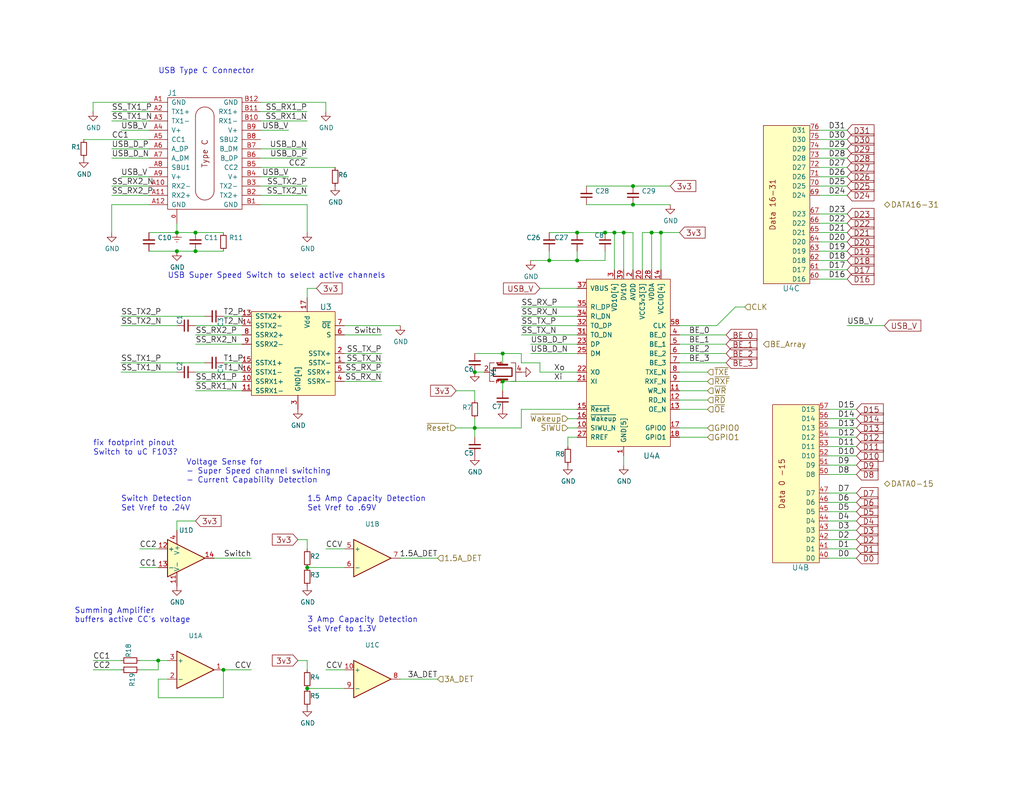
<source format=kicad_sch>
(kicad_sch (version 20211123) (generator eeschema)

  (uuid 9c123515-030b-4395-bbce-1c96f8e10af9)

  (paper "USLetter")

  (lib_symbols
    (symbol "Amplifier_Operational:MCP6L94" (pin_names (offset 0.127)) (in_bom yes) (on_board yes)
      (property "Reference" "U" (id 0) (at 0 5.08 0)
        (effects (font (size 1.27 1.27)) (justify left))
      )
      (property "Value" "MCP6L94" (id 1) (at 0 -5.08 0)
        (effects (font (size 1.27 1.27)) (justify left))
      )
      (property "Footprint" "" (id 2) (at -1.27 2.54 0)
        (effects (font (size 1.27 1.27)) hide)
      )
      (property "Datasheet" "http://ww1.microchip.com/downloads/en/DeviceDoc/22141b.pdf" (id 3) (at 1.27 5.08 0)
        (effects (font (size 1.27 1.27)) hide)
      )
      (property "ki_locked" "" (id 4) (at 0 0 0)
        (effects (font (size 1.27 1.27)))
      )
      (property "ki_keywords" "quad opamp" (id 5) (at 0 0 0)
        (effects (font (size 1.27 1.27)) hide)
      )
      (property "ki_description" "10 MHz, 850 µA Op Amps, SOIC-14/TSSOP-14" (id 6) (at 0 0 0)
        (effects (font (size 1.27 1.27)) hide)
      )
      (property "ki_fp_filters" "SOIC*3.9x8.7mm*P1.27mm* DIP*W7.62mm* TSSOP*4.4x5mm*P0.65mm* SSOP*5.3x6.2mm*P0.65mm* MSOP*3x3mm*P0.5mm*" (id 7) (at 0 0 0)
        (effects (font (size 1.27 1.27)) hide)
      )
      (symbol "MCP6L94_1_1"
        (polyline
          (pts
            (xy -5.08 5.08)
            (xy 5.08 0)
            (xy -5.08 -5.08)
            (xy -5.08 5.08)
          )
          (stroke (width 0.254) (type default) (color 0 0 0 0))
          (fill (type background))
        )
        (pin output line (at 7.62 0 180) (length 2.54)
          (name "~" (effects (font (size 1.27 1.27))))
          (number "1" (effects (font (size 1.27 1.27))))
        )
        (pin input line (at -7.62 -2.54 0) (length 2.54)
          (name "-" (effects (font (size 1.27 1.27))))
          (number "2" (effects (font (size 1.27 1.27))))
        )
        (pin input line (at -7.62 2.54 0) (length 2.54)
          (name "+" (effects (font (size 1.27 1.27))))
          (number "3" (effects (font (size 1.27 1.27))))
        )
      )
      (symbol "MCP6L94_2_1"
        (polyline
          (pts
            (xy -5.08 5.08)
            (xy 5.08 0)
            (xy -5.08 -5.08)
            (xy -5.08 5.08)
          )
          (stroke (width 0.254) (type default) (color 0 0 0 0))
          (fill (type background))
        )
        (pin input line (at -7.62 2.54 0) (length 2.54)
          (name "+" (effects (font (size 1.27 1.27))))
          (number "5" (effects (font (size 1.27 1.27))))
        )
        (pin input line (at -7.62 -2.54 0) (length 2.54)
          (name "-" (effects (font (size 1.27 1.27))))
          (number "6" (effects (font (size 1.27 1.27))))
        )
        (pin output line (at 7.62 0 180) (length 2.54)
          (name "~" (effects (font (size 1.27 1.27))))
          (number "7" (effects (font (size 1.27 1.27))))
        )
      )
      (symbol "MCP6L94_3_1"
        (polyline
          (pts
            (xy -5.08 5.08)
            (xy 5.08 0)
            (xy -5.08 -5.08)
            (xy -5.08 5.08)
          )
          (stroke (width 0.254) (type default) (color 0 0 0 0))
          (fill (type background))
        )
        (pin input line (at -7.62 2.54 0) (length 2.54)
          (name "+" (effects (font (size 1.27 1.27))))
          (number "10" (effects (font (size 1.27 1.27))))
        )
        (pin output line (at 7.62 0 180) (length 2.54)
          (name "~" (effects (font (size 1.27 1.27))))
          (number "8" (effects (font (size 1.27 1.27))))
        )
        (pin input line (at -7.62 -2.54 0) (length 2.54)
          (name "-" (effects (font (size 1.27 1.27))))
          (number "9" (effects (font (size 1.27 1.27))))
        )
      )
      (symbol "MCP6L94_4_1"
        (polyline
          (pts
            (xy -5.08 5.08)
            (xy 5.08 0)
            (xy -5.08 -5.08)
            (xy -5.08 5.08)
          )
          (stroke (width 0.254) (type default) (color 0 0 0 0))
          (fill (type background))
        )
        (pin input line (at -7.62 2.54 0) (length 2.54)
          (name "+" (effects (font (size 1.27 1.27))))
          (number "12" (effects (font (size 1.27 1.27))))
        )
        (pin input line (at -7.62 -2.54 0) (length 2.54)
          (name "-" (effects (font (size 1.27 1.27))))
          (number "13" (effects (font (size 1.27 1.27))))
        )
        (pin output line (at 7.62 0 180) (length 2.54)
          (name "~" (effects (font (size 1.27 1.27))))
          (number "14" (effects (font (size 1.27 1.27))))
        )
      )
      (symbol "MCP6L94_5_1"
        (pin power_in line (at -2.54 -7.62 90) (length 3.81)
          (name "V-" (effects (font (size 1.27 1.27))))
          (number "11" (effects (font (size 1.27 1.27))))
        )
        (pin power_in line (at -2.54 7.62 270) (length 3.81)
          (name "V+" (effects (font (size 1.27 1.27))))
          (number "4" (effects (font (size 1.27 1.27))))
        )
      )
    )
    (symbol "Super_Blaster_v0.1-rescue:C_Small-Super_Blaster_v0.1-rescue" (pin_numbers hide) (pin_names (offset 0.254) hide) (in_bom yes) (on_board yes)
      (property "Reference" "C" (id 0) (at 0.254 1.778 0)
        (effects (font (size 1.27 1.27)) (justify left))
      )
      (property "Value" "C_Small-Super_Blaster_v0.1-rescue" (id 1) (at 0.254 -2.032 0)
        (effects (font (size 1.27 1.27)) (justify left))
      )
      (property "Footprint" "" (id 2) (at 0 0 0)
        (effects (font (size 1.27 1.27)) hide)
      )
      (property "Datasheet" "" (id 3) (at 0 0 0)
        (effects (font (size 1.27 1.27)) hide)
      )
      (property "ki_fp_filters" "C_*" (id 4) (at 0 0 0)
        (effects (font (size 1.27 1.27)) hide)
      )
      (symbol "C_Small-Super_Blaster_v0.1-rescue_0_1"
        (polyline
          (pts
            (xy -1.524 -0.508)
            (xy 1.524 -0.508)
          )
          (stroke (width 0.3302) (type default) (color 0 0 0 0))
          (fill (type none))
        )
        (polyline
          (pts
            (xy -1.524 0.508)
            (xy 1.524 0.508)
          )
          (stroke (width 0.3048) (type default) (color 0 0 0 0))
          (fill (type none))
        )
      )
      (symbol "C_Small-Super_Blaster_v0.1-rescue_1_1"
        (pin passive line (at 0 2.54 270) (length 2.032)
          (name "~" (effects (font (size 1.27 1.27))))
          (number "1" (effects (font (size 1.27 1.27))))
        )
        (pin passive line (at 0 -2.54 90) (length 2.032)
          (name "~" (effects (font (size 1.27 1.27))))
          (number "2" (effects (font (size 1.27 1.27))))
        )
      )
    )
    (symbol "Super_Blaster_v0.1-rescue:Crystal_GND24-RESCUE-Super_Blaster_v0.1-Super_Blaster_v0.1-rescue" (pin_names (offset 1.016) hide) (in_bom yes) (on_board yes)
      (property "Reference" "Y" (id 0) (at 3.175 5.08 0)
        (effects (font (size 1.27 1.27)) (justify left))
      )
      (property "Value" "Crystal_GND24-RESCUE-Super_Blaster_v0.1-Super_Blaster_v0.1-rescue" (id 1) (at 3.175 3.175 0)
        (effects (font (size 1.27 1.27)) (justify left))
      )
      (property "Footprint" "" (id 2) (at 0 0 0)
        (effects (font (size 1.27 1.27)) hide)
      )
      (property "Datasheet" "" (id 3) (at 0 0 0)
        (effects (font (size 1.27 1.27)) hide)
      )
      (property "ki_fp_filters" "Crystal*" (id 4) (at 0 0 0)
        (effects (font (size 1.27 1.27)) hide)
      )
      (symbol "Crystal_GND24-RESCUE-Super_Blaster_v0.1-Super_Blaster_v0.1-rescue_0_1"
        (rectangle (start -1.143 2.54) (end 1.143 -2.54)
          (stroke (width 0.3048) (type default) (color 0 0 0 0))
          (fill (type none))
        )
        (polyline
          (pts
            (xy -2.54 0)
            (xy -2.032 0)
          )
          (stroke (width 0) (type default) (color 0 0 0 0))
          (fill (type none))
        )
        (polyline
          (pts
            (xy -2.032 -1.27)
            (xy -2.032 1.27)
          )
          (stroke (width 0.508) (type default) (color 0 0 0 0))
          (fill (type none))
        )
        (polyline
          (pts
            (xy 0 -3.81)
            (xy 0 -3.556)
          )
          (stroke (width 0) (type default) (color 0 0 0 0))
          (fill (type none))
        )
        (polyline
          (pts
            (xy 0 3.556)
            (xy 0 3.81)
          )
          (stroke (width 0) (type default) (color 0 0 0 0))
          (fill (type none))
        )
        (polyline
          (pts
            (xy 2.032 -1.27)
            (xy 2.032 1.27)
          )
          (stroke (width 0.508) (type default) (color 0 0 0 0))
          (fill (type none))
        )
        (polyline
          (pts
            (xy 2.032 0)
            (xy 2.54 0)
          )
          (stroke (width 0) (type default) (color 0 0 0 0))
          (fill (type none))
        )
        (polyline
          (pts
            (xy -2.54 -2.286)
            (xy -2.54 -3.556)
            (xy 2.54 -3.556)
            (xy 2.54 -2.286)
          )
          (stroke (width 0) (type default) (color 0 0 0 0))
          (fill (type none))
        )
        (polyline
          (pts
            (xy -2.54 2.286)
            (xy -2.54 3.556)
            (xy 2.54 3.556)
            (xy 2.54 2.286)
          )
          (stroke (width 0) (type default) (color 0 0 0 0))
          (fill (type none))
        )
      )
      (symbol "Crystal_GND24-RESCUE-Super_Blaster_v0.1-Super_Blaster_v0.1-rescue_1_1"
        (pin passive line (at -2.54 0 0) (length 0)
          (name "1" (effects (font (size 0 0))))
          (number "1" (effects (font (size 1.27 1.27))))
        )
        (pin passive line (at 0 5.08 270) (length 1.27)
          (name "2" (effects (font (size 1.27 1.27))))
          (number "2" (effects (font (size 1.27 1.27))))
        )
        (pin passive line (at 2.54 0 180) (length 0)
          (name "3" (effects (font (size 1.27 1.27))))
          (number "3" (effects (font (size 1.27 1.27))))
        )
        (pin passive line (at 0 -5.08 90) (length 1.27)
          (name "4" (effects (font (size 1.27 1.27))))
          (number "4" (effects (font (size 1.27 1.27))))
        )
      )
    )
    (symbol "Super_Blaster_v0.1-rescue:FT601Q-Homebrew-Super_Blaster_v0.1-rescue" (pin_names (offset 1.016)) (in_bom yes) (on_board yes)
      (property "Reference" "U" (id 0) (at 2.54 -22.86 0)
        (effects (font (size 1.524 1.524)))
      )
      (property "Value" "FT601Q-Homebrew-Super_Blaster_v0.1-rescue" (id 1) (at 2.54 -25.4 0)
        (effects (font (size 1.524 1.524)))
      )
      (property "Footprint" "" (id 2) (at -5.08 0 0)
        (effects (font (size 1.524 1.524)) hide)
      )
      (property "Datasheet" "" (id 3) (at -5.08 0 0)
        (effects (font (size 1.524 1.524)) hide)
      )
      (property "ki_locked" "" (id 4) (at 0 0 0)
        (effects (font (size 1.27 1.27)))
      )
      (symbol "FT601Q-Homebrew-Super_Blaster_v0.1-rescue_1_1"
        (rectangle (start -15.24 25.4) (end 7.62 -20.32)
          (stroke (width 0) (type default) (color 0 0 0 0))
          (fill (type background))
        )
        (pin power_in line (at -5.08 -22.86 90) (length 2.54)
          (name "GND[5]" (effects (font (size 1.27 1.27))))
          (number "1" (effects (font (size 1.27 1.27))))
        )
        (pin bidirectional line (at -17.78 -15.24 0) (length 2.54)
          (name "SIWU_N" (effects (font (size 1.27 1.27))))
          (number "10" (effects (font (size 1.27 1.27))))
        )
        (pin input line (at 10.16 -5.08 180) (length 2.54)
          (name "WR_N" (effects (font (size 1.27 1.27))))
          (number "11" (effects (font (size 1.27 1.27))))
        )
        (pin input line (at 10.16 -7.62 180) (length 2.54)
          (name "RD_N" (effects (font (size 1.27 1.27))))
          (number "12" (effects (font (size 1.27 1.27))))
        )
        (pin input line (at 10.16 -10.16 180) (length 2.54)
          (name "OE_N" (effects (font (size 1.27 1.27))))
          (number "13" (effects (font (size 1.27 1.27))))
        )
        (pin power_in line (at 5.08 27.94 270) (length 2.54)
          (name "VCCIO[4]" (effects (font (size 1.27 1.27))))
          (number "14" (effects (font (size 1.27 1.27))))
        )
        (pin input line (at -17.78 -10.16 0) (length 2.54)
          (name "~{Reset}" (effects (font (size 1.27 1.27))))
          (number "15" (effects (font (size 1.27 1.27))))
        )
        (pin input line (at -17.78 -12.7 0) (length 2.54)
          (name "~{Wakeup}" (effects (font (size 1.27 1.27))))
          (number "16" (effects (font (size 1.27 1.27))))
        )
        (pin bidirectional line (at 10.16 -15.24 180) (length 2.54)
          (name "GPIO0" (effects (font (size 1.27 1.27))))
          (number "17" (effects (font (size 1.27 1.27))))
        )
        (pin bidirectional line (at 10.16 -17.78 180) (length 2.54)
          (name "GPIO1" (effects (font (size 1.27 1.27))))
          (number "18" (effects (font (size 1.27 1.27))))
        )
        (pin power_in line (at -2.54 27.94 270) (length 2.54)
          (name "AVDD" (effects (font (size 1.27 1.27))))
          (number "2" (effects (font (size 1.27 1.27))))
        )
        (pin power_in line (at 0 27.94 270) (length 2.54)
          (name "VCC3v3[3]" (effects (font (size 1.27 1.27))))
          (number "20" (effects (font (size 1.27 1.27))))
        )
        (pin bidirectional line (at -17.78 -2.54 0) (length 2.54)
          (name "XI" (effects (font (size 1.27 1.27))))
          (number "21" (effects (font (size 1.27 1.27))))
        )
        (pin bidirectional line (at -17.78 0 0) (length 2.54)
          (name "XO" (effects (font (size 1.27 1.27))))
          (number "22" (effects (font (size 1.27 1.27))))
        )
        (pin input line (at -17.78 7.62 0) (length 2.54)
          (name "DP" (effects (font (size 1.27 1.27))))
          (number "23" (effects (font (size 1.27 1.27))))
        )
        (pin power_in line (at 0 27.94 270) (length 2.54) hide
          (name "VCC3v3" (effects (font (size 1.27 1.27))))
          (number "24" (effects (font (size 1.27 1.27))))
        )
        (pin input line (at -17.78 5.08 0) (length 2.54)
          (name "DM" (effects (font (size 1.27 1.27))))
          (number "25" (effects (font (size 1.27 1.27))))
        )
        (pin power_in line (at -5.08 -22.86 90) (length 2.54) hide
          (name "GND" (effects (font (size 1.27 1.27))))
          (number "26" (effects (font (size 1.27 1.27))))
        )
        (pin bidirectional line (at -17.78 -17.78 0) (length 2.54)
          (name "RREF" (effects (font (size 1.27 1.27))))
          (number "27" (effects (font (size 1.27 1.27))))
        )
        (pin power_in line (at 2.54 27.94 270) (length 2.54)
          (name "VDDA" (effects (font (size 1.27 1.27))))
          (number "28" (effects (font (size 1.27 1.27))))
        )
        (pin power_in line (at -5.08 -22.86 90) (length 2.54) hide
          (name "GND" (effects (font (size 1.27 1.27))))
          (number "29" (effects (font (size 1.27 1.27))))
        )
        (pin power_in line (at -7.62 27.94 270) (length 2.54)
          (name "VD10[4]" (effects (font (size 1.27 1.27))))
          (number "3" (effects (font (size 1.27 1.27))))
        )
        (pin power_in line (at -7.62 27.94 270) (length 2.54) hide
          (name "VD10" (effects (font (size 1.27 1.27))))
          (number "30" (effects (font (size 1.27 1.27))))
        )
        (pin input line (at -17.78 10.16 0) (length 2.54)
          (name "TO_DN" (effects (font (size 1.27 1.27))))
          (number "31" (effects (font (size 1.27 1.27))))
        )
        (pin input line (at -17.78 12.7 0) (length 2.54)
          (name "TO_DP" (effects (font (size 1.27 1.27))))
          (number "32" (effects (font (size 1.27 1.27))))
        )
        (pin power_in line (at -7.62 27.94 270) (length 2.54) hide
          (name "VD10" (effects (font (size 1.27 1.27))))
          (number "33" (effects (font (size 1.27 1.27))))
        )
        (pin input line (at -17.78 15.24 0) (length 2.54)
          (name "RI_DN" (effects (font (size 1.27 1.27))))
          (number "34" (effects (font (size 1.27 1.27))))
        )
        (pin input line (at -17.78 17.78 0) (length 2.54)
          (name "RI_DP" (effects (font (size 1.27 1.27))))
          (number "35" (effects (font (size 1.27 1.27))))
        )
        (pin power_in line (at -5.08 -22.86 90) (length 2.54) hide
          (name "GND" (effects (font (size 1.27 1.27))))
          (number "36" (effects (font (size 1.27 1.27))))
        )
        (pin power_in line (at -17.78 22.86 0) (length 2.54)
          (name "VBUS" (effects (font (size 1.27 1.27))))
          (number "37" (effects (font (size 1.27 1.27))))
        )
        (pin power_in line (at 0 27.94 270) (length 2.54) hide
          (name "VCC3v3" (effects (font (size 1.27 1.27))))
          (number "38" (effects (font (size 1.27 1.27))))
        )
        (pin power_out line (at -5.08 27.94 270) (length 2.54)
          (name "DV10" (effects (font (size 1.27 1.27))))
          (number "39" (effects (font (size 1.27 1.27))))
        )
        (pin bidirectional line (at 10.16 10.16 180) (length 2.54)
          (name "BE_0" (effects (font (size 1.27 1.27))))
          (number "4" (effects (font (size 1.27 1.27))))
        )
        (pin power_in line (at -7.62 27.94 270) (length 2.54) hide
          (name "VD10" (effects (font (size 1.27 1.27))))
          (number "48" (effects (font (size 1.27 1.27))))
        )
        (pin power_in line (at 5.08 27.94 270) (length 2.54) hide
          (name "VCCIO" (effects (font (size 1.27 1.27))))
          (number "49" (effects (font (size 1.27 1.27))))
        )
        (pin bidirectional line (at 10.16 7.62 180) (length 2.54)
          (name "BE_1" (effects (font (size 1.27 1.27))))
          (number "5" (effects (font (size 1.27 1.27))))
        )
        (pin bidirectional line (at 10.16 12.7 180) (length 2.54)
          (name "CLK" (effects (font (size 1.27 1.27))))
          (number "58" (effects (font (size 1.27 1.27))))
        )
        (pin power_in line (at 5.08 27.94 270) (length 2.54) hide
          (name "VCCIO" (effects (font (size 1.27 1.27))))
          (number "59" (effects (font (size 1.27 1.27))))
        )
        (pin bidirectional line (at 10.16 5.08 180) (length 2.54)
          (name "BE_2" (effects (font (size 1.27 1.27))))
          (number "6" (effects (font (size 1.27 1.27))))
        )
        (pin power_in line (at 5.08 27.94 270) (length 2.54) hide
          (name "VCCIO" (effects (font (size 1.27 1.27))))
          (number "68" (effects (font (size 1.27 1.27))))
        )
        (pin bidirectional line (at 10.16 2.54 180) (length 2.54)
          (name "BE_3" (effects (font (size 1.27 1.27))))
          (number "7" (effects (font (size 1.27 1.27))))
        )
        (pin power_in line (at -5.08 -22.86 90) (length 2.54) hide
          (name "GND" (effects (font (size 1.27 1.27))))
          (number "77" (effects (font (size 1.27 1.27))))
        )
        (pin output line (at 10.16 0 180) (length 2.54)
          (name "TXE_N" (effects (font (size 1.27 1.27))))
          (number "8" (effects (font (size 1.27 1.27))))
        )
        (pin output line (at 10.16 -2.54 180) (length 2.54)
          (name "RXF_N" (effects (font (size 1.27 1.27))))
          (number "9" (effects (font (size 1.27 1.27))))
        )
      )
      (symbol "FT601Q-Homebrew-Super_Blaster_v0.1-rescue_2_1"
        (rectangle (start -5.08 21.59) (end 7.62 -21.59)
          (stroke (width 0) (type default) (color 0 0 0 0))
          (fill (type background))
        )
        (text "Data 0 -15" (at -2.54 0 900)
          (effects (font (size 1.524 1.524)))
        )
        (pin bidirectional line (at 10.16 -20.32 180) (length 2.54)
          (name "D0" (effects (font (size 1.27 1.27))))
          (number "40" (effects (font (size 1.27 1.27))))
        )
        (pin bidirectional line (at 10.16 -17.78 180) (length 2.54)
          (name "D1" (effects (font (size 1.27 1.27))))
          (number "41" (effects (font (size 1.27 1.27))))
        )
        (pin bidirectional line (at 10.16 -15.24 180) (length 2.54)
          (name "D2" (effects (font (size 1.27 1.27))))
          (number "42" (effects (font (size 1.27 1.27))))
        )
        (pin bidirectional line (at 10.16 -12.7 180) (length 2.54)
          (name "D3" (effects (font (size 1.27 1.27))))
          (number "43" (effects (font (size 1.27 1.27))))
        )
        (pin bidirectional line (at 10.16 -10.16 180) (length 2.54)
          (name "D4" (effects (font (size 1.27 1.27))))
          (number "44" (effects (font (size 1.27 1.27))))
        )
        (pin bidirectional line (at 10.16 -7.62 180) (length 2.54)
          (name "D5" (effects (font (size 1.27 1.27))))
          (number "45" (effects (font (size 1.27 1.27))))
        )
        (pin bidirectional line (at 10.16 -5.08 180) (length 2.54)
          (name "D6" (effects (font (size 1.27 1.27))))
          (number "46" (effects (font (size 1.27 1.27))))
        )
        (pin bidirectional line (at 10.16 -2.54 180) (length 2.54)
          (name "D7" (effects (font (size 1.27 1.27))))
          (number "47" (effects (font (size 1.27 1.27))))
        )
        (pin bidirectional line (at 10.16 2.54 180) (length 2.54)
          (name "D8" (effects (font (size 1.27 1.27))))
          (number "50" (effects (font (size 1.27 1.27))))
        )
        (pin bidirectional line (at 10.16 5.08 180) (length 2.54)
          (name "D9" (effects (font (size 1.27 1.27))))
          (number "51" (effects (font (size 1.27 1.27))))
        )
        (pin bidirectional line (at 10.16 7.62 180) (length 2.54)
          (name "D10" (effects (font (size 1.27 1.27))))
          (number "52" (effects (font (size 1.27 1.27))))
        )
        (pin bidirectional line (at 10.16 10.16 180) (length 2.54)
          (name "D11" (effects (font (size 1.27 1.27))))
          (number "53" (effects (font (size 1.27 1.27))))
        )
        (pin bidirectional line (at 10.16 12.7 180) (length 2.54)
          (name "D12" (effects (font (size 1.27 1.27))))
          (number "54" (effects (font (size 1.27 1.27))))
        )
        (pin bidirectional line (at 10.16 15.24 180) (length 2.54)
          (name "D13" (effects (font (size 1.27 1.27))))
          (number "55" (effects (font (size 1.27 1.27))))
        )
        (pin bidirectional line (at 10.16 17.78 180) (length 2.54)
          (name "D14" (effects (font (size 1.27 1.27))))
          (number "56" (effects (font (size 1.27 1.27))))
        )
        (pin bidirectional line (at 10.16 20.32 180) (length 2.54)
          (name "D15" (effects (font (size 1.27 1.27))))
          (number "57" (effects (font (size 1.27 1.27))))
        )
      )
      (symbol "FT601Q-Homebrew-Super_Blaster_v0.1-rescue_3_1"
        (rectangle (start -5.08 21.59) (end 7.62 -21.59)
          (stroke (width 0) (type default) (color 0 0 0 0))
          (fill (type background))
        )
        (text "Data 16-31" (at -2.54 0 900)
          (effects (font (size 1.524 1.524)))
        )
        (pin bidirectional line (at 10.16 -20.32 180) (length 2.54)
          (name "D16" (effects (font (size 1.27 1.27))))
          (number "60" (effects (font (size 1.27 1.27))))
        )
        (pin bidirectional line (at 10.16 -17.78 180) (length 2.54)
          (name "D17" (effects (font (size 1.27 1.27))))
          (number "61" (effects (font (size 1.27 1.27))))
        )
        (pin bidirectional line (at 10.16 -15.24 180) (length 2.54)
          (name "D18" (effects (font (size 1.27 1.27))))
          (number "62" (effects (font (size 1.27 1.27))))
        )
        (pin bidirectional line (at 10.16 -12.7 180) (length 2.54)
          (name "D19" (effects (font (size 1.27 1.27))))
          (number "63" (effects (font (size 1.27 1.27))))
        )
        (pin bidirectional line (at 10.16 -10.16 180) (length 2.54)
          (name "D20" (effects (font (size 1.27 1.27))))
          (number "64" (effects (font (size 1.27 1.27))))
        )
        (pin bidirectional line (at 10.16 -7.62 180) (length 2.54)
          (name "D21" (effects (font (size 1.27 1.27))))
          (number "65" (effects (font (size 1.27 1.27))))
        )
        (pin bidirectional line (at 10.16 -5.08 180) (length 2.54)
          (name "D22" (effects (font (size 1.27 1.27))))
          (number "66" (effects (font (size 1.27 1.27))))
        )
        (pin bidirectional line (at 10.16 -2.54 180) (length 2.54)
          (name "D23" (effects (font (size 1.27 1.27))))
          (number "67" (effects (font (size 1.27 1.27))))
        )
        (pin bidirectional line (at 10.16 2.54 180) (length 2.54)
          (name "D24" (effects (font (size 1.27 1.27))))
          (number "69" (effects (font (size 1.27 1.27))))
        )
        (pin bidirectional line (at 10.16 5.08 180) (length 2.54)
          (name "D25" (effects (font (size 1.27 1.27))))
          (number "70" (effects (font (size 1.27 1.27))))
        )
        (pin bidirectional line (at 10.16 7.62 180) (length 2.54)
          (name "D26" (effects (font (size 1.27 1.27))))
          (number "71" (effects (font (size 1.27 1.27))))
        )
        (pin bidirectional line (at 10.16 10.16 180) (length 2.54)
          (name "D27" (effects (font (size 1.27 1.27))))
          (number "72" (effects (font (size 1.27 1.27))))
        )
        (pin bidirectional line (at 10.16 12.7 180) (length 2.54)
          (name "D28" (effects (font (size 1.27 1.27))))
          (number "73" (effects (font (size 1.27 1.27))))
        )
        (pin bidirectional line (at 10.16 15.24 180) (length 2.54)
          (name "D29" (effects (font (size 1.27 1.27))))
          (number "74" (effects (font (size 1.27 1.27))))
        )
        (pin bidirectional line (at 10.16 17.78 180) (length 2.54)
          (name "D30" (effects (font (size 1.27 1.27))))
          (number "75" (effects (font (size 1.27 1.27))))
        )
        (pin bidirectional line (at 10.16 20.32 180) (length 2.54)
          (name "D31" (effects (font (size 1.27 1.27))))
          (number "76" (effects (font (size 1.27 1.27))))
        )
      )
    )
    (symbol "Super_Blaster_v0.1-rescue:FUSB340-Homebrew-Super_Blaster_v0.1-rescue" (pin_names (offset 1.016)) (in_bom yes) (on_board yes)
      (property "Reference" "U" (id 0) (at -7.62 12.7 0)
        (effects (font (size 1.524 1.524)))
      )
      (property "Value" "FUSB340-Homebrew-Super_Blaster_v0.1-rescue" (id 1) (at 7.62 -12.7 0)
        (effects (font (size 1.524 1.524)))
      )
      (property "Footprint" "Homebrew:FUSB340_Custom" (id 2) (at 0 0 0)
        (effects (font (size 1.524 1.524)) hide)
      )
      (property "Datasheet" "" (id 3) (at 0 0 0)
        (effects (font (size 1.524 1.524)) hide)
      )
      (symbol "FUSB340-Homebrew-Super_Blaster_v0.1-rescue_0_1"
        (rectangle (start -10.16 11.43) (end 12.7 -11.43)
          (stroke (width 0) (type default) (color 0 0 0 0))
          (fill (type background))
        )
      )
      (symbol "FUSB340-Homebrew-Super_Blaster_v0.1-rescue_1_1"
        (pin bidirectional line (at -12.7 -2.54 0) (length 2.54)
          (name "SSTX-" (effects (font (size 1.27 1.27))))
          (number "1" (effects (font (size 1.27 1.27))))
        )
        (pin bidirectional line (at 15.24 -7.62 180) (length 2.54)
          (name "SSRX1+" (effects (font (size 1.27 1.27))))
          (number "10" (effects (font (size 1.27 1.27))))
        )
        (pin bidirectional line (at 15.24 -10.16 180) (length 2.54)
          (name "SSRX1-" (effects (font (size 1.27 1.27))))
          (number "11" (effects (font (size 1.27 1.27))))
        )
        (pin power_in line (at 0 -15.24 90) (length 3.81) hide
          (name "GND[4]" (effects (font (size 1.27 1.27))))
          (number "12" (effects (font (size 1.27 1.27))))
        )
        (pin bidirectional line (at 15.24 10.16 180) (length 2.54)
          (name "SSTX2+" (effects (font (size 1.27 1.27))))
          (number "13" (effects (font (size 1.27 1.27))))
        )
        (pin bidirectional line (at 15.24 7.62 180) (length 2.54)
          (name "SSTX2-" (effects (font (size 1.27 1.27))))
          (number "14" (effects (font (size 1.27 1.27))))
        )
        (pin bidirectional line (at 15.24 -2.54 180) (length 2.54)
          (name "SSTX1+" (effects (font (size 1.27 1.27))))
          (number "15" (effects (font (size 1.27 1.27))))
        )
        (pin bidirectional line (at 15.24 -5.08 180) (length 2.54)
          (name "SSTX1-" (effects (font (size 1.27 1.27))))
          (number "16" (effects (font (size 1.27 1.27))))
        )
        (pin power_in line (at -2.54 15.24 270) (length 3.81)
          (name "Vdd" (effects (font (size 1.27 1.27))))
          (number "17" (effects (font (size 1.27 1.27))))
        )
        (pin power_in line (at 0 -15.24 90) (length 3.81) hide
          (name "GND[4]" (effects (font (size 1.27 1.27))))
          (number "18" (effects (font (size 1.27 1.27))))
        )
        (pin bidirectional line (at -12.7 0 0) (length 2.54)
          (name "SSTX+" (effects (font (size 1.27 1.27))))
          (number "2" (effects (font (size 1.27 1.27))))
        )
        (pin power_in line (at 0 -15.24 90) (length 3.81)
          (name "GND[4]" (effects (font (size 1.27 1.27))))
          (number "3" (effects (font (size 1.27 1.27))))
        )
        (pin bidirectional line (at -12.7 -7.62 0) (length 2.54)
          (name "SSRX-" (effects (font (size 1.27 1.27))))
          (number "4" (effects (font (size 1.27 1.27))))
        )
        (pin bidirectional line (at -12.7 -5.08 0) (length 2.54)
          (name "SSRX+" (effects (font (size 1.27 1.27))))
          (number "5" (effects (font (size 1.27 1.27))))
        )
        (pin input line (at -12.7 5.08 0) (length 2.54)
          (name "S" (effects (font (size 1.27 1.27))))
          (number "6" (effects (font (size 1.27 1.27))))
        )
        (pin input line (at -12.7 7.62 0) (length 2.54)
          (name "~{OE}" (effects (font (size 1.27 1.27))))
          (number "7" (effects (font (size 1.27 1.27))))
        )
        (pin bidirectional line (at 15.24 5.08 180) (length 2.54)
          (name "SSRX2+" (effects (font (size 1.27 1.27))))
          (number "8" (effects (font (size 1.27 1.27))))
        )
        (pin bidirectional line (at 15.24 2.54 180) (length 2.54)
          (name "SSRX2-" (effects (font (size 1.27 1.27))))
          (number "9" (effects (font (size 1.27 1.27))))
        )
        (pin power_in line (at 0 -15.24 90) (length 3.81) hide
          (name "GND[4]" (effects (font (size 1.27 1.27))))
          (number "PAD" (effects (font (size 1.27 1.27))))
        )
      )
    )
    (symbol "Super_Blaster_v0.1-rescue:R_Small-Super_Blaster_v0.1-rescue" (pin_numbers hide) (pin_names (offset 0.254) hide) (in_bom yes) (on_board yes)
      (property "Reference" "R" (id 0) (at 0.762 0.508 0)
        (effects (font (size 1.27 1.27)) (justify left))
      )
      (property "Value" "R_Small-Super_Blaster_v0.1-rescue" (id 1) (at 0.762 -1.016 0)
        (effects (font (size 1.27 1.27)) (justify left))
      )
      (property "Footprint" "" (id 2) (at 0 0 0)
        (effects (font (size 1.27 1.27)) hide)
      )
      (property "Datasheet" "" (id 3) (at 0 0 0)
        (effects (font (size 1.27 1.27)) hide)
      )
      (property "ki_fp_filters" "R_*" (id 4) (at 0 0 0)
        (effects (font (size 1.27 1.27)) hide)
      )
      (symbol "R_Small-Super_Blaster_v0.1-rescue_0_1"
        (rectangle (start -0.762 1.778) (end 0.762 -1.778)
          (stroke (width 0.2032) (type default) (color 0 0 0 0))
          (fill (type none))
        )
      )
      (symbol "R_Small-Super_Blaster_v0.1-rescue_1_1"
        (pin passive line (at 0 2.54 270) (length 0.762)
          (name "~" (effects (font (size 1.27 1.27))))
          (number "1" (effects (font (size 1.27 1.27))))
        )
        (pin passive line (at 0 -2.54 90) (length 0.762)
          (name "~" (effects (font (size 1.27 1.27))))
          (number "2" (effects (font (size 1.27 1.27))))
        )
      )
    )
    (symbol "Super_Blaster_v0.1-rescue:USB_TypeC_AMP_12401610E4#2A-Homebrew-Super_Blaster_v0.1-rescue" (pin_names (offset 1.016)) (in_bom yes) (on_board yes)
      (property "Reference" "J" (id 0) (at -8.89 15.24 0)
        (effects (font (size 1.524 1.524)))
      )
      (property "Value" "USB_TypeC_AMP_12401610E4#2A-Homebrew-Super_Blaster_v0.1-rescue" (id 1) (at 0 0 0)
        (effects (font (size 1.524 1.524)) hide)
      )
      (property "Footprint" "Homebrew:USB_TypeC_Right_Angle_SMD_THT_12401610E4#2A" (id 2) (at 0 0 0)
        (effects (font (size 1.524 1.524)) hide)
      )
      (property "Datasheet" "" (id 3) (at 0 0 0)
        (effects (font (size 1.524 1.524)) hide)
      )
      (symbol "USB_TypeC_AMP_12401610E4#2A-Homebrew-Super_Blaster_v0.1-rescue_0_0"
        (text "Type C" (at 0 -1.27 900)
          (effects (font (size 1.524 1.524)))
        )
      )
      (symbol "USB_TypeC_AMP_12401610E4#2A-Homebrew-Super_Blaster_v0.1-rescue_0_1"
        (rectangle (start -10.16 13.97) (end 10.16 -16.51)
          (stroke (width 0) (type default) (color 0 0 0 0))
          (fill (type none))
        )
        (arc (start -2.54 -11.43) (mid 0 -13.97) (end 2.54 -11.43)
          (stroke (width 0) (type default) (color 0 0 0 0))
          (fill (type none))
        )
        (polyline
          (pts
            (xy -2.54 8.89)
            (xy -2.54 -11.43)
          )
          (stroke (width 0) (type default) (color 0 0 0 0))
          (fill (type none))
        )
        (polyline
          (pts
            (xy 2.54 -11.43)
            (xy 2.54 8.89)
          )
          (stroke (width 0) (type default) (color 0 0 0 0))
          (fill (type none))
        )
        (arc (start 2.54 8.89) (mid 0 11.43) (end -2.54 8.89)
          (stroke (width 0) (type default) (color 0 0 0 0))
          (fill (type none))
        )
      )
      (symbol "USB_TypeC_AMP_12401610E4#2A-Homebrew-Super_Blaster_v0.1-rescue_1_1"
        (pin input line (at -7.62 -20.32 90) (length 3.81)
          (name "~" (effects (font (size 1.016 1.016))))
          (number "0" (effects (font (size 1.016 1.016))))
        )
        (pin input line (at -15.24 12.7 0) (length 5.08)
          (name "GND" (effects (font (size 1.27 1.27))))
          (number "A1" (effects (font (size 1.27 1.27))))
        )
        (pin input line (at -15.24 -10.16 0) (length 5.08)
          (name "RX2-" (effects (font (size 1.27 1.27))))
          (number "A10" (effects (font (size 1.27 1.27))))
        )
        (pin input line (at -15.24 -12.7 0) (length 5.08)
          (name "RX2+" (effects (font (size 1.27 1.27))))
          (number "A11" (effects (font (size 1.27 1.27))))
        )
        (pin input line (at -15.24 -15.24 0) (length 5.08)
          (name "GND" (effects (font (size 1.27 1.27))))
          (number "A12" (effects (font (size 1.27 1.27))))
        )
        (pin input line (at -15.24 10.16 0) (length 5.08)
          (name "TX1+" (effects (font (size 1.27 1.27))))
          (number "A2" (effects (font (size 1.27 1.27))))
        )
        (pin input line (at -15.24 7.62 0) (length 5.08)
          (name "TX1-" (effects (font (size 1.27 1.27))))
          (number "A3" (effects (font (size 1.27 1.27))))
        )
        (pin input line (at -15.24 5.08 0) (length 5.08)
          (name "V+" (effects (font (size 1.27 1.27))))
          (number "A4" (effects (font (size 1.27 1.27))))
        )
        (pin input line (at -15.24 2.54 0) (length 5.08)
          (name "CC1" (effects (font (size 1.27 1.27))))
          (number "A5" (effects (font (size 1.27 1.27))))
        )
        (pin input line (at -15.24 0 0) (length 5.08)
          (name "A_DP" (effects (font (size 1.27 1.27))))
          (number "A6" (effects (font (size 1.27 1.27))))
        )
        (pin input line (at -15.24 -2.54 0) (length 5.08)
          (name "A_DM" (effects (font (size 1.27 1.27))))
          (number "A7" (effects (font (size 1.27 1.27))))
        )
        (pin input line (at -15.24 -5.08 0) (length 5.08)
          (name "SBU1" (effects (font (size 1.27 1.27))))
          (number "A8" (effects (font (size 1.27 1.27))))
        )
        (pin input line (at -15.24 -7.62 0) (length 5.08)
          (name "V+" (effects (font (size 1.27 1.27))))
          (number "A9" (effects (font (size 1.27 1.27))))
        )
        (pin input line (at 15.24 -15.24 180) (length 5.08)
          (name "GND" (effects (font (size 1.27 1.27))))
          (number "B1" (effects (font (size 1.27 1.27))))
        )
        (pin input line (at 15.24 7.62 180) (length 5.08)
          (name "RX1-" (effects (font (size 1.27 1.27))))
          (number "B10" (effects (font (size 1.27 1.27))))
        )
        (pin input line (at 15.24 10.16 180) (length 5.08)
          (name "RX1+" (effects (font (size 1.27 1.27))))
          (number "B11" (effects (font (size 1.27 1.27))))
        )
        (pin input line (at 15.24 12.7 180) (length 5.08)
          (name "GND" (effects (font (size 1.27 1.27))))
          (number "B12" (effects (font (size 1.27 1.27))))
        )
        (pin input line (at 15.24 -12.7 180) (length 5.08)
          (name "TX2+" (effects (font (size 1.27 1.27))))
          (number "B2" (effects (font (size 1.27 1.27))))
        )
        (pin input line (at 15.24 -10.16 180) (length 5.08)
          (name "TX2-" (effects (font (size 1.27 1.27))))
          (number "B3" (effects (font (size 1.27 1.27))))
        )
        (pin input line (at 15.24 -7.62 180) (length 5.08)
          (name "V+" (effects (font (size 1.27 1.27))))
          (number "B4" (effects (font (size 1.27 1.27))))
        )
        (pin input line (at 15.24 -5.08 180) (length 5.08)
          (name "CC2" (effects (font (size 1.27 1.27))))
          (number "B5" (effects (font (size 1.27 1.27))))
        )
        (pin input line (at 15.24 -2.54 180) (length 5.08)
          (name "B_DP" (effects (font (size 1.27 1.27))))
          (number "B6" (effects (font (size 1.27 1.27))))
        )
        (pin input line (at 15.24 0 180) (length 5.08)
          (name "B_DM" (effects (font (size 1.27 1.27))))
          (number "B7" (effects (font (size 1.27 1.27))))
        )
        (pin input line (at 15.24 2.54 180) (length 5.08)
          (name "SBU2" (effects (font (size 1.27 1.27))))
          (number "B8" (effects (font (size 1.27 1.27))))
        )
        (pin input line (at 15.24 5.08 180) (length 5.08)
          (name "V+" (effects (font (size 1.27 1.27))))
          (number "B9" (effects (font (size 1.27 1.27))))
        )
      )
    )
    (symbol "power:Earth" (power) (pin_names (offset 0)) (in_bom yes) (on_board yes)
      (property "Reference" "#PWR" (id 0) (at 0 -6.35 0)
        (effects (font (size 1.27 1.27)) hide)
      )
      (property "Value" "Earth" (id 1) (at 0 -3.81 0)
        (effects (font (size 1.27 1.27)) hide)
      )
      (property "Footprint" "" (id 2) (at 0 0 0)
        (effects (font (size 1.27 1.27)) hide)
      )
      (property "Datasheet" "~" (id 3) (at 0 0 0)
        (effects (font (size 1.27 1.27)) hide)
      )
      (property "ki_keywords" "power-flag ground gnd" (id 4) (at 0 0 0)
        (effects (font (size 1.27 1.27)) hide)
      )
      (property "ki_description" "Power symbol creates a global label with name \"Earth\"" (id 5) (at 0 0 0)
        (effects (font (size 1.27 1.27)) hide)
      )
      (symbol "Earth_0_1"
        (polyline
          (pts
            (xy -0.635 -1.905)
            (xy 0.635 -1.905)
          )
          (stroke (width 0) (type default) (color 0 0 0 0))
          (fill (type none))
        )
        (polyline
          (pts
            (xy -0.127 -2.54)
            (xy 0.127 -2.54)
          )
          (stroke (width 0) (type default) (color 0 0 0 0))
          (fill (type none))
        )
        (polyline
          (pts
            (xy 0 -1.27)
            (xy 0 0)
          )
          (stroke (width 0) (type default) (color 0 0 0 0))
          (fill (type none))
        )
        (polyline
          (pts
            (xy 1.27 -1.27)
            (xy -1.27 -1.27)
          )
          (stroke (width 0) (type default) (color 0 0 0 0))
          (fill (type none))
        )
      )
      (symbol "Earth_1_1"
        (pin power_in line (at 0 0 270) (length 0) hide
          (name "Earth" (effects (font (size 1.27 1.27))))
          (number "1" (effects (font (size 1.27 1.27))))
        )
      )
    )
    (symbol "power:GND" (power) (pin_names (offset 0)) (in_bom yes) (on_board yes)
      (property "Reference" "#PWR" (id 0) (at 0 -6.35 0)
        (effects (font (size 1.27 1.27)) hide)
      )
      (property "Value" "GND" (id 1) (at 0 -3.81 0)
        (effects (font (size 1.27 1.27)))
      )
      (property "Footprint" "" (id 2) (at 0 0 0)
        (effects (font (size 1.27 1.27)) hide)
      )
      (property "Datasheet" "" (id 3) (at 0 0 0)
        (effects (font (size 1.27 1.27)) hide)
      )
      (property "ki_keywords" "power-flag" (id 4) (at 0 0 0)
        (effects (font (size 1.27 1.27)) hide)
      )
      (property "ki_description" "Power symbol creates a global label with name \"GND\" , ground" (id 5) (at 0 0 0)
        (effects (font (size 1.27 1.27)) hide)
      )
      (symbol "GND_0_1"
        (polyline
          (pts
            (xy 0 0)
            (xy 0 -1.27)
            (xy 1.27 -1.27)
            (xy 0 -2.54)
            (xy -1.27 -1.27)
            (xy 0 -1.27)
          )
          (stroke (width 0) (type default) (color 0 0 0 0))
          (fill (type none))
        )
      )
      (symbol "GND_1_1"
        (pin power_in line (at 0 0 270) (length 0) hide
          (name "GND" (effects (font (size 1.27 1.27))))
          (number "1" (effects (font (size 1.27 1.27))))
        )
      )
    )
  )

  (junction (at 129.54 116.84) (diameter 0) (color 0 0 0 0)
    (uuid 15df81f2-8ff3-4578-9747-56e0045d9deb)
  )
  (junction (at 53.34 63.5) (diameter 0) (color 0 0 0 0)
    (uuid 306b63b5-684c-4d5b-ae00-0aefa6af2b22)
  )
  (junction (at 137.16 96.52) (diameter 0) (color 0 0 0 0)
    (uuid 3ff93d2f-91b4-4754-97dd-1223af9583b0)
  )
  (junction (at 172.72 50.8) (diameter 0) (color 0 0 0 0)
    (uuid 4732462d-091b-45d5-bdd2-71bc90a42b1c)
  )
  (junction (at 172.72 55.88) (diameter 0) (color 0 0 0 0)
    (uuid 5a0b80fa-5353-4194-bfee-659632287a13)
  )
  (junction (at 129.54 101.6) (diameter 0) (color 0 0 0 0)
    (uuid 5f159897-9683-4099-92a1-98e05da108d0)
  )
  (junction (at 180.34 63.5) (diameter 0) (color 0 0 0 0)
    (uuid 6447ada6-d5e0-4a85-aba8-71441a3b989c)
  )
  (junction (at 48.26 68.58) (diameter 0) (color 0 0 0 0)
    (uuid 667b8772-6ca0-4562-9ee1-d7944945592d)
  )
  (junction (at 48.26 63.5) (diameter 0) (color 0 0 0 0)
    (uuid 75250684-55dc-4827-9acc-962b79da64de)
  )
  (junction (at 53.34 68.58) (diameter 0) (color 0 0 0 0)
    (uuid 80f5943d-184d-4310-8a02-b0ff62a850f9)
  )
  (junction (at 60.96 182.88) (diameter 0) (color 0 0 0 0)
    (uuid 9242adf9-f346-4b4f-894b-5f004bff2d7d)
  )
  (junction (at 149.86 71.12) (diameter 0) (color 0 0 0 0)
    (uuid 9b706740-c4a1-4851-aa3e-9fd8f424a6fc)
  )
  (junction (at 170.18 63.5) (diameter 0) (color 0 0 0 0)
    (uuid 9f03bc8d-94ae-4b2a-b8a1-c5cdbb72a297)
  )
  (junction (at 83.82 154.94) (diameter 0) (color 0 0 0 0)
    (uuid a8aab41d-84d8-46db-a5fb-0fe7eac16fc2)
  )
  (junction (at 167.64 63.5) (diameter 0) (color 0 0 0 0)
    (uuid a9d4f3e5-5d65-47c7-aad2-f40bcbe4daa1)
  )
  (junction (at 43.18 180.34) (diameter 0) (color 0 0 0 0)
    (uuid ad8c3de0-64f2-4121-966d-ce2884cd70a5)
  )
  (junction (at 157.48 63.5) (diameter 0) (color 0 0 0 0)
    (uuid b9142db5-a3e3-4529-9667-1c48a6cf736b)
  )
  (junction (at 157.48 71.12) (diameter 0) (color 0 0 0 0)
    (uuid be483687-1c5a-419d-a3a5-129af35a6414)
  )
  (junction (at 165.1 63.5) (diameter 0) (color 0 0 0 0)
    (uuid cde17689-8c49-498b-b31f-1937e06171f6)
  )
  (junction (at 177.8 63.5) (diameter 0) (color 0 0 0 0)
    (uuid dad54490-7088-478d-b147-57c518268894)
  )
  (junction (at 137.16 104.14) (diameter 0) (color 0 0 0 0)
    (uuid e087a538-6c52-4879-bd53-76d9b7077687)
  )
  (junction (at 83.82 187.96) (diameter 0) (color 0 0 0 0)
    (uuid eb13d673-bbb1-4649-af16-c962b261403c)
  )

  (wire (pts (xy 231.14 58.42) (xy 223.52 58.42))
    (stroke (width 0) (type default) (color 0 0 0 0))
    (uuid 029fc707-82ec-46d2-8b8f-1b0f656bc838)
  )
  (wire (pts (xy 48.26 63.5) (xy 53.34 63.5))
    (stroke (width 0) (type default) (color 0 0 0 0))
    (uuid 05367794-d52c-4fb4-9765-518cb4859194)
  )
  (wire (pts (xy 154.94 121.92) (xy 154.94 119.38))
    (stroke (width 0) (type default) (color 0 0 0 0))
    (uuid 05e68a57-4a51-4bf6-ada6-88eac6d306c3)
  )
  (wire (pts (xy 142.24 88.9) (xy 157.48 88.9))
    (stroke (width 0) (type default) (color 0 0 0 0))
    (uuid 065bfcf4-beca-4088-a689-6deb32150e9a)
  )
  (wire (pts (xy 144.78 93.98) (xy 157.48 93.98))
    (stroke (width 0) (type default) (color 0 0 0 0))
    (uuid 08406e90-737d-484d-adfd-e0982f53ad7d)
  )
  (wire (pts (xy 40.64 55.88) (xy 30.48 55.88))
    (stroke (width 0) (type default) (color 0 0 0 0))
    (uuid 087ae1bb-4468-46c8-8882-a3ed8d081fbd)
  )
  (wire (pts (xy 223.52 43.18) (xy 231.14 43.18))
    (stroke (width 0) (type default) (color 0 0 0 0))
    (uuid 0885c20f-22c3-4c01-8304-0a1d14f7da2b)
  )
  (wire (pts (xy 83.82 147.32) (xy 83.82 149.86))
    (stroke (width 0) (type default) (color 0 0 0 0))
    (uuid 096b8ad9-03e5-4948-b57a-a4ef2d39f0ae)
  )
  (wire (pts (xy 226.06 144.78) (xy 233.68 144.78))
    (stroke (width 0) (type default) (color 0 0 0 0))
    (uuid 09c6711d-4cd5-463e-a864-1736c1a62f9e)
  )
  (wire (pts (xy 144.78 96.52) (xy 157.48 96.52))
    (stroke (width 0) (type default) (color 0 0 0 0))
    (uuid 0b04df29-ccb0-4b13-9a14-3bd3db1c35ce)
  )
  (wire (pts (xy 60.96 99.06) (xy 66.04 99.06))
    (stroke (width 0) (type default) (color 0 0 0 0))
    (uuid 0ce5a435-f358-4b0e-a45c-2da534224180)
  )
  (wire (pts (xy 226.06 142.24) (xy 233.68 142.24))
    (stroke (width 0) (type default) (color 0 0 0 0))
    (uuid 0df6ac5a-8bb4-4e04-93c4-27c09319f72f)
  )
  (wire (pts (xy 170.18 127) (xy 170.18 124.46))
    (stroke (width 0) (type default) (color 0 0 0 0))
    (uuid 0e52d4ee-f1f3-41e2-afc9-1282caebc99f)
  )
  (wire (pts (xy 53.34 63.5) (xy 60.96 63.5))
    (stroke (width 0) (type default) (color 0 0 0 0))
    (uuid 122085ae-f7cf-4f56-9fd3-389f111434ec)
  )
  (wire (pts (xy 193.04 106.68) (xy 185.42 106.68))
    (stroke (width 0) (type default) (color 0 0 0 0))
    (uuid 14da5ebb-c201-4cf1-bd5c-fbe83f4a8996)
  )
  (wire (pts (xy 223.52 63.5) (xy 231.14 63.5))
    (stroke (width 0) (type default) (color 0 0 0 0))
    (uuid 161df234-39c0-4636-a479-ce53818d16e4)
  )
  (wire (pts (xy 231.14 88.9) (xy 241.3 88.9))
    (stroke (width 0) (type default) (color 0 0 0 0))
    (uuid 1b8b0d45-2060-4713-8eb7-9a7715bec530)
  )
  (wire (pts (xy 83.82 30.48) (xy 71.12 30.48))
    (stroke (width 0) (type default) (color 0 0 0 0))
    (uuid 1bd595f2-ca94-4564-85d5-d3c3d30da6b5)
  )
  (wire (pts (xy 226.06 134.62) (xy 233.68 134.62))
    (stroke (width 0) (type default) (color 0 0 0 0))
    (uuid 1d1fbce9-c7f3-4617-9355-b6f1cbc7ce39)
  )
  (wire (pts (xy 200.66 83.82) (xy 203.2 83.82))
    (stroke (width 0) (type default) (color 0 0 0 0))
    (uuid 21ad5295-55b1-4f48-8668-62e125d6542a)
  )
  (wire (pts (xy 119.38 185.42) (xy 109.22 185.42))
    (stroke (width 0) (type default) (color 0 0 0 0))
    (uuid 2279d814-97eb-4493-b4ed-2b0682b1ffdd)
  )
  (wire (pts (xy 78.74 35.56) (xy 71.12 35.56))
    (stroke (width 0) (type default) (color 0 0 0 0))
    (uuid 246c68cd-9203-4f3d-964f-a68ed3fd7ef7)
  )
  (wire (pts (xy 177.8 73.66) (xy 177.8 63.5))
    (stroke (width 0) (type default) (color 0 0 0 0))
    (uuid 257ba9c2-742e-459f-b899-8745a42699ec)
  )
  (wire (pts (xy 83.82 180.34) (xy 83.82 182.88))
    (stroke (width 0) (type default) (color 0 0 0 0))
    (uuid 293bc106-a71c-4c27-894a-7f871026015a)
  )
  (wire (pts (xy 167.64 63.5) (xy 170.18 63.5))
    (stroke (width 0) (type default) (color 0 0 0 0))
    (uuid 2ab81d74-5d42-4cb8-af0b-676c7c2b268c)
  )
  (wire (pts (xy 226.06 147.32) (xy 233.68 147.32))
    (stroke (width 0) (type default) (color 0 0 0 0))
    (uuid 2b7fc3da-b56a-4eba-86bc-77c060252670)
  )
  (wire (pts (xy 30.48 53.34) (xy 40.64 53.34))
    (stroke (width 0) (type default) (color 0 0 0 0))
    (uuid 2db27d28-e5e1-4dda-ba64-a4ba9f1a60fe)
  )
  (wire (pts (xy 33.02 88.9) (xy 48.26 88.9))
    (stroke (width 0) (type default) (color 0 0 0 0))
    (uuid 2ebfaaa6-fb08-44f7-ac75-c8b9ae173443)
  )
  (wire (pts (xy 104.14 101.6) (xy 93.98 101.6))
    (stroke (width 0) (type default) (color 0 0 0 0))
    (uuid 3138e3cf-efe6-49bc-8af6-390ebd3457e3)
  )
  (wire (pts (xy 129.54 116.84) (xy 142.24 116.84))
    (stroke (width 0) (type default) (color 0 0 0 0))
    (uuid 32f92dc6-08fe-43be-91b6-3ee836e49f4a)
  )
  (wire (pts (xy 226.06 149.86) (xy 233.68 149.86))
    (stroke (width 0) (type default) (color 0 0 0 0))
    (uuid 343e2db3-7ad9-4b90-a80c-78466fdf6426)
  )
  (wire (pts (xy 142.24 86.36) (xy 157.48 86.36))
    (stroke (width 0) (type default) (color 0 0 0 0))
    (uuid 35acc744-d89f-41e4-8517-27729fc40617)
  )
  (wire (pts (xy 83.82 33.02) (xy 71.12 33.02))
    (stroke (width 0) (type default) (color 0 0 0 0))
    (uuid 38ba8603-5b79-4103-b448-7da931fb8b1a)
  )
  (wire (pts (xy 53.34 106.68) (xy 66.04 106.68))
    (stroke (width 0) (type default) (color 0 0 0 0))
    (uuid 3986959e-ee98-4b2a-a0c8-2495d5f43885)
  )
  (wire (pts (xy 83.82 147.32) (xy 81.28 147.32))
    (stroke (width 0) (type default) (color 0 0 0 0))
    (uuid 3a2583b3-2831-49ea-a59d-9ffac85ff375)
  )
  (wire (pts (xy 25.4 182.88) (xy 33.02 182.88))
    (stroke (width 0) (type default) (color 0 0 0 0))
    (uuid 3f5adbc7-003a-4ce1-9f2c-f483280b885a)
  )
  (wire (pts (xy 83.82 180.34) (xy 81.28 180.34))
    (stroke (width 0) (type default) (color 0 0 0 0))
    (uuid 43cc7f92-56f1-407c-b627-beafe83b44c4)
  )
  (wire (pts (xy 185.42 101.6) (xy 193.04 101.6))
    (stroke (width 0) (type default) (color 0 0 0 0))
    (uuid 43e0a4c5-baa8-4d5f-be72-61b9a9d3445d)
  )
  (wire (pts (xy 40.64 63.5) (xy 48.26 63.5))
    (stroke (width 0) (type default) (color 0 0 0 0))
    (uuid 45dcedf7-8ab3-4ebd-8ff4-804da4483045)
  )
  (wire (pts (xy 223.52 66.04) (xy 231.14 66.04))
    (stroke (width 0) (type default) (color 0 0 0 0))
    (uuid 47b1489a-45aa-4a00-8334-370e098894ca)
  )
  (wire (pts (xy 30.48 40.64) (xy 40.64 40.64))
    (stroke (width 0) (type default) (color 0 0 0 0))
    (uuid 4a61fb64-4377-4138-988f-928b92710e58)
  )
  (wire (pts (xy 226.06 114.3) (xy 233.68 114.3))
    (stroke (width 0) (type default) (color 0 0 0 0))
    (uuid 4a8e97e2-d888-48cd-8448-04b818af86cd)
  )
  (wire (pts (xy 33.02 48.26) (xy 40.64 48.26))
    (stroke (width 0) (type default) (color 0 0 0 0))
    (uuid 4a9859c8-71f7-4314-9cbf-102093ff3c1b)
  )
  (wire (pts (xy 226.06 129.54) (xy 233.68 129.54))
    (stroke (width 0) (type default) (color 0 0 0 0))
    (uuid 4bd3ebbc-8031-4f90-99db-5d5b9b1799d0)
  )
  (wire (pts (xy 185.42 93.98) (xy 198.12 93.98))
    (stroke (width 0) (type default) (color 0 0 0 0))
    (uuid 50507359-1adc-4a94-bc05-3c76a6b09e81)
  )
  (wire (pts (xy 38.1 154.94) (xy 43.18 154.94))
    (stroke (width 0) (type default) (color 0 0 0 0))
    (uuid 506b8c1d-0230-4efa-bc26-1e81d2c7d414)
  )
  (wire (pts (xy 223.52 35.56) (xy 231.14 35.56))
    (stroke (width 0) (type default) (color 0 0 0 0))
    (uuid 51766fe8-263e-4cdd-b8db-cad52402d348)
  )
  (wire (pts (xy 83.82 187.96) (xy 93.98 187.96))
    (stroke (width 0) (type default) (color 0 0 0 0))
    (uuid 518a592a-5eca-4c7f-a9b0-344f548acb80)
  )
  (wire (pts (xy 83.82 53.34) (xy 71.12 53.34))
    (stroke (width 0) (type default) (color 0 0 0 0))
    (uuid 529224e5-3f13-4bff-b96f-92cc1336bd75)
  )
  (wire (pts (xy 137.16 104.14) (xy 137.16 106.68))
    (stroke (width 0) (type default) (color 0 0 0 0))
    (uuid 52ecce47-2bb2-40c8-a908-e39bedb03f08)
  )
  (wire (pts (xy 193.04 111.76) (xy 185.42 111.76))
    (stroke (width 0) (type default) (color 0 0 0 0))
    (uuid 52fffc62-2b0a-44c0-8d4c-4acb1e3c761d)
  )
  (wire (pts (xy 142.24 111.76) (xy 157.48 111.76))
    (stroke (width 0) (type default) (color 0 0 0 0))
    (uuid 5451d20a-01dc-4930-be99-f2294992c6ff)
  )
  (wire (pts (xy 83.82 40.64) (xy 71.12 40.64))
    (stroke (width 0) (type default) (color 0 0 0 0))
    (uuid 5456b762-7fb9-4501-ad2d-f47c586c17f3)
  )
  (wire (pts (xy 88.9 27.94) (xy 71.12 27.94))
    (stroke (width 0) (type default) (color 0 0 0 0))
    (uuid 54b19488-4091-480d-854d-85ef00b200c4)
  )
  (wire (pts (xy 66.04 101.6) (xy 53.34 101.6))
    (stroke (width 0) (type default) (color 0 0 0 0))
    (uuid 57a3c1a4-6cfd-40d4-bb81-a0862946e717)
  )
  (wire (pts (xy 86.36 78.74) (xy 83.82 78.74))
    (stroke (width 0) (type default) (color 0 0 0 0))
    (uuid 58b29ab7-2007-4f7f-b088-57bc80908021)
  )
  (wire (pts (xy 231.14 48.26) (xy 223.52 48.26))
    (stroke (width 0) (type default) (color 0 0 0 0))
    (uuid 58d83766-c412-4e83-9885-8585b11e088f)
  )
  (wire (pts (xy 223.52 53.34) (xy 231.14 53.34))
    (stroke (width 0) (type default) (color 0 0 0 0))
    (uuid 591f0fac-16da-48e7-953a-f324be3cdbe8)
  )
  (wire (pts (xy 177.8 63.5) (xy 180.34 63.5))
    (stroke (width 0) (type default) (color 0 0 0 0))
    (uuid 5a173374-6d3d-4ece-bb69-f207d64d550a)
  )
  (wire (pts (xy 43.18 190.5) (xy 43.18 185.42))
    (stroke (width 0) (type default) (color 0 0 0 0))
    (uuid 5c8bd3e8-bf65-4599-b596-3f575a3c62d4)
  )
  (wire (pts (xy 157.48 63.5) (xy 165.1 63.5))
    (stroke (width 0) (type default) (color 0 0 0 0))
    (uuid 5d0fdeb5-991b-467c-832b-e6ff89cf3e07)
  )
  (wire (pts (xy 104.14 99.06) (xy 93.98 99.06))
    (stroke (width 0) (type default) (color 0 0 0 0))
    (uuid 5edcda47-c1de-4d0e-a188-2ad4f0ce50b7)
  )
  (wire (pts (xy 83.82 78.74) (xy 83.82 81.28))
    (stroke (width 0) (type default) (color 0 0 0 0))
    (uuid 6196845d-39a3-4edf-82f7-db88384d9486)
  )
  (wire (pts (xy 172.72 55.88) (xy 182.88 55.88))
    (stroke (width 0) (type default) (color 0 0 0 0))
    (uuid 642cff97-b1ed-4d1e-a563-5d3593c59ef6)
  )
  (wire (pts (xy 43.18 185.42) (xy 45.72 185.42))
    (stroke (width 0) (type default) (color 0 0 0 0))
    (uuid 66bf4b65-e856-41ca-aafb-5a1cbbc06d36)
  )
  (wire (pts (xy 83.82 55.88) (xy 83.82 63.5))
    (stroke (width 0) (type default) (color 0 0 0 0))
    (uuid 66d73efa-20c1-4a2b-be26-991d500cab47)
  )
  (wire (pts (xy 137.16 104.14) (xy 157.48 104.14))
    (stroke (width 0) (type default) (color 0 0 0 0))
    (uuid 67b3acb8-df9d-4e57-89e1-7a424cc64bf0)
  )
  (wire (pts (xy 142.24 99.06) (xy 142.24 96.52))
    (stroke (width 0) (type default) (color 0 0 0 0))
    (uuid 68560ddf-ea2c-4beb-b58b-fa42256b2d26)
  )
  (wire (pts (xy 193.04 109.22) (xy 185.42 109.22))
    (stroke (width 0) (type default) (color 0 0 0 0))
    (uuid 68784a3d-c8f7-4dc5-a47a-89d74b52af1d)
  )
  (wire (pts (xy 160.02 55.88) (xy 172.72 55.88))
    (stroke (width 0) (type default) (color 0 0 0 0))
    (uuid 6a70139e-81e7-4a87-bda8-8ceb7917bae9)
  )
  (wire (pts (xy 193.04 104.14) (xy 185.42 104.14))
    (stroke (width 0) (type default) (color 0 0 0 0))
    (uuid 6aaaa217-eeea-4788-b399-7581cc6507a9)
  )
  (wire (pts (xy 154.94 114.3) (xy 157.48 114.3))
    (stroke (width 0) (type default) (color 0 0 0 0))
    (uuid 6ce1f4b6-9199-4629-8ef5-f80815086ff4)
  )
  (wire (pts (xy 170.18 73.66) (xy 170.18 63.5))
    (stroke (width 0) (type default) (color 0 0 0 0))
    (uuid 6d0f1654-7e1a-44fc-a99f-f724b624b842)
  )
  (wire (pts (xy 165.1 63.5) (xy 167.64 63.5))
    (stroke (width 0) (type default) (color 0 0 0 0))
    (uuid 6e1cbe67-5489-46a6-8cff-36f5e884fd39)
  )
  (wire (pts (xy 33.02 35.56) (xy 40.64 35.56))
    (stroke (width 0) (type default) (color 0 0 0 0))
    (uuid 6e3b6cea-858e-454c-ace2-c68805596ea6)
  )
  (wire (pts (xy 185.42 96.52) (xy 198.12 96.52))
    (stroke (width 0) (type default) (color 0 0 0 0))
    (uuid 6ff3b686-bb70-4c4f-ba12-4c2c31c2f27f)
  )
  (wire (pts (xy 226.06 137.16) (xy 233.68 137.16))
    (stroke (width 0) (type default) (color 0 0 0 0))
    (uuid 735bbd34-6bbe-4498-b310-c7da7174a3e9)
  )
  (wire (pts (xy 129.54 116.84) (xy 129.54 119.38))
    (stroke (width 0) (type default) (color 0 0 0 0))
    (uuid 736f7aa7-2080-40d7-846b-2a8a133c0270)
  )
  (wire (pts (xy 142.24 91.44) (xy 157.48 91.44))
    (stroke (width 0) (type default) (color 0 0 0 0))
    (uuid 74d0c7c3-e07d-4be0-988d-e644b2e79b46)
  )
  (wire (pts (xy 33.02 99.06) (xy 55.88 99.06))
    (stroke (width 0) (type default) (color 0 0 0 0))
    (uuid 74f6e8bd-7f0d-49eb-a48f-101b936263e5)
  )
  (wire (pts (xy 226.06 116.84) (xy 233.68 116.84))
    (stroke (width 0) (type default) (color 0 0 0 0))
    (uuid 77e00eb9-d79f-4325-baf1-a1f57043275d)
  )
  (wire (pts (xy 175.26 73.66) (xy 175.26 63.5))
    (stroke (width 0) (type default) (color 0 0 0 0))
    (uuid 78732097-f08b-4599-8140-ee5a879b152a)
  )
  (wire (pts (xy 78.74 48.26) (xy 71.12 48.26))
    (stroke (width 0) (type default) (color 0 0 0 0))
    (uuid 78933cc5-e700-4f94-aaf8-21a3f97b0711)
  )
  (wire (pts (xy 167.64 73.66) (xy 167.64 63.5))
    (stroke (width 0) (type default) (color 0 0 0 0))
    (uuid 792f5e63-8f2a-49dd-8732-caa982dcdb1a)
  )
  (wire (pts (xy 25.4 27.94) (xy 25.4 30.48))
    (stroke (width 0) (type default) (color 0 0 0 0))
    (uuid 795c37c0-53c7-4a05-a10c-570eeae5fb92)
  )
  (wire (pts (xy 53.34 91.44) (xy 66.04 91.44))
    (stroke (width 0) (type default) (color 0 0 0 0))
    (uuid 7a6db4f9-fccb-4e90-90dc-f17f6fa9e6af)
  )
  (wire (pts (xy 124.46 106.68) (xy 129.54 106.68))
    (stroke (width 0) (type default) (color 0 0 0 0))
    (uuid 7e1004d1-4199-4bca-86f9-92ac45414a4c)
  )
  (wire (pts (xy 157.48 71.12) (xy 157.48 68.58))
    (stroke (width 0) (type default) (color 0 0 0 0))
    (uuid 8095102e-8a1f-420e-8a2d-4adf7a446f71)
  )
  (wire (pts (xy 226.06 119.38) (xy 233.68 119.38))
    (stroke (width 0) (type default) (color 0 0 0 0))
    (uuid 82314009-2c63-4045-8a53-2302cf0ec0f2)
  )
  (wire (pts (xy 104.14 96.52) (xy 93.98 96.52))
    (stroke (width 0) (type default) (color 0 0 0 0))
    (uuid 82a5db5c-afc2-478b-a30f-712acbe4c45e)
  )
  (wire (pts (xy 33.02 101.6) (xy 48.26 101.6))
    (stroke (width 0) (type default) (color 0 0 0 0))
    (uuid 8448b64f-465a-4d1b-825a-791303a12adf)
  )
  (wire (pts (xy 223.52 38.1) (xy 231.14 38.1))
    (stroke (width 0) (type default) (color 0 0 0 0))
    (uuid 8517ed79-c603-4085-be22-62dfcd2c34a4)
  )
  (wire (pts (xy 223.52 45.72) (xy 231.14 45.72))
    (stroke (width 0) (type default) (color 0 0 0 0))
    (uuid 85883575-eb05-45f7-b56f-dd67e82d34ca)
  )
  (wire (pts (xy 30.48 43.18) (xy 40.64 43.18))
    (stroke (width 0) (type default) (color 0 0 0 0))
    (uuid 861399df-f94a-4638-a222-d3b97d5827f8)
  )
  (wire (pts (xy 60.96 182.88) (xy 60.96 190.5))
    (stroke (width 0) (type default) (color 0 0 0 0))
    (uuid 872741b8-6c17-43da-bb79-487eebd266fe)
  )
  (wire (pts (xy 38.1 180.34) (xy 43.18 180.34))
    (stroke (width 0) (type default) (color 0 0 0 0))
    (uuid 87529b0e-030d-4a1f-b8f0-40221e4ea1c6)
  )
  (wire (pts (xy 223.52 60.96) (xy 231.14 60.96))
    (stroke (width 0) (type default) (color 0 0 0 0))
    (uuid 8792dce8-3ee7-4795-869f-b3e14ea9805e)
  )
  (wire (pts (xy 223.52 68.58) (xy 231.14 68.58))
    (stroke (width 0) (type default) (color 0 0 0 0))
    (uuid 87e182c7-13b2-4a4e-8113-a3ade46e81ad)
  )
  (wire (pts (xy 149.86 71.12) (xy 149.86 68.58))
    (stroke (width 0) (type default) (color 0 0 0 0))
    (uuid 889a60d7-e5b1-4573-9423-4678ad0afb74)
  )
  (wire (pts (xy 157.48 71.12) (xy 165.1 71.12))
    (stroke (width 0) (type default) (color 0 0 0 0))
    (uuid 89d30001-64c3-40b3-9d2b-c89ebb311e58)
  )
  (wire (pts (xy 48.26 68.58) (xy 53.34 68.58))
    (stroke (width 0) (type default) (color 0 0 0 0))
    (uuid 8aa86829-4ef2-41c3-8c4d-60b0d60139cd)
  )
  (wire (pts (xy 25.4 180.34) (xy 33.02 180.34))
    (stroke (width 0) (type default) (color 0 0 0 0))
    (uuid 8b6ce5d7-a99d-4a53-adc6-46af7c3050f7)
  )
  (wire (pts (xy 48.26 142.24) (xy 48.26 144.78))
    (stroke (width 0) (type default) (color 0 0 0 0))
    (uuid 8d7496aa-0b26-4649-a1bd-7b220a72fe3b)
  )
  (wire (pts (xy 66.04 88.9) (xy 53.34 88.9))
    (stroke (width 0) (type default) (color 0 0 0 0))
    (uuid 8e3d3bea-0909-4f32-b283-d8289e587c8d)
  )
  (wire (pts (xy 109.22 152.4) (xy 119.38 152.4))
    (stroke (width 0) (type default) (color 0 0 0 0))
    (uuid 8e880909-59df-41f5-81f4-91b1379af7ac)
  )
  (wire (pts (xy 170.18 63.5) (xy 172.72 63.5))
    (stroke (width 0) (type default) (color 0 0 0 0))
    (uuid 8e8d38d5-c4ee-4959-87fb-d2952c2b9fe0)
  )
  (wire (pts (xy 142.24 116.84) (xy 142.24 111.76))
    (stroke (width 0) (type default) (color 0 0 0 0))
    (uuid 92200989-fbd3-4e24-9675-630859c029a8)
  )
  (wire (pts (xy 71.12 55.88) (xy 83.82 55.88))
    (stroke (width 0) (type default) (color 0 0 0 0))
    (uuid 959dc67f-be87-492b-bc19-793fb495c54a)
  )
  (wire (pts (xy 40.64 27.94) (xy 25.4 27.94))
    (stroke (width 0) (type default) (color 0 0 0 0))
    (uuid 9936830d-c10c-4c07-b194-45448cc0cea9)
  )
  (wire (pts (xy 68.58 152.4) (xy 58.42 152.4))
    (stroke (width 0) (type default) (color 0 0 0 0))
    (uuid 9a65eb1b-ace7-4470-a9f4-953fe5c08750)
  )
  (wire (pts (xy 129.54 106.68) (xy 129.54 109.22))
    (stroke (width 0) (type default) (color 0 0 0 0))
    (uuid 9cb66582-169c-4664-a51f-76e046adf0a1)
  )
  (wire (pts (xy 226.06 139.7) (xy 233.68 139.7))
    (stroke (width 0) (type default) (color 0 0 0 0))
    (uuid a12029a2-1110-4bfd-9d18-91466980b0d4)
  )
  (wire (pts (xy 40.64 68.58) (xy 48.26 68.58))
    (stroke (width 0) (type default) (color 0 0 0 0))
    (uuid a160f27b-93e0-486f-a34e-a41577c46aea)
  )
  (wire (pts (xy 172.72 50.8) (xy 182.88 50.8))
    (stroke (width 0) (type default) (color 0 0 0 0))
    (uuid a28dd300-8a18-4339-9ca1-d20502f938eb)
  )
  (wire (pts (xy 180.34 73.66) (xy 180.34 63.5))
    (stroke (width 0) (type default) (color 0 0 0 0))
    (uuid a3bc8cad-9d84-4cd5-a2ff-68c0c6948270)
  )
  (wire (pts (xy 30.48 33.02) (xy 40.64 33.02))
    (stroke (width 0) (type default) (color 0 0 0 0))
    (uuid a49d0892-d7c7-42d4-ab8c-13522c185b73)
  )
  (wire (pts (xy 175.26 63.5) (xy 177.8 63.5))
    (stroke (width 0) (type default) (color 0 0 0 0))
    (uuid a49e7b21-61fd-4573-942f-49f13478ff3c)
  )
  (wire (pts (xy 71.12 45.72) (xy 91.44 45.72))
    (stroke (width 0) (type default) (color 0 0 0 0))
    (uuid a4ca2c8f-01b3-4bb3-95c7-13a8bad4aa8b)
  )
  (wire (pts (xy 53.34 68.58) (xy 60.96 68.58))
    (stroke (width 0) (type default) (color 0 0 0 0))
    (uuid a5e0df76-63f6-46b9-90a4-364c5c2ebfad)
  )
  (wire (pts (xy 142.24 83.82) (xy 157.48 83.82))
    (stroke (width 0) (type default) (color 0 0 0 0))
    (uuid a79f315f-bbc8-4bfc-b7cd-822c8a43d638)
  )
  (wire (pts (xy 104.14 91.44) (xy 93.98 91.44))
    (stroke (width 0) (type default) (color 0 0 0 0))
    (uuid a8364f99-0c89-4f99-a8d8-df2174dce333)
  )
  (wire (pts (xy 30.48 30.48) (xy 40.64 30.48))
    (stroke (width 0) (type default) (color 0 0 0 0))
    (uuid a9f5bd36-cafe-4a70-9ab0-0ce3802f8585)
  )
  (wire (pts (xy 226.06 121.92) (xy 233.68 121.92))
    (stroke (width 0) (type default) (color 0 0 0 0))
    (uuid ad862dfb-8119-4a4c-a172-7f521f61326f)
  )
  (wire (pts (xy 195.58 88.9) (xy 185.42 88.9))
    (stroke (width 0) (type default) (color 0 0 0 0))
    (uuid b0313ab9-2ea6-48f8-9ed8-5f7b8eaeb015)
  )
  (wire (pts (xy 124.46 116.84) (xy 129.54 116.84))
    (stroke (width 0) (type default) (color 0 0 0 0))
    (uuid b0fd28b6-bf67-4e4d-9293-c1719487466e)
  )
  (wire (pts (xy 226.06 127) (xy 233.68 127))
    (stroke (width 0) (type default) (color 0 0 0 0))
    (uuid b139f7a2-f3f4-4143-bbe2-3d123e3e13dc)
  )
  (wire (pts (xy 60.96 86.36) (xy 66.04 86.36))
    (stroke (width 0) (type default) (color 0 0 0 0))
    (uuid b582888b-46fb-43e6-ad04-3c61edc23143)
  )
  (wire (pts (xy 223.52 40.64) (xy 231.14 40.64))
    (stroke (width 0) (type default) (color 0 0 0 0))
    (uuid bb8bc284-b282-4eb6-a756-a51a1b7d7f66)
  )
  (wire (pts (xy 185.42 91.44) (xy 198.12 91.44))
    (stroke (width 0) (type default) (color 0 0 0 0))
    (uuid bbaac06e-409b-4624-b9ac-6206de811965)
  )
  (wire (pts (xy 30.48 55.88) (xy 30.48 63.5))
    (stroke (width 0) (type default) (color 0 0 0 0))
    (uuid bc63d656-ba12-41aa-96cf-ccb4c6e617e2)
  )
  (wire (pts (xy 48.26 142.24) (xy 53.34 142.24))
    (stroke (width 0) (type default) (color 0 0 0 0))
    (uuid c10b8c29-4619-4770-b75c-875ca93ebd72)
  )
  (wire (pts (xy 43.18 180.34) (xy 43.18 182.88))
    (stroke (width 0) (type default) (color 0 0 0 0))
    (uuid c11e4a15-8c22-4819-91e1-be7ddc15db6e)
  )
  (wire (pts (xy 88.9 182.88) (xy 93.98 182.88))
    (stroke (width 0) (type default) (color 0 0 0 0))
    (uuid c1ca69be-c84a-4b85-99b9-14730edb0fcb)
  )
  (wire (pts (xy 129.54 96.52) (xy 137.16 96.52))
    (stroke (width 0) (type default) (color 0 0 0 0))
    (uuid c34e66a7-2a33-46f6-8a10-d4c29cd404f8)
  )
  (wire (pts (xy 22.86 38.1) (xy 40.64 38.1))
    (stroke (width 0) (type default) (color 0 0 0 0))
    (uuid c465f819-e261-4b00-ba90-7e452fffce14)
  )
  (wire (pts (xy 157.48 116.84) (xy 154.94 116.84))
    (stroke (width 0) (type default) (color 0 0 0 0))
    (uuid c677be2e-ebdc-4941-bb2d-5bdbfdbc7b1d)
  )
  (wire (pts (xy 83.82 50.8) (xy 71.12 50.8))
    (stroke (width 0) (type default) (color 0 0 0 0))
    (uuid c79423af-60d6-4e97-8ed4-bcf9c0a1df6a)
  )
  (wire (pts (xy 172.72 63.5) (xy 172.72 73.66))
    (stroke (width 0) (type default) (color 0 0 0 0))
    (uuid c8b2297b-9a52-4164-a9ae-1ae4ee7aac71)
  )
  (wire (pts (xy 104.14 104.14) (xy 93.98 104.14))
    (stroke (width 0) (type default) (color 0 0 0 0))
    (uuid c9238dd2-ec45-43e0-addf-f76bc3bb7f49)
  )
  (wire (pts (xy 83.82 43.18) (xy 71.12 43.18))
    (stroke (width 0) (type default) (color 0 0 0 0))
    (uuid c9c165e9-ffc3-4998-a2d9-fdb9f2d20aa0)
  )
  (wire (pts (xy 195.58 88.9) (xy 200.66 83.82))
    (stroke (width 0) (type default) (color 0 0 0 0))
    (uuid c9ca88a1-48fe-4464-978f-c4c81ca0a6fc)
  )
  (wire (pts (xy 149.86 63.5) (xy 157.48 63.5))
    (stroke (width 0) (type default) (color 0 0 0 0))
    (uuid ca101738-42c6-423e-aee3-138fbc9ba06f)
  )
  (wire (pts (xy 226.06 111.76) (xy 233.68 111.76))
    (stroke (width 0) (type default) (color 0 0 0 0))
    (uuid ca931a32-35b7-40dc-b244-064266599e42)
  )
  (wire (pts (xy 129.54 114.3) (xy 129.54 116.84))
    (stroke (width 0) (type default) (color 0 0 0 0))
    (uuid cb79efe5-6262-4d83-98c0-1b660cc08280)
  )
  (wire (pts (xy 147.32 78.74) (xy 157.48 78.74))
    (stroke (width 0) (type default) (color 0 0 0 0))
    (uuid cb8525ce-cc9d-4427-95ad-50c2780d0a4c)
  )
  (wire (pts (xy 231.14 50.8) (xy 223.52 50.8))
    (stroke (width 0) (type default) (color 0 0 0 0))
    (uuid cd360150-2e20-4707-90a8-541a6e0a94fc)
  )
  (wire (pts (xy 60.96 182.88) (xy 68.58 182.88))
    (stroke (width 0) (type default) (color 0 0 0 0))
    (uuid cd3b62e9-53ff-4020-b9ee-61ed13cde8f9)
  )
  (wire (pts (xy 48.26 60.96) (xy 48.26 63.5))
    (stroke (width 0) (type default) (color 0 0 0 0))
    (uuid ceb23253-4594-43f2-843d-0ca13ad52831)
  )
  (wire (pts (xy 137.16 96.52) (xy 137.16 99.06))
    (stroke (width 0) (type default) (color 0 0 0 0))
    (uuid d6e1e89b-5e3f-421d-b51a-7c94ba47dc7f)
  )
  (wire (pts (xy 88.9 30.48) (xy 88.9 27.94))
    (stroke (width 0) (type default) (color 0 0 0 0))
    (uuid da73061b-5cf4-4b5b-8c22-5c82296e45d8)
  )
  (wire (pts (xy 149.86 71.12) (xy 157.48 71.12))
    (stroke (width 0) (type default) (color 0 0 0 0))
    (uuid da9ea976-8862-4d1d-b23b-fbab3aa26f40)
  )
  (wire (pts (xy 109.22 88.9) (xy 93.98 88.9))
    (stroke (width 0) (type default) (color 0 0 0 0))
    (uuid e2f00c4f-ff5d-41b0-bf8c-a12b45aa26c4)
  )
  (wire (pts (xy 88.9 149.86) (xy 93.98 149.86))
    (stroke (width 0) (type default) (color 0 0 0 0))
    (uuid e3c25284-f0e2-4447-95d6-2af9e2f273f0)
  )
  (wire (pts (xy 43.18 182.88) (xy 38.1 182.88))
    (stroke (width 0) (type default) (color 0 0 0 0))
    (uuid e498d956-4411-47f5-b4bf-a7a09e0336ae)
  )
  (wire (pts (xy 223.52 73.66) (xy 231.14 73.66))
    (stroke (width 0) (type default) (color 0 0 0 0))
    (uuid e53dd35d-283a-4ab8-ac81-f6e3ec90311b)
  )
  (wire (pts (xy 53.34 104.14) (xy 66.04 104.14))
    (stroke (width 0) (type default) (color 0 0 0 0))
    (uuid e6c94cf7-d08d-4ea8-b343-1921639721f3)
  )
  (wire (pts (xy 154.94 119.38) (xy 157.48 119.38))
    (stroke (width 0) (type default) (color 0 0 0 0))
    (uuid e6ed24b6-18bb-45a5-8710-0f7ea2ca7cb4)
  )
  (wire (pts (xy 193.04 119.38) (xy 185.42 119.38))
    (stroke (width 0) (type default) (color 0 0 0 0))
    (uuid e6f40818-ae00-494d-a368-4f72a998f3f3)
  )
  (wire (pts (xy 157.48 101.6) (xy 147.32 101.6))
    (stroke (width 0) (type default) (color 0 0 0 0))
    (uuid e8bdd21e-4f74-4d66-86e6-dd36333800ae)
  )
  (wire (pts (xy 180.34 63.5) (xy 185.42 63.5))
    (stroke (width 0) (type default) (color 0 0 0 0))
    (uuid e8eac1e2-5dab-4f10-a9a2-4da9db34a00d)
  )
  (wire (pts (xy 43.18 180.34) (xy 45.72 180.34))
    (stroke (width 0) (type default) (color 0 0 0 0))
    (uuid e9ad9618-fba3-47a6-8caa-606f91c05702)
  )
  (wire (pts (xy 165.1 71.12) (xy 165.1 68.58))
    (stroke (width 0) (type default) (color 0 0 0 0))
    (uuid ebd1f8ba-36d2-4981-a082-dff377856c87)
  )
  (wire (pts (xy 60.96 190.5) (xy 43.18 190.5))
    (stroke (width 0) (type default) (color 0 0 0 0))
    (uuid ec657490-29f4-4f80-b0ab-1efd73d49321)
  )
  (wire (pts (xy 223.52 76.2) (xy 231.14 76.2))
    (stroke (width 0) (type default) (color 0 0 0 0))
    (uuid edc32ed8-be6e-482f-8968-005393102170)
  )
  (wire (pts (xy 226.06 152.4) (xy 233.68 152.4))
    (stroke (width 0) (type default) (color 0 0 0 0))
    (uuid ee775811-ddcd-4ae6-8371-5eaf93e5b1c0)
  )
  (wire (pts (xy 144.78 71.12) (xy 149.86 71.12))
    (stroke (width 0) (type default) (color 0 0 0 0))
    (uuid f13aae0a-be81-491d-a06a-22af764abb59)
  )
  (wire (pts (xy 83.82 154.94) (xy 93.98 154.94))
    (stroke (width 0) (type default) (color 0 0 0 0))
    (uuid f1d5512b-0f84-4b11-9c1a-f6e53877c5fd)
  )
  (wire (pts (xy 132.08 101.6) (xy 129.54 101.6))
    (stroke (width 0) (type default) (color 0 0 0 0))
    (uuid f28a87ab-a8c0-4fdf-b7c1-258dcc2af79d)
  )
  (wire (pts (xy 193.04 116.84) (xy 185.42 116.84))
    (stroke (width 0) (type default) (color 0 0 0 0))
    (uuid f347b844-908f-4d22-8ad5-d4a2ba6f7867)
  )
  (wire (pts (xy 223.52 71.12) (xy 231.14 71.12))
    (stroke (width 0) (type default) (color 0 0 0 0))
    (uuid f443ff27-e404-463b-8975-02c93d04eb94)
  )
  (wire (pts (xy 226.06 124.46) (xy 233.68 124.46))
    (stroke (width 0) (type default) (color 0 0 0 0))
    (uuid f66344d7-d224-4bee-a050-720e1a0a4bd1)
  )
  (wire (pts (xy 30.48 50.8) (xy 40.64 50.8))
    (stroke (width 0) (type default) (color 0 0 0 0))
    (uuid f76286f2-3c11-4551-bae9-da17b17fd825)
  )
  (wire (pts (xy 38.1 149.86) (xy 43.18 149.86))
    (stroke (width 0) (type default) (color 0 0 0 0))
    (uuid f7797bcc-108a-45be-873f-69fea0b97618)
  )
  (wire (pts (xy 185.42 99.06) (xy 198.12 99.06))
    (stroke (width 0) (type default) (color 0 0 0 0))
    (uuid f82f20ae-e463-4035-b55d-207fac1cab2d)
  )
  (wire (pts (xy 160.02 50.8) (xy 172.72 50.8))
    (stroke (width 0) (type default) (color 0 0 0 0))
    (uuid f9c1127e-4442-4f7f-a5e4-b1575d35ae7f)
  )
  (wire (pts (xy 147.32 101.6) (xy 147.32 99.06))
    (stroke (width 0) (type default) (color 0 0 0 0))
    (uuid fb75c1af-71c0-4689-91dd-596eaa47cb2e)
  )
  (wire (pts (xy 137.16 96.52) (xy 142.24 96.52))
    (stroke (width 0) (type default) (color 0 0 0 0))
    (uuid fb8fea3a-84b1-4431-aeaa-c75d47e19eb2)
  )
  (wire (pts (xy 53.34 93.98) (xy 66.04 93.98))
    (stroke (width 0) (type default) (color 0 0 0 0))
    (uuid fd828904-a213-49e8-a3f1-6c72afec5619)
  )
  (wire (pts (xy 147.32 99.06) (xy 142.24 99.06))
    (stroke (width 0) (type default) (color 0 0 0 0))
    (uuid fe8f1237-58a9-4c6b-8397-b1a5dadf100d)
  )
  (wire (pts (xy 33.02 86.36) (xy 55.88 86.36))
    (stroke (width 0) (type default) (color 0 0 0 0))
    (uuid ffbaa46b-6c7e-4459-97e1-d7d931d04689)
  )

  (text "3 Amp Capacity Detection" (at 83.82 170.18 0)
    (effects (font (size 1.524 1.524)) (justify left bottom))
    (uuid 03f4b1a9-a8ea-49aa-bb45-e80fa602858e)
  )
  (text "Switch to uC F103?" (at 25.4 124.46 0)
    (effects (font (size 1.524 1.524)) (justify left bottom))
    (uuid 3d955f86-8d63-494b-a669-b1a6f19b4c6b)
  )
  (text "Switch Detection" (at 33.02 137.16 0)
    (effects (font (size 1.524 1.524)) (justify left bottom))
    (uuid 41cf7917-ec44-441f-b1ec-7af7a9765ba3)
  )
  (text "fix footprint pinout" (at 25.4 121.92 0)
    (effects (font (size 1.524 1.524)) (justify left bottom))
    (uuid 4a0d7f5a-7ebc-4eba-91f8-83c87aaea93c)
  )
  (text "Set Vref to .24V " (at 33.02 139.7 0)
    (effects (font (size 1.524 1.524)) (justify left bottom))
    (uuid 53cd7792-4f89-4a3d-a50b-2a41f1a69026)
  )
  (text "Set Vref to .69V " (at 83.82 139.7 0)
    (effects (font (size 1.524 1.524)) (justify left bottom))
    (uuid 6519df57-058f-4da0-873f-d77c60c82ee9)
  )
  (text "USB Super Speed Switch to select active channels" (at 45.72 76.2 0)
    (effects (font (size 1.524 1.524)) (justify left bottom))
    (uuid 738ff725-7c3b-4582-bd70-8cb13b036cff)
  )
  (text "Summing Amplifier\nbuffers active CC's voltage\n" (at 20.32 170.18 0)
    (effects (font (size 1.524 1.524)) (justify left bottom))
    (uuid 82ba4f87-d6ec-460c-8f25-0565f6a3ec7b)
  )
  (text "Voltage Sense for\n- Super Speed channel switching\n- Current Capability Detection"
    (at 50.8 132.08 0)
    (effects (font (size 1.524 1.524)) (justify left bottom))
    (uuid 86280307-5b85-4983-9c81-75ffc5775c50)
  )
  (text "USB Type C Connector" (at 43.18 20.32 0)
    (effects (font (size 1.524 1.524)) (justify left bottom))
    (uuid c4c0ad34-cb98-43f3-a137-85bb24c94d97)
  )
  (text "1.5 Amp Capacity Detection" (at 83.82 137.16 0)
    (effects (font (size 1.524 1.524)) (justify left bottom))
    (uuid c863047b-5afe-4d82-b3f8-00a52c96229c)
  )
  (text "Set Vref to 1.3V " (at 83.82 172.72 0)
    (effects (font (size 1.524 1.524)) (justify left bottom))
    (uuid e0de408c-ac60-4480-b3fa-4bca9e175559)
  )

  (label "SS_RX1_N" (at 53.34 106.68 0)
    (effects (font (size 1.524 1.524)) (justify left bottom))
    (uuid 0037f91b-861e-405a-a18f-c754e07617b8)
  )
  (label "Switch" (at 68.58 152.4 180)
    (effects (font (size 1.524 1.524)) (justify right bottom))
    (uuid 0aefa396-73a5-4260-969e-728ef856aa9d)
  )
  (label "D18" (at 226.06 71.12 0)
    (effects (font (size 1.524 1.524)) (justify left bottom))
    (uuid 0c963e7d-bea9-4fb0-a295-0e918000726f)
  )
  (label "CCV" (at 88.9 182.88 0)
    (effects (font (size 1.524 1.524)) (justify left bottom))
    (uuid 0c9f3e7b-8ff5-45e8-a91d-cf04a25fabe4)
  )
  (label "D6" (at 228.6 137.16 0)
    (effects (font (size 1.524 1.524)) (justify left bottom))
    (uuid 0de237f8-e742-43bf-9373-b61eedd7cc45)
  )
  (label "SS_RX1_P" (at 83.82 30.48 180)
    (effects (font (size 1.524 1.524)) (justify right bottom))
    (uuid 1009d4f2-eee1-4bfb-a844-c0becaa59263)
  )
  (label "SS_TX2_P" (at 33.02 86.36 0)
    (effects (font (size 1.524 1.524)) (justify left bottom))
    (uuid 1a7291d2-1455-419e-91c6-49321f665ef6)
  )
  (label "CC1" (at 30.48 38.1 0)
    (effects (font (size 1.524 1.524)) (justify left bottom))
    (uuid 1c96b501-ca65-4037-ac16-8294e91a092b)
  )
  (label "CC2" (at 38.1 149.86 0)
    (effects (font (size 1.524 1.524)) (justify left bottom))
    (uuid 1ec96034-8cf9-4c5a-87a6-6dfcfa628a01)
  )
  (label "D7" (at 228.6 134.62 0)
    (effects (font (size 1.524 1.524)) (justify left bottom))
    (uuid 220caf5b-13fc-4daf-acf5-7d5c6e9ec25d)
  )
  (label "D1" (at 228.6 149.86 0)
    (effects (font (size 1.524 1.524)) (justify left bottom))
    (uuid 224fca84-98e3-4de4-8fa1-2545542c6221)
  )
  (label "USB_D_P" (at 83.82 43.18 180)
    (effects (font (size 1.524 1.524)) (justify right bottom))
    (uuid 225b2bb1-3c1e-473c-9852-af2dacafb46f)
  )
  (label "D3" (at 228.6 144.78 0)
    (effects (font (size 1.524 1.524)) (justify left bottom))
    (uuid 243f1362-1e1c-47f8-8a12-04bc1081b4df)
  )
  (label "SS_RX_N" (at 142.24 86.36 0)
    (effects (font (size 1.524 1.524)) (justify left bottom))
    (uuid 27663a9b-911a-4c78-934e-5bcb93e607f0)
  )
  (label "D13" (at 228.6 116.84 0)
    (effects (font (size 1.524 1.524)) (justify left bottom))
    (uuid 2a5a62e4-70be-4ac8-a2fa-568ed639a1cd)
  )
  (label "D0" (at 228.6 152.4 0)
    (effects (font (size 1.524 1.524)) (justify left bottom))
    (uuid 2b54c9a2-d6a0-4c0d-b331-b39baea4ef8e)
  )
  (label "Switch" (at 104.14 91.44 180)
    (effects (font (size 1.524 1.524)) (justify right bottom))
    (uuid 2b9ca478-1d70-4fa4-b61a-d5f54ccb0310)
  )
  (label "D2" (at 228.6 147.32 0)
    (effects (font (size 1.524 1.524)) (justify left bottom))
    (uuid 2e975eca-71d1-49b7-86ac-751aa4681cb9)
  )
  (label "SS_RX_P" (at 104.14 101.6 180)
    (effects (font (size 1.524 1.524)) (justify right bottom))
    (uuid 34a834cd-d9fd-422d-9102-3f8243dc21b2)
  )
  (label "USB_D_P" (at 144.78 93.98 0)
    (effects (font (size 1.524 1.524)) (justify left bottom))
    (uuid 3544e2e2-ed66-4dbe-93ac-bed154b7f599)
  )
  (label "D27" (at 226.06 45.72 0)
    (effects (font (size 1.524 1.524)) (justify left bottom))
    (uuid 3602f8a4-89cc-4bb7-a80b-cf15d2585cf1)
  )
  (label "CC2" (at 25.4 182.88 0)
    (effects (font (size 1.524 1.524)) (justify left bottom))
    (uuid 37526e82-79e5-4abd-ab5d-16576ea7be95)
  )
  (label "SS_RX1_N" (at 83.82 33.02 180)
    (effects (font (size 1.524 1.524)) (justify right bottom))
    (uuid 38fc56df-39d8-4390-82e5-6c9c1f4f0181)
  )
  (label "CCV" (at 68.58 182.88 180)
    (effects (font (size 1.524 1.524)) (justify right bottom))
    (uuid 3a17ddf2-e86f-4d68-8ca9-330e66d1fe0b)
  )
  (label "SS_TX1_N" (at 30.48 33.02 0)
    (effects (font (size 1.524 1.524)) (justify left bottom))
    (uuid 3a3368bc-a42b-41ca-8b35-ab91aceb8b62)
  )
  (label "D31" (at 226.06 35.56 0)
    (effects (font (size 1.524 1.524)) (justify left bottom))
    (uuid 3c9d7b8b-efae-4e41-907e-b5578c3448cd)
  )
  (label "D24" (at 226.06 53.34 0)
    (effects (font (size 1.524 1.524)) (justify left bottom))
    (uuid 40adce76-178c-43bb-b52e-0c5e9faa5dc6)
  )
  (label "D28" (at 226.06 43.18 0)
    (effects (font (size 1.524 1.524)) (justify left bottom))
    (uuid 426531a7-c8fd-4607-92a4-e37856286e43)
  )
  (label "D29" (at 226.06 40.64 0)
    (effects (font (size 1.524 1.524)) (justify left bottom))
    (uuid 4382021f-6565-4295-be25-2480c1215801)
  )
  (label "SS_TX_N" (at 104.14 99.06 180)
    (effects (font (size 1.524 1.524)) (justify right bottom))
    (uuid 48f6476c-eb1a-4e63-929e-485ab44fabdb)
  )
  (label "D26" (at 226.06 48.26 0)
    (effects (font (size 1.524 1.524)) (justify left bottom))
    (uuid 4a9d345d-0c8e-445f-861d-7f4c057911e8)
  )
  (label "Xi" (at 151.13 104.14 0)
    (effects (font (size 1.524 1.524)) (justify left bottom))
    (uuid 4ab61581-e9bb-471b-b265-5a590e7094cd)
  )
  (label "SS_TX1_P" (at 30.48 30.48 0)
    (effects (font (size 1.524 1.524)) (justify left bottom))
    (uuid 5aafacd4-d79d-4109-9342-a1f11d7efe68)
  )
  (label "CC2" (at 78.74 45.72 0)
    (effects (font (size 1.524 1.524)) (justify left bottom))
    (uuid 5c7ed2ba-21c2-4b90-8600-d19e74b5ea6e)
  )
  (label "USB_D_N" (at 30.48 43.18 0)
    (effects (font (size 1.524 1.524)) (justify left bottom))
    (uuid 5da4faae-8519-47ae-b59f-7c1d6aa42beb)
  )
  (label "D4" (at 228.6 142.24 0)
    (effects (font (size 1.524 1.524)) (justify left bottom))
    (uuid 61c26428-f0a4-48dd-893f-766f5cef01e5)
  )
  (label "BE_0" (at 187.96 91.44 0)
    (effects (font (size 1.524 1.524)) (justify left bottom))
    (uuid 66abed11-a597-4a21-99a6-42a8ab08532a)
  )
  (label "D5" (at 228.6 139.7 0)
    (effects (font (size 1.524 1.524)) (justify left bottom))
    (uuid 68f6d505-6572-4074-9aaa-d61d2c7b6421)
  )
  (label "SS_TX2_N" (at 83.82 53.34 180)
    (effects (font (size 1.524 1.524)) (justify right bottom))
    (uuid 694ea5ba-e958-4a0d-b125-57972b3ba65b)
  )
  (label "D23" (at 226.06 58.42 0)
    (effects (font (size 1.524 1.524)) (justify left bottom))
    (uuid 6a24ce82-5234-44af-a847-cf31c01bd12c)
  )
  (label "USB_D_N" (at 144.78 96.52 0)
    (effects (font (size 1.524 1.524)) (justify left bottom))
    (uuid 6af8fa35-89d1-435b-8193-0d7d2a7754d3)
  )
  (label "USB_V" (at 231.14 88.9 0)
    (effects (font (size 1.524 1.524)) (justify left bottom))
    (uuid 6b88bef1-206d-4ae2-92a1-2cfc7c98768d)
  )
  (label "BE_1" (at 187.96 93.98 0)
    (effects (font (size 1.524 1.524)) (justify left bottom))
    (uuid 6debb732-2a87-4c1a-9d29-26e5b44f289c)
  )
  (label "D21" (at 226.06 63.5 0)
    (effects (font (size 1.524 1.524)) (justify left bottom))
    (uuid 7014bc5b-ae12-4f0c-a659-765e3cc6bdde)
  )
  (label "SS_RX_P" (at 142.24 83.82 0)
    (effects (font (size 1.524 1.524)) (justify left bottom))
    (uuid 701a0889-bb94-47d5-94c1-0b8a4cbb2cf5)
  )
  (label "T1_N" (at 60.96 101.6 0)
    (effects (font (size 1.524 1.524)) (justify left bottom))
    (uuid 70ff9a3f-32db-4831-9366-25d5a9dc9c54)
  )
  (label "USB_D_P" (at 30.48 40.64 0)
    (effects (font (size 1.524 1.524)) (justify left bottom))
    (uuid 73060c8c-caf6-4f2d-bf69-445127f79027)
  )
  (label "T2_N" (at 60.96 88.9 0)
    (effects (font (size 1.524 1.524)) (justify left bottom))
    (uuid 73c17956-c13b-40c6-bd11-76edb786eb22)
  )
  (label "D30" (at 226.06 38.1 0)
    (effects (font (size 1.524 1.524)) (justify left bottom))
    (uuid 74087a78-252a-48ae-8ef5-b1b416ca5080)
  )
  (label "D17" (at 226.06 73.66 0)
    (effects (font (size 1.524 1.524)) (justify left bottom))
    (uuid 760de9f1-6e25-47de-a0fc-cb7e5f6ec722)
  )
  (label "1.5A_DET" (at 119.38 152.4 180)
    (effects (font (size 1.524 1.524)) (justify right bottom))
    (uuid 775a0deb-62b1-45b2-830d-92bd38bf2908)
  )
  (label "SS_TX_N" (at 142.24 91.44 0)
    (effects (font (size 1.524 1.524)) (justify left bottom))
    (uuid 794c78a4-0b80-4bb0-b74e-01ba69060d7d)
  )
  (label "T2_P" (at 60.96 86.36 0)
    (effects (font (size 1.524 1.524)) (justify left bottom))
    (uuid 7aaa36aa-ae9c-4151-a6e5-e1a74cf78c4a)
  )
  (label "BE_3" (at 187.96 99.06 0)
    (effects (font (size 1.524 1.524)) (justify left bottom))
    (uuid 7b8b69e7-25d7-4253-a92f-685eed0e9097)
  )
  (label "SS_TX2_N" (at 33.02 88.9 0)
    (effects (font (size 1.524 1.524)) (justify left bottom))
    (uuid 7db6e6a3-c367-42a2-bd2f-c85854335d6c)
  )
  (label "D9" (at 228.6 127 0)
    (effects (font (size 1.524 1.524)) (justify left bottom))
    (uuid 7e9880c8-5e89-4e4a-9ddf-10e409270665)
  )
  (label "BE_2" (at 187.96 96.52 0)
    (effects (font (size 1.524 1.524)) (justify left bottom))
    (uuid 800778d5-146e-4561-bed1-63e788186462)
  )
  (label "USB_V" (at 78.74 35.56 180)
    (effects (font (size 1.524 1.524)) (justify right bottom))
    (uuid 84a98468-c5c5-4549-8ac1-def50f393334)
  )
  (label "USB_D_N" (at 83.82 40.64 180)
    (effects (font (size 1.524 1.524)) (justify right bottom))
    (uuid 88dd77d6-c1d9-4c0a-b09d-ac491df16c72)
  )
  (label "SS_RX2_N" (at 30.48 50.8 0)
    (effects (font (size 1.524 1.524)) (justify left bottom))
    (uuid 92629c5c-93a8-4066-8c5b-218909b6d97b)
  )
  (label "D20" (at 226.06 66.04 0)
    (effects (font (size 1.524 1.524)) (justify left bottom))
    (uuid 92bc627e-28db-45f5-a292-dd0433e6801c)
  )
  (label "SS_TX2_P" (at 83.82 50.8 180)
    (effects (font (size 1.524 1.524)) (justify right bottom))
    (uuid 9b28a3bb-f0aa-47e3-9d0d-facc92500cfc)
  )
  (label "SS_RX2_P" (at 30.48 53.34 0)
    (effects (font (size 1.524 1.524)) (justify left bottom))
    (uuid 9cd63e34-a2a7-4fa2-898e-d2dcb9bfebc2)
  )
  (label "D14" (at 228.6 114.3 0)
    (effects (font (size 1.524 1.524)) (justify left bottom))
    (uuid a1db6990-9037-4ac5-8696-d68fb93cd95f)
  )
  (label "Xo" (at 151.13 101.6 0)
    (effects (font (size 1.524 1.524)) (justify left bottom))
    (uuid ac90f5c2-ccdb-4885-9bfd-a924f9ebd8b5)
  )
  (label "D12" (at 228.6 119.38 0)
    (effects (font (size 1.524 1.524)) (justify left bottom))
    (uuid ad8dcf61-24b0-45b2-a954-d111ef7d0a48)
  )
  (label "SS_TX1_N" (at 33.02 101.6 0)
    (effects (font (size 1.524 1.524)) (justify left bottom))
    (uuid b016ff00-e745-4835-b940-b16a29b0683f)
  )
  (label "SS_RX1_P" (at 53.34 104.14 0)
    (effects (font (size 1.524 1.524)) (justify left bottom))
    (uuid b4f71c92-63ff-4cac-9a1a-53d9a8ce0091)
  )
  (label "D19" (at 226.06 68.58 0)
    (effects (font (size 1.524 1.524)) (justify left bottom))
    (uuid b528eeef-f047-4f13-b54d-e0e7049f6445)
  )
  (label "SS_RX2_P" (at 53.34 91.44 0)
    (effects (font (size 1.524 1.524)) (justify left bottom))
    (uuid b9195349-ea7a-4210-bc3f-f315ff36f4d8)
  )
  (label "D10" (at 228.6 124.46 0)
    (effects (font (size 1.524 1.524)) (justify left bottom))
    (uuid beaed312-845e-460d-a7dc-765f685edf69)
  )
  (label "USB_V" (at 33.02 48.26 0)
    (effects (font (size 1.524 1.524)) (justify left bottom))
    (uuid c169be25-24fa-410a-bcac-ed3ac0f00579)
  )
  (label "D15" (at 228.6 111.76 0)
    (effects (font (size 1.524 1.524)) (justify left bottom))
    (uuid c8ac7bde-9248-423a-a7ac-c28fc491f36c)
  )
  (label "USB_V" (at 78.74 48.26 180)
    (effects (font (size 1.524 1.524)) (justify right bottom))
    (uuid cb28241f-32ba-4798-8eed-7c400795ca24)
  )
  (label "CCV" (at 88.9 149.86 0)
    (effects (font (size 1.524 1.524)) (justify left bottom))
    (uuid cc70724d-8e19-4c30-986b-d8f4a3261c89)
  )
  (label "USB_V" (at 33.02 35.56 0)
    (effects (font (size 1.524 1.524)) (justify left bottom))
    (uuid cd2c9452-5f37-4dc2-810e-8dcb39ead7dd)
  )
  (label "CC1" (at 25.4 180.34 0)
    (effects (font (size 1.524 1.524)) (justify left bottom))
    (uuid ce42177c-ff91-4e23-814d-896e4dbccdf7)
  )
  (label "CC1" (at 38.1 154.94 0)
    (effects (font (size 1.524 1.524)) (justify left bottom))
    (uuid d181a84e-25f5-4799-969b-6981d20c6bb1)
  )
  (label "SS_TX1_P" (at 33.02 99.06 0)
    (effects (font (size 1.524 1.524)) (justify left bottom))
    (uuid d5da1a3c-bdf1-44d4-abe5-36046e08ad34)
  )
  (label "D25" (at 226.06 50.8 0)
    (effects (font (size 1.524 1.524)) (justify left bottom))
    (uuid d7fe5087-a24d-415d-b8d5-3a3cdca5d413)
  )
  (label "SS_RX_N" (at 104.14 104.14 180)
    (effects (font (size 1.524 1.524)) (justify right bottom))
    (uuid e043e8a5-b0d5-456f-9dc6-a326c7858487)
  )
  (label "D22" (at 226.06 60.96 0)
    (effects (font (size 1.524 1.524)) (justify left bottom))
    (uuid e0f5cb2e-3f4b-4d37-b284-03a2c90ccfb3)
  )
  (label "D8" (at 228.6 129.54 0)
    (effects (font (size 1.524 1.524)) (justify left bottom))
    (uuid eb467d47-3269-48c2-b2a3-8e887297ff4a)
  )
  (label "3A_DET" (at 119.38 185.42 180)
    (effects (font (size 1.524 1.524)) (justify right bottom))
    (uuid ecfd7c5b-3dad-4b7f-ba83-b8838d1b6561)
  )
  (label "D16" (at 226.06 76.2 0)
    (effects (font (size 1.524 1.524)) (justify left bottom))
    (uuid edfc753e-7691-4729-bd7b-d6b01c851e19)
  )
  (label "SS_TX_P" (at 142.24 88.9 0)
    (effects (font (size 1.524 1.524)) (justify left bottom))
    (uuid f0ccf5d9-6573-4ebe-9b42-51eb500cc96d)
  )
  (label "T1_P" (at 60.96 99.06 0)
    (effects (font (size 1.524 1.524)) (justify left bottom))
    (uuid f9bd98ec-7d4c-4c9d-ae82-3f9c3ffae664)
  )
  (label "SS_TX_P" (at 104.14 96.52 180)
    (effects (font (size 1.524 1.524)) (justify right bottom))
    (uuid fb4d7a55-1b7f-469e-ba82-421b21173b39)
  )
  (label "D11" (at 228.6 121.92 0)
    (effects (font (size 1.524 1.524)) (justify left bottom))
    (uuid fb9d9923-9adb-4d42-b864-508402e1263b)
  )
  (label "SS_RX2_N" (at 53.34 93.98 0)
    (effects (font (size 1.524 1.524)) (justify left bottom))
    (uuid fc499809-4cc3-4772-8db2-64d10f209cbf)
  )

  (global_label "D6" (shape input) (at 233.68 137.16 0) (fields_autoplaced)
    (effects (font (size 1.524 1.524)) (justify left))
    (uuid 026a121d-b62b-41b1-b58a-153c9c01d17b)
    (property "Intersheet References" "${INTERSHEET_REFS}" (id 0) (at 0 0 0)
      (effects (font (size 1.27 1.27)) hide)
    )
  )
  (global_label "D14" (shape input) (at 233.68 114.3 0) (fields_autoplaced)
    (effects (font (size 1.524 1.524)) (justify left))
    (uuid 0e2699d0-bd87-4f20-975b-dde20c9ae319)
    (property "Intersheet References" "${INTERSHEET_REFS}" (id 0) (at 0 0 0)
      (effects (font (size 1.27 1.27)) hide)
    )
  )
  (global_label "D0" (shape input) (at 233.68 152.4 0) (fields_autoplaced)
    (effects (font (size 1.524 1.524)) (justify left))
    (uuid 166c04c3-21b2-4abc-a4fc-505f91eb4836)
    (property "Intersheet References" "${INTERSHEET_REFS}" (id 0) (at 0 0 0)
      (effects (font (size 1.27 1.27)) hide)
    )
  )
  (global_label "USB_V" (shape input) (at 241.3 88.9 0) (fields_autoplaced)
    (effects (font (size 1.524 1.524)) (justify left))
    (uuid 1b48717a-bdab-409e-aaa2-2d2071a09183)
    (property "Intersheet References" "${INTERSHEET_REFS}" (id 0) (at 0 0 0)
      (effects (font (size 1.27 1.27)) hide)
    )
  )
  (global_label "3v3" (shape input) (at 185.42 63.5 0) (fields_autoplaced)
    (effects (font (size 1.524 1.524)) (justify left))
    (uuid 1b801c53-bb3f-4764-b883-7bfb3c9d8d24)
    (property "Intersheet References" "${INTERSHEET_REFS}" (id 0) (at 0 0 0)
      (effects (font (size 1.27 1.27)) hide)
    )
  )
  (global_label "3v3" (shape input) (at 86.36 78.74 0) (fields_autoplaced)
    (effects (font (size 1.524 1.524)) (justify left))
    (uuid 1bc53d3e-bb57-4d0d-94c0-a8f3b4ff78dd)
    (property "Intersheet References" "${INTERSHEET_REFS}" (id 0) (at 0 0 0)
      (effects (font (size 1.27 1.27)) hide)
    )
  )
  (global_label "D20" (shape input) (at 231.14 66.04 0) (fields_autoplaced)
    (effects (font (size 1.524 1.524)) (justify left))
    (uuid 292bfdaa-f1ae-4a30-b0b7-33a06955170b)
    (property "Intersheet References" "${INTERSHEET_REFS}" (id 0) (at 0 0 0)
      (effects (font (size 1.27 1.27)) hide)
    )
  )
  (global_label "D25" (shape input) (at 231.14 50.8 0) (fields_autoplaced)
    (effects (font (size 1.524 1.524)) (justify left))
    (uuid 2cbdcc96-278a-45be-8f66-903e377cacc6)
    (property "Intersheet References" "${INTERSHEET_REFS}" (id 0) (at 0 0 0)
      (effects (font (size 1.27 1.27)) hide)
    )
  )
  (global_label "D13" (shape input) (at 233.68 116.84 0) (fields_autoplaced)
    (effects (font (size 1.524 1.524)) (justify left))
    (uuid 36c4105e-c17d-488c-bc2d-73e19357cf63)
    (property "Intersheet References" "${INTERSHEET_REFS}" (id 0) (at 0 0 0)
      (effects (font (size 1.27 1.27)) hide)
    )
  )
  (global_label "D8" (shape input) (at 233.68 129.54 0) (fields_autoplaced)
    (effects (font (size 1.524 1.524)) (justify left))
    (uuid 39489c06-d4b3-4da4-87ea-e95575410871)
    (property "Intersheet References" "${INTERSHEET_REFS}" (id 0) (at 0 0 0)
      (effects (font (size 1.27 1.27)) hide)
    )
  )
  (global_label "3v3" (shape input) (at 182.88 50.8 0) (fields_autoplaced)
    (effects (font (size 1.524 1.524)) (justify left))
    (uuid 3bb231dd-77ed-4182-80d4-0958a6b70875)
    (property "Intersheet References" "${INTERSHEET_REFS}" (id 0) (at 0 0 0)
      (effects (font (size 1.27 1.27)) hide)
    )
  )
  (global_label "D26" (shape input) (at 231.14 48.26 0) (fields_autoplaced)
    (effects (font (size 1.524 1.524)) (justify left))
    (uuid 441a5461-033b-4cbf-97ef-83ec351144ce)
    (property "Intersheet References" "${INTERSHEET_REFS}" (id 0) (at 0 0 0)
      (effects (font (size 1.27 1.27)) hide)
    )
  )
  (global_label "D30" (shape input) (at 231.14 38.1 0) (fields_autoplaced)
    (effects (font (size 1.524 1.524)) (justify left))
    (uuid 470f32ba-482f-4169-8c74-625c82d43233)
    (property "Intersheet References" "${INTERSHEET_REFS}" (id 0) (at 0 0 0)
      (effects (font (size 1.27 1.27)) hide)
    )
  )
  (global_label "3v3" (shape input) (at 53.34 142.24 0) (fields_autoplaced)
    (effects (font (size 1.524 1.524)) (justify left))
    (uuid 4ce6e520-aa6a-40a1-92ce-032ad951f3bb)
    (property "Intersheet References" "${INTERSHEET_REFS}" (id 0) (at 0 0 0)
      (effects (font (size 1.27 1.27)) hide)
    )
  )
  (global_label "D1" (shape input) (at 233.68 149.86 0) (fields_autoplaced)
    (effects (font (size 1.524 1.524)) (justify left))
    (uuid 563b6db1-df63-401a-b47a-d0b4581d3ad2)
    (property "Intersheet References" "${INTERSHEET_REFS}" (id 0) (at 0 0 0)
      (effects (font (size 1.27 1.27)) hide)
    )
  )
  (global_label "D18" (shape input) (at 231.14 71.12 0) (fields_autoplaced)
    (effects (font (size 1.524 1.524)) (justify left))
    (uuid 5707d293-4d4c-4c6b-88f0-869a746e5dec)
    (property "Intersheet References" "${INTERSHEET_REFS}" (id 0) (at 0 0 0)
      (effects (font (size 1.27 1.27)) hide)
    )
  )
  (global_label "D11" (shape input) (at 233.68 121.92 0) (fields_autoplaced)
    (effects (font (size 1.524 1.524)) (justify left))
    (uuid 5e2027a0-46f2-40fc-9bd2-23eaf705ca29)
    (property "Intersheet References" "${INTERSHEET_REFS}" (id 0) (at 0 0 0)
      (effects (font (size 1.27 1.27)) hide)
    )
  )
  (global_label "BE_2" (shape input) (at 198.12 96.52 0) (fields_autoplaced)
    (effects (font (size 1.524 1.524)) (justify left))
    (uuid 5f1d9c4b-bfc4-4bea-8e88-314323a73ff6)
    (property "Intersheet References" "${INTERSHEET_REFS}" (id 0) (at 0 0 0)
      (effects (font (size 1.27 1.27)) hide)
    )
  )
  (global_label "D16" (shape input) (at 231.14 76.2 0) (fields_autoplaced)
    (effects (font (size 1.524 1.524)) (justify left))
    (uuid 5f7051ab-5e76-4254-a92c-df994a59e24c)
    (property "Intersheet References" "${INTERSHEET_REFS}" (id 0) (at 0 0 0)
      (effects (font (size 1.27 1.27)) hide)
    )
  )
  (global_label "D31" (shape input) (at 231.14 35.56 0) (fields_autoplaced)
    (effects (font (size 1.524 1.524)) (justify left))
    (uuid 6407ce2a-2a25-4ab2-bd67-d7255a92efea)
    (property "Intersheet References" "${INTERSHEET_REFS}" (id 0) (at 0 0 0)
      (effects (font (size 1.27 1.27)) hide)
    )
  )
  (global_label "BE_1" (shape input) (at 198.12 93.98 0) (fields_autoplaced)
    (effects (font (size 1.524 1.524)) (justify left))
    (uuid 6d808947-3a58-4bfc-b2c2-7e7bcf27991a)
    (property "Intersheet References" "${INTERSHEET_REFS}" (id 0) (at 0 0 0)
      (effects (font (size 1.27 1.27)) hide)
    )
  )
  (global_label "D28" (shape input) (at 231.14 43.18 0) (fields_autoplaced)
    (effects (font (size 1.524 1.524)) (justify left))
    (uuid 6eae0b70-2086-41c6-9ee9-b31da53873be)
    (property "Intersheet References" "${INTERSHEET_REFS}" (id 0) (at 0 0 0)
      (effects (font (size 1.27 1.27)) hide)
    )
  )
  (global_label "D2" (shape input) (at 233.68 147.32 0) (fields_autoplaced)
    (effects (font (size 1.524 1.524)) (justify left))
    (uuid 73465cf6-6bc1-4e66-83ff-d227edae7cf3)
    (property "Intersheet References" "${INTERSHEET_REFS}" (id 0) (at 0 0 0)
      (effects (font (size 1.27 1.27)) hide)
    )
  )
  (global_label "3v3" (shape input) (at 81.28 147.32 180) (fields_autoplaced)
    (effects (font (size 1.524 1.524)) (justify right))
    (uuid 7afec331-8e2a-4259-9804-3fc35d6986db)
    (property "Intersheet References" "${INTERSHEET_REFS}" (id 0) (at 0 0 0)
      (effects (font (size 1.27 1.27)) hide)
    )
  )
  (global_label "D23" (shape input) (at 231.14 58.42 0) (fields_autoplaced)
    (effects (font (size 1.524 1.524)) (justify left))
    (uuid 83689272-a760-4ba3-a564-0d89d698f93d)
    (property "Intersheet References" "${INTERSHEET_REFS}" (id 0) (at 0 0 0)
      (effects (font (size 1.27 1.27)) hide)
    )
  )
  (global_label "D19" (shape input) (at 231.14 68.58 0) (fields_autoplaced)
    (effects (font (size 1.524 1.524)) (justify left))
    (uuid 8a94fb6b-b6aa-4ced-9bbf-68bd34b258e9)
    (property "Intersheet References" "${INTERSHEET_REFS}" (id 0) (at 0 0 0)
      (effects (font (size 1.27 1.27)) hide)
    )
  )
  (global_label "D24" (shape input) (at 231.14 53.34 0) (fields_autoplaced)
    (effects (font (size 1.524 1.524)) (justify left))
    (uuid 8a95d936-40db-45fe-82e3-ccc74b75118e)
    (property "Intersheet References" "${INTERSHEET_REFS}" (id 0) (at 0 0 0)
      (effects (font (size 1.27 1.27)) hide)
    )
  )
  (global_label "D27" (shape input) (at 231.14 45.72 0) (fields_autoplaced)
    (effects (font (size 1.524 1.524)) (justify left))
    (uuid 8c3f8a1a-c75d-4cea-ae2e-f6794da838d0)
    (property "Intersheet References" "${INTERSHEET_REFS}" (id 0) (at 0 0 0)
      (effects (font (size 1.27 1.27)) hide)
    )
  )
  (global_label "BE_3" (shape input) (at 198.12 99.06 0) (fields_autoplaced)
    (effects (font (size 1.524 1.524)) (justify left))
    (uuid 8f4b13a3-b451-4dfd-9a41-9786eecd2283)
    (property "Intersheet References" "${INTERSHEET_REFS}" (id 0) (at 0 0 0)
      (effects (font (size 1.27 1.27)) hide)
    )
  )
  (global_label "D5" (shape input) (at 233.68 139.7 0) (fields_autoplaced)
    (effects (font (size 1.524 1.524)) (justify left))
    (uuid 8f5f2334-424e-4ff6-8f89-15ac51ae901f)
    (property "Intersheet References" "${INTERSHEET_REFS}" (id 0) (at 0 0 0)
      (effects (font (size 1.27 1.27)) hide)
    )
  )
  (global_label "D12" (shape input) (at 233.68 119.38 0) (fields_autoplaced)
    (effects (font (size 1.524 1.524)) (justify left))
    (uuid 9e3418b9-fccb-4d74-b080-244cd054eb9a)
    (property "Intersheet References" "${INTERSHEET_REFS}" (id 0) (at 0 0 0)
      (effects (font (size 1.27 1.27)) hide)
    )
  )
  (global_label "D17" (shape input) (at 231.14 73.66 0) (fields_autoplaced)
    (effects (font (size 1.524 1.524)) (justify left))
    (uuid a1d621d3-5ce1-4c13-bad4-f4f189f51f70)
    (property "Intersheet References" "${INTERSHEET_REFS}" (id 0) (at 0 0 0)
      (effects (font (size 1.27 1.27)) hide)
    )
  )
  (global_label "D15" (shape input) (at 233.68 111.76 0) (fields_autoplaced)
    (effects (font (size 1.524 1.524)) (justify left))
    (uuid a957c5af-cd36-446f-b20d-2460ea0b69cc)
    (property "Intersheet References" "${INTERSHEET_REFS}" (id 0) (at 0 0 0)
      (effects (font (size 1.27 1.27)) hide)
    )
  )
  (global_label "USB_V" (shape input) (at 147.32 78.74 180) (fields_autoplaced)
    (effects (font (size 1.524 1.524)) (justify right))
    (uuid ac3b5c38-075c-45d1-91cb-31779c9e8c12)
    (property "Intersheet References" "${INTERSHEET_REFS}" (id 0) (at 0 0 0)
      (effects (font (size 1.27 1.27)) hide)
    )
  )
  (global_label "D22" (shape input) (at 231.14 60.96 0) (fields_autoplaced)
    (effects (font (size 1.524 1.524)) (justify left))
    (uuid ac6ca674-001a-41f4-9425-c3980a74c569)
    (property "Intersheet References" "${INTERSHEET_REFS}" (id 0) (at 0 0 0)
      (effects (font (size 1.27 1.27)) hide)
    )
  )
  (global_label "D21" (shape input) (at 231.14 63.5 0) (fields_autoplaced)
    (effects (font (size 1.524 1.524)) (justify left))
    (uuid ad3b6a86-2d61-41a4-8731-b820d3c3ff90)
    (property "Intersheet References" "${INTERSHEET_REFS}" (id 0) (at 0 0 0)
      (effects (font (size 1.27 1.27)) hide)
    )
  )
  (global_label "D9" (shape input) (at 233.68 127 0) (fields_autoplaced)
    (effects (font (size 1.524 1.524)) (justify left))
    (uuid b0a0c16c-c15d-4941-af9b-6a62a6c472cb)
    (property "Intersheet References" "${INTERSHEET_REFS}" (id 0) (at 0 0 0)
      (effects (font (size 1.27 1.27)) hide)
    )
  )
  (global_label "D7" (shape input) (at 233.68 134.62 0) (fields_autoplaced)
    (effects (font (size 1.524 1.524)) (justify left))
    (uuid be40d30d-8915-417b-9365-a987de42094b)
    (property "Intersheet References" "${INTERSHEET_REFS}" (id 0) (at 0 0 0)
      (effects (font (size 1.27 1.27)) hide)
    )
  )
  (global_label "D10" (shape input) (at 233.68 124.46 0) (fields_autoplaced)
    (effects (font (size 1.524 1.524)) (justify left))
    (uuid d18b9972-bfab-44ea-82f5-cdafe7829a9c)
    (property "Intersheet References" "${INTERSHEET_REFS}" (id 0) (at 0 0 0)
      (effects (font (size 1.27 1.27)) hide)
    )
  )
  (global_label "3v3" (shape input) (at 124.46 106.68 180) (fields_autoplaced)
    (effects (font (size 1.524 1.524)) (justify right))
    (uuid d3e179ce-add1-4aac-8367-9acbc090a467)
    (property "Intersheet References" "${INTERSHEET_REFS}" (id 0) (at 0 0 0)
      (effects (font (size 1.27 1.27)) hide)
    )
  )
  (global_label "D29" (shape input) (at 231.14 40.64 0) (fields_autoplaced)
    (effects (font (size 1.524 1.524)) (justify left))
    (uuid d71abd63-189a-4c22-8b39-1a53baf9185e)
    (property "Intersheet References" "${INTERSHEET_REFS}" (id 0) (at 0 0 0)
      (effects (font (size 1.27 1.27)) hide)
    )
  )
  (global_label "BE_0" (shape input) (at 198.12 91.44 0) (fields_autoplaced)
    (effects (font (size 1.524 1.524)) (justify left))
    (uuid d88d6b95-02ae-4e50-bc25-1f9fa64b5329)
    (property "Intersheet References" "${INTERSHEET_REFS}" (id 0) (at 0 0 0)
      (effects (font (size 1.27 1.27)) hide)
    )
  )
  (global_label "3v3" (shape input) (at 81.28 180.34 180) (fields_autoplaced)
    (effects (font (size 1.524 1.524)) (justify right))
    (uuid ee56cb12-4752-444d-bd67-47ea6cf8eb83)
    (property "Intersheet References" "${INTERSHEET_REFS}" (id 0) (at 0 0 0)
      (effects (font (size 1.27 1.27)) hide)
    )
  )
  (global_label "D4" (shape input) (at 233.68 142.24 0) (fields_autoplaced)
    (effects (font (size 1.524 1.524)) (justify left))
    (uuid f386b6e9-dc6a-473f-a852-d4cf55a8a6f7)
    (property "Intersheet References" "${INTERSHEET_REFS}" (id 0) (at 0 0 0)
      (effects (font (size 1.27 1.27)) hide)
    )
  )
  (global_label "D3" (shape input) (at 233.68 144.78 0) (fields_autoplaced)
    (effects (font (size 1.524 1.524)) (justify left))
    (uuid ff638ef3-8989-492c-abae-64b69d0e3cc6)
    (property "Intersheet References" "${INTERSHEET_REFS}" (id 0) (at 0 0 0)
      (effects (font (size 1.27 1.27)) hide)
    )
  )

  (hierarchical_label "BE_Array" (shape input) (at 208.28 93.98 0)
    (effects (font (size 1.524 1.524)) (justify left))
    (uuid 031cbcbb-4e11-4eb4-a42c-4371fa911423)
  )
  (hierarchical_label "1.5A_DET" (shape input) (at 119.38 152.4 0)
    (effects (font (size 1.524 1.524)) (justify left))
    (uuid 413eebcc-513f-46d6-ad65-1c84efc2b140)
  )
  (hierarchical_label "GPIO0" (shape input) (at 193.04 116.84 0)
    (effects (font (size 1.524 1.524)) (justify left))
    (uuid 46414808-6f20-40dc-801e-ec8f286c8b91)
  )
  (hierarchical_label "GPIO1" (shape input) (at 193.04 119.38 0)
    (effects (font (size 1.524 1.524)) (justify left))
    (uuid 49b8c60a-270e-4bbe-91d3-9a71f583118b)
  )
  (hierarchical_label "3A_DET" (shape input) (at 119.38 185.42 0)
    (effects (font (size 1.524 1.524)) (justify left))
    (uuid 4c58c0ef-4ff2-4e53-8b76-a2d8a98730f5)
  )
  (hierarchical_label "~{RD}" (shape input) (at 193.04 109.22 0)
    (effects (font (size 1.524 1.524)) (justify left))
    (uuid 542f123c-8d99-48fe-a57f-a040d2f225d8)
  )
  (hierarchical_label "~{Reset}" (shape input) (at 124.46 116.84 180)
    (effects (font (size 1.524 1.524)) (justify right))
    (uuid 60e75bb1-54e9-4b30-979f-57bce975de94)
  )
  (hierarchical_label "~{WR}" (shape input) (at 193.04 106.68 0)
    (effects (font (size 1.524 1.524)) (justify left))
    (uuid a1b96a8e-593f-4cc0-83e9-c09d614a01e3)
  )
  (hierarchical_label "~{TXE}" (shape input) (at 193.04 101.6 0)
    (effects (font (size 1.524 1.524)) (justify left))
    (uuid c4cd489d-6ca0-4859-a77a-e351b27c9302)
  )
  (hierarchical_label "CLK" (shape input) (at 203.2 83.82 0)
    (effects (font (size 1.524 1.524)) (justify left))
    (uuid c65a6db9-0641-4fc8-a75e-572a37916796)
  )
  (hierarchical_label "~{OE}" (shape input) (at 193.04 111.76 0)
    (effects (font (size 1.524 1.524)) (justify left))
    (uuid c86176c5-ea53-441e-911c-6f42c8ce7ccd)
  )
  (hierarchical_label "~{RXF}" (shape input) (at 193.04 104.14 0)
    (effects (font (size 1.524 1.524)) (justify left))
    (uuid dc2e8cc3-6ecf-44e8-b868-7cf32000595c)
  )
  (hierarchical_label "~{Wakeup}" (shape input) (at 154.94 114.3 180)
    (effects (font (size 1.524 1.524)) (justify right))
    (uuid e14caae1-3247-4910-9728-5dced89d5493)
  )
  (hierarchical_label "~{SIWU}" (shape input) (at 154.94 116.84 180)
    (effects (font (size 1.524 1.524)) (justify right))
    (uuid e879808d-eb51-46a7-89e9-f275693c0a2b)
  )
  (hierarchical_label "DATA0-15" (shape bidirectional) (at 241.3 132.08 0)
    (effects (font (size 1.524 1.524)) (justify left))
    (uuid f10de6e8-355b-446f-9ba3-fcc3fdf2eef9)
  )
  (hierarchical_label "DATA16-31" (shape bidirectional) (at 241.3 55.88 0)
    (effects (font (size 1.524 1.524)) (justify left))
    (uuid ff0ce007-3f47-4799-acb1-bc8f154ac7e5)
  )

  (symbol (lib_id "Super_Blaster_v0.1-rescue:USB_TypeC_AMP_12401610E4#2A-Homebrew-Super_Blaster_v0.1-rescue") (at 55.88 40.64 0) (unit 1)
    (in_bom yes) (on_board yes)
    (uuid 00000000-0000-0000-0000-0000590111d1)
    (property "Reference" "J1" (id 0) (at 46.99 25.4 0)
      (effects (font (size 1.524 1.524)))
    )
    (property "Value" "" (id 1) (at 55.88 40.64 0)
      (effects (font (size 1.524 1.524)) hide)
    )
    (property "Footprint" "" (id 2) (at 55.88 40.64 0)
      (effects (font (size 1.524 1.524)) hide)
    )
    (property "Datasheet" "" (id 3) (at 55.88 40.64 0)
      (effects (font (size 1.524 1.524)) hide)
    )
    (pin "0" (uuid b23bbcc5-1866-49a7-978a-339df6e8cd06))
    (pin "A1" (uuid 988ee28c-c619-454a-b0d3-363c39cb1fac))
    (pin "A10" (uuid dde11fd3-61ca-4edb-96a7-7139d45b2a23))
    (pin "A11" (uuid 3f64fa42-38a6-43b3-a0dd-1317b8d348f8))
    (pin "A12" (uuid 46f1c5ee-a1cb-444d-a28d-d296eb08705e))
    (pin "A2" (uuid 489e217b-4804-4e32-b13f-4a5163031c8e))
    (pin "A3" (uuid e320e37b-8abe-41d9-b68f-445458ca8585))
    (pin "A4" (uuid 09de3873-16d0-4d94-add6-1e10393db0d4))
    (pin "A5" (uuid ce28621b-b1a4-4fcf-b26d-3e5706c25db6))
    (pin "A6" (uuid 8360825e-b4f8-47b4-9b86-524675dc8936))
    (pin "A7" (uuid 25a90885-c1a9-441d-adef-91dfdf34b306))
    (pin "A8" (uuid 152bcbfd-9f3b-4fe8-b1d8-7859fd6b1d95))
    (pin "A9" (uuid 82cae83c-a687-4b2f-8b03-357ef59280f2))
    (pin "B1" (uuid b5b3dd97-43c1-4959-b9b4-56895eb3d9e4))
    (pin "B10" (uuid 79ff2df0-b8f1-434d-a5d5-b9097f965db5))
    (pin "B11" (uuid 3d22e974-f74c-4144-9cd5-759b6d7f8800))
    (pin "B12" (uuid 3375d2a6-31dc-4fc2-86b4-e8c4e36c0479))
    (pin "B2" (uuid 0b955810-1cba-442e-9daa-3c574171eeb2))
    (pin "B3" (uuid 445d9341-c469-4c46-a24b-1c1ec2149752))
    (pin "B4" (uuid 1d0ebb70-edfa-4eff-b44d-270f4677cb34))
    (pin "B5" (uuid b5db761e-698a-4eb1-85de-08bee4476692))
    (pin "B6" (uuid 0e0f6296-4f45-4ac5-b40d-fd8d18fa3c27))
    (pin "B7" (uuid ea1749e1-1d44-4a45-801a-e42813d9055d))
    (pin "B8" (uuid 7fd43ce4-cbbd-447e-bf85-16731d6bb8f8))
    (pin "B9" (uuid 9a33d25d-887a-48fd-8330-63a39872fb98))
  )

  (symbol (lib_id "power:Earth") (at 48.26 63.5 0) (unit 1)
    (in_bom yes) (on_board yes)
    (uuid 00000000-0000-0000-0000-0000590216d0)
    (property "Reference" "#PWR033" (id 0) (at 48.26 69.85 0)
      (effects (font (size 1.27 1.27)) hide)
    )
    (property "Value" "" (id 1) (at 48.26 67.31 0)
      (effects (font (size 1.27 1.27)) hide)
    )
    (property "Footprint" "" (id 2) (at 48.26 63.5 0)
      (effects (font (size 1.27 1.27)) hide)
    )
    (property "Datasheet" "" (id 3) (at 48.26 63.5 0)
      (effects (font (size 1.27 1.27)) hide)
    )
    (pin "1" (uuid d61a5e68-1ea6-49e4-a587-36194e119d63))
  )

  (symbol (lib_id "Super_Blaster_v0.1-rescue:FUSB340-Homebrew-Super_Blaster_v0.1-rescue") (at 81.28 96.52 0) (mirror y) (unit 1)
    (in_bom yes) (on_board yes)
    (uuid 00000000-0000-0000-0000-0000590272cd)
    (property "Reference" "U3" (id 0) (at 88.9 83.82 0)
      (effects (font (size 1.524 1.524)))
    )
    (property "Value" "" (id 1) (at 73.66 109.22 0)
      (effects (font (size 1.524 1.524)))
    )
    (property "Footprint" "" (id 2) (at 81.28 96.52 0)
      (effects (font (size 1.524 1.524)) hide)
    )
    (property "Datasheet" "" (id 3) (at 81.28 96.52 0)
      (effects (font (size 1.524 1.524)) hide)
    )
    (pin "1" (uuid 6686cc7f-c176-4b3d-b789-19539bfca904))
    (pin "10" (uuid c039f3e8-275d-45af-b8ce-1a50d452b8fb))
    (pin "11" (uuid 99322af1-cc7e-4f86-a44e-b4050e2010f4))
    (pin "12" (uuid 5b858d0d-b7f6-425d-9299-cf38609d8a01))
    (pin "13" (uuid 9240829b-7715-4c70-991d-d2bdc7d96fc4))
    (pin "14" (uuid a6f476e1-7b76-4db9-b7f7-8f1be6913ec5))
    (pin "15" (uuid 6745d697-1838-4837-b3f8-e6f400f0cb5a))
    (pin "16" (uuid 194ec091-5790-4662-bf6c-c1b0f7eecc8e))
    (pin "17" (uuid f79a983f-aef6-4907-bf59-5e1720a81246))
    (pin "18" (uuid c2a49faa-4aef-4f81-9a5f-39e4f256f116))
    (pin "2" (uuid 208a69cc-ef04-417c-81af-710f96dfccbc))
    (pin "3" (uuid 93560d9b-5620-4cf8-bb5d-a0d350b3f4fb))
    (pin "4" (uuid 139fe6ff-6b1a-4203-8d69-ee0b941e288f))
    (pin "5" (uuid 0bb99bba-9c15-4325-bddd-d8ddcef6654a))
    (pin "6" (uuid b50e26e2-80e0-4aad-a5dc-b7ba0548b2af))
    (pin "7" (uuid c762e447-9f20-4026-a3b1-9da0a69ce938))
    (pin "8" (uuid 1f058236-05b1-4b5e-9e75-555b0fe6b47a))
    (pin "9" (uuid 7019701e-3a7d-4da5-a916-3ff19414d3e1))
    (pin "PAD" (uuid afdac2e0-3684-44ac-9bd4-ca6dceb196fd))
  )

  (symbol (lib_id "Super_Blaster_v0.1-rescue:FT601Q-Homebrew-Super_Blaster_v0.1-rescue") (at 175.26 101.6 0) (unit 1)
    (in_bom yes) (on_board yes)
    (uuid 00000000-0000-0000-0000-0000590288d4)
    (property "Reference" "U4" (id 0) (at 177.8 124.46 0)
      (effects (font (size 1.524 1.524)))
    )
    (property "Value" "" (id 1) (at 177.8 127 0)
      (effects (font (size 1.524 1.524)))
    )
    (property "Footprint" "" (id 2) (at 170.18 101.6 0)
      (effects (font (size 1.524 1.524)) hide)
    )
    (property "Datasheet" "" (id 3) (at 170.18 101.6 0)
      (effects (font (size 1.524 1.524)) hide)
    )
    (pin "1" (uuid 948c0288-0625-4a25-af75-30b8fe9b1f4d))
    (pin "10" (uuid b35c9bee-b4a8-4d7e-95d1-67257fbb9748))
    (pin "11" (uuid a4c34018-0b37-44c3-824a-9ad2609815e1))
    (pin "12" (uuid ee9c1dd5-7ea2-4708-a1d3-e01174f0e6a6))
    (pin "13" (uuid 5def8b80-b816-49e5-b2ce-62d38fd182ff))
    (pin "14" (uuid 22e4decb-aeda-41dd-816f-e6bb779d617b))
    (pin "15" (uuid 29881fed-67db-49d4-a28a-cfd2c9954b20))
    (pin "16" (uuid de07855f-d081-4e35-a22a-d8c3f2fca7a5))
    (pin "17" (uuid d7cb638f-e28e-4d91-9297-d26c86f5178d))
    (pin "18" (uuid 344743a1-b2a1-49e2-bae4-f85cef92a8f4))
    (pin "2" (uuid 49d8d6d3-6de7-4f49-891d-6a92e8cebdb9))
    (pin "20" (uuid ffd8b35d-dbba-41e6-99ae-31347c5b522e))
    (pin "21" (uuid fb38b21e-e971-471b-9077-570f99edc6d4))
    (pin "22" (uuid 1914c93d-d4e6-4114-b792-0f7d46abf886))
    (pin "23" (uuid 8a07a2b9-4359-47dc-9248-df74deb469b9))
    (pin "24" (uuid 6657e243-757b-4af4-b33a-f4ea37997e86))
    (pin "25" (uuid 401c7462-c608-40af-a537-835a938f6097))
    (pin "26" (uuid 396ea1f8-be96-41b0-8277-c2701b5a78c5))
    (pin "27" (uuid c5363a1a-4f23-4f4e-b78b-3ac9a01a2095))
    (pin "28" (uuid 73b6fd55-f0d7-4f70-ade5-07ce250caf0e))
    (pin "29" (uuid 2b335043-db12-4680-bf4f-8c154eb9a773))
    (pin "3" (uuid 708069bc-11e3-4938-a4ff-a8796b3eaf50))
    (pin "30" (uuid e88af27c-8bbb-4ce5-811d-a52ce1e27941))
    (pin "31" (uuid 704c28dd-7461-4232-8c77-0db345e21f42))
    (pin "32" (uuid 352c1bd1-a5e5-4657-af01-408672800dff))
    (pin "33" (uuid 10be7f0b-9e2e-4e08-b54e-4a6ae10a8950))
    (pin "34" (uuid b4955965-7130-4f83-b2f4-9d07382d23e7))
    (pin "35" (uuid 002cf25c-7d5f-460c-b426-97a54a23a15e))
    (pin "36" (uuid b66f145b-8e9b-4e71-ab27-be72d1143419))
    (pin "37" (uuid 2c3f3afc-b5ec-4d3d-8c5e-df2dd4e16b8f))
    (pin "38" (uuid a046a487-9096-457b-8fe5-82064a0783dd))
    (pin "39" (uuid cff1b0f8-433c-4a18-9762-9911d28f5027))
    (pin "4" (uuid 1a72a948-783a-41bd-aed1-b747d354db30))
    (pin "48" (uuid 9e9e38df-cfeb-4e59-aae3-d8382374b3eb))
    (pin "49" (uuid bea9ed29-a89d-42aa-a0b4-717342b20f17))
    (pin "5" (uuid 87ad0474-32b0-4d95-9e5c-3469146ca560))
    (pin "58" (uuid 1ae30c22-e6c8-458a-84e8-f7d997b04a1b))
    (pin "59" (uuid 243b9f83-5f7c-4648-bfe4-f76aff3626f6))
    (pin "6" (uuid d81f3745-cf7f-4d86-a7e5-b84ddae90d79))
    (pin "68" (uuid 60a194fd-a1c6-4c73-ac89-f5f72a65bf90))
    (pin "7" (uuid d99e9345-44b1-4c36-90c0-544a5a9c2a9b))
    (pin "77" (uuid 7f68cf2a-6e9e-482c-9b18-deea387d5c6c))
    (pin "8" (uuid 75b63737-0771-43fc-9894-d271da94a81e))
    (pin "9" (uuid e8694828-bc0a-4abe-85e1-e334d8f6d29a))
    (pin "40" (uuid e80813f6-43ae-4714-8765-420fcf5e08f4))
    (pin "41" (uuid e3d6f036-eba5-45e6-9937-cf18cf3db11e))
    (pin "42" (uuid 9f8c1ffe-9caf-4196-98f8-662da9963c8f))
    (pin "43" (uuid 986a0fae-f421-41c1-857c-5b93816c0434))
    (pin "44" (uuid f4b75607-e0a1-4207-b463-6125093a5af0))
    (pin "45" (uuid 8c9c58cb-460a-4251-a991-c8e059cb9a53))
    (pin "46" (uuid 095cf12e-fcb9-47dd-b662-dad00097f333))
    (pin "47" (uuid b1ce6b4e-ec38-47bd-b5f3-a6c9ed4c76e4))
    (pin "50" (uuid 7266056e-1605-4e2f-b5ef-a35fc75b4f01))
    (pin "51" (uuid 328711d2-032c-4fca-b7c9-2342d5f3345a))
    (pin "52" (uuid 9f8a2a7d-d367-411b-91ef-f11264e8b676))
    (pin "53" (uuid 7fa4cf91-ad68-43d9-9710-bc2458f90cb4))
    (pin "54" (uuid fd273d24-9e96-47b1-8ba6-b6d2bf33934a))
    (pin "55" (uuid 0337fd84-8280-4036-9c98-c7f93d3fdbf0))
    (pin "56" (uuid 50b44e9a-a62c-44e7-9b0c-43795ff3baca))
    (pin "57" (uuid 5bc59619-2242-4fa8-8955-af8606f92eaf))
    (pin "60" (uuid 47e172bf-9a97-4694-b5c2-4c93d217e723))
    (pin "61" (uuid 15b0a54b-1abb-48b3-aa4d-ad3ec2b211e6))
    (pin "62" (uuid 45600e18-01bc-42bc-a4b9-c7f39dd94153))
    (pin "63" (uuid b76be9d7-71d9-46fb-b53e-bc3d567cfe82))
    (pin "64" (uuid de6e543c-acba-4bdb-87f5-e0cf2844a6ff))
    (pin "65" (uuid 51701114-10cd-4d1b-9ff4-ee02b147b86e))
    (pin "66" (uuid 31fd3d45-c769-42c6-b5ea-ad96ff704d81))
    (pin "67" (uuid ae5cffda-f521-4016-ba75-63236d4d5f5f))
    (pin "69" (uuid 3192b5f3-1905-4648-a1fd-8e02d7baf551))
    (pin "70" (uuid cc7c36b1-c384-4b0f-96fc-775139034413))
    (pin "71" (uuid d05b41ac-782f-4128-a94b-3b360695699b))
    (pin "72" (uuid 40fce6da-9797-4050-9a17-cfb95182f3ca))
    (pin "73" (uuid c053b329-9c28-4e9a-9c71-6c1b9a0ff3f9))
    (pin "74" (uuid ca1df46f-2c4d-4990-909b-291d8883625c))
    (pin "75" (uuid c38a7202-1c6a-4c65-99ca-37c63a73ec9b))
    (pin "76" (uuid 3cbfca86-c983-4bdd-b580-6155429494d8))
  )

  (symbol (lib_id "Super_Blaster_v0.1-rescue:FT601Q-Homebrew-Super_Blaster_v0.1-rescue") (at 215.9 132.08 0) (unit 2)
    (in_bom yes) (on_board yes)
    (uuid 00000000-0000-0000-0000-000059028949)
    (property "Reference" "U4" (id 0) (at 218.44 154.94 0)
      (effects (font (size 1.524 1.524)))
    )
    (property "Value" "" (id 1) (at 218.44 157.48 0)
      (effects (font (size 1.524 1.524)))
    )
    (property "Footprint" "" (id 2) (at 210.82 132.08 0)
      (effects (font (size 1.524 1.524)) hide)
    )
    (property "Datasheet" "" (id 3) (at 210.82 132.08 0)
      (effects (font (size 1.524 1.524)) hide)
    )
    (pin "1" (uuid 9f0acb50-61c3-4c1c-b1ab-e3ce66daeb46))
    (pin "10" (uuid 71537e60-fdb9-4816-ac07-3c3969880ad1))
    (pin "11" (uuid 2c82a72d-5219-49fd-901c-d741695cfb44))
    (pin "12" (uuid 80955646-1162-4180-a243-c0f7d5900c6b))
    (pin "13" (uuid b84fa0c0-4616-4fcb-9270-698ea056ce89))
    (pin "14" (uuid 8d3f9f22-adb2-4e4c-a435-ca8f6d5d55a5))
    (pin "15" (uuid 37ea9a08-ef53-4543-8210-2f11b2b45387))
    (pin "16" (uuid b9f862f9-98e7-4ad9-bce4-22dc76417448))
    (pin "17" (uuid 1aca98c9-cacb-4dcb-bed7-9e285247a3dd))
    (pin "18" (uuid 7b39e40a-23ff-4961-81e8-123c6c8b26a0))
    (pin "2" (uuid 02fcb0bb-c8f3-468c-b622-29529a54dba0))
    (pin "20" (uuid c1e2a0d1-bd68-4d02-b300-f23f543a3742))
    (pin "21" (uuid b6593ebc-a88a-4b90-bc44-ddaad1e153b5))
    (pin "22" (uuid eaca5768-e0b6-4b17-9c6f-4a9fc5e18299))
    (pin "23" (uuid 55cfb5ac-7659-4228-ab0e-6d2705b0a252))
    (pin "24" (uuid 54183807-bf96-405f-a635-548490c00de6))
    (pin "25" (uuid 99834bf2-b08d-4dba-b5cd-6ddcf262095a))
    (pin "26" (uuid 251aedb8-8425-4cf1-b156-6a17e35ecb77))
    (pin "27" (uuid 78633a9e-dafb-4a80-8924-3ad3c583d54c))
    (pin "28" (uuid 12301dd8-a61d-478d-94d3-b5e0a61daadb))
    (pin "29" (uuid d987c020-f935-4f05-8bb3-c45e61ef4c41))
    (pin "3" (uuid eab80954-31c1-4188-bc71-5959d50eb381))
    (pin "30" (uuid 61d0523a-5b4a-44da-8c68-c1c549007933))
    (pin "31" (uuid b9698b3d-94f7-495a-b73a-fac3933fe10e))
    (pin "32" (uuid 53311c54-5a2d-463e-babe-91156a21cf42))
    (pin "33" (uuid 2692fc8e-2b87-4549-a424-765e351eb235))
    (pin "34" (uuid b99e2fc2-e253-4327-ace6-95b01d913df8))
    (pin "35" (uuid 1a76fdbf-6658-40aa-9eb1-02e06f3abae7))
    (pin "36" (uuid 2a5910ca-7adb-433d-987c-cb07cd735f37))
    (pin "37" (uuid 574bcffd-9607-4fa9-ba00-44871e5e33d5))
    (pin "38" (uuid 0c214ba6-74ed-442c-bd69-ca69567fded3))
    (pin "39" (uuid 002bb4c7-f2d3-429b-a7ba-b530424e4dfd))
    (pin "4" (uuid c8b83134-c8ca-4b0c-9b8f-c76a1fdcaf74))
    (pin "48" (uuid 6c70e437-6a35-4f4b-9cc3-a09fe78abe01))
    (pin "49" (uuid d3c46998-026c-48cf-80d0-7095d44f5ea5))
    (pin "5" (uuid 4cf79770-15db-448a-91f2-8a40de1792b4))
    (pin "58" (uuid 751b247b-a7a4-4a3a-a25c-79baad0c1318))
    (pin "59" (uuid 332ff55c-17aa-4652-a4ca-270d03373d0a))
    (pin "6" (uuid 8b8bd81b-0511-46a3-8be6-80a5eb29b8f3))
    (pin "68" (uuid 4781fb0e-598d-4cc5-b2c1-0650131b1408))
    (pin "7" (uuid a54fe07c-93c8-497d-9c59-c88257f15f6c))
    (pin "77" (uuid 8536ca16-6eec-48e3-9ad0-db5234a92f66))
    (pin "8" (uuid 87264bb9-66a4-4727-a74c-51125d86c4db))
    (pin "9" (uuid 7a0d5b3b-8b39-4781-82ff-ed46d7bf61f2))
    (pin "40" (uuid 790c3080-08a5-4993-aa31-95d5b2507f32))
    (pin "41" (uuid ec017601-38c9-446e-98e3-28b22b9ba1a1))
    (pin "42" (uuid 9d6f1a89-81d4-4577-8f38-a3eee63c410b))
    (pin "43" (uuid 584dfde0-6567-495c-9092-fb25837353a6))
    (pin "44" (uuid e619518c-2339-4509-9831-0c260e499cba))
    (pin "45" (uuid 4d9e2848-f78e-4484-be8e-2cf971f13d55))
    (pin "46" (uuid ebaf4515-cfd4-4d61-b15d-a34477228726))
    (pin "47" (uuid cd822832-f834-4799-8cbd-2e44d249624f))
    (pin "50" (uuid c0c9d0d9-a9f1-437a-b8d7-b809c6571c99))
    (pin "51" (uuid f2b0e728-5141-456d-b430-1edf25301ba8))
    (pin "52" (uuid 281663bd-c934-41fa-9b9f-61d799548d0d))
    (pin "53" (uuid 86980ded-f811-4a8b-8b25-e6b76f30e480))
    (pin "54" (uuid 16a7e39e-c078-41e9-b6fd-c8f1f4f271ef))
    (pin "55" (uuid d8781e4c-d44c-4486-83dc-f04ea7fca1dd))
    (pin "56" (uuid 5a70bc71-9361-498d-bd7d-d1f74bb77d6c))
    (pin "57" (uuid fdbd5eed-8933-48cc-aa93-cdecfacd7e24))
    (pin "60" (uuid 27b66c21-e2d7-4ded-8925-dd5b22adba89))
    (pin "61" (uuid 2bf8475b-a6b0-4233-8b83-c4d8c2bdb722))
    (pin "62" (uuid 29739e92-a314-440f-9f2a-be3caf204586))
    (pin "63" (uuid 8776ef2f-6964-4038-a4a1-61f816807166))
    (pin "64" (uuid c21edc2e-72b7-4cbb-8f79-62c17c5e38c3))
    (pin "65" (uuid dcc52641-1c58-43cc-bc5e-f29bae3e98a1))
    (pin "66" (uuid ca66a497-125f-436f-acd5-db1028d4d652))
    (pin "67" (uuid e6a6ae21-d427-4b15-aaba-4643c6cb5853))
    (pin "69" (uuid 4ffa5510-0078-4c59-bcc1-df543de79d06))
    (pin "70" (uuid 5a5c5b69-5cf0-446b-9ed1-415a7fed4f91))
    (pin "71" (uuid e930b997-308c-4325-b7ff-e4972cc43f19))
    (pin "72" (uuid 623771fd-0171-414c-a057-e7eeb01821d6))
    (pin "73" (uuid e25cdf16-50ad-4034-a7d7-3f53065468db))
    (pin "74" (uuid 1c2c39e1-9a3b-4b19-81a8-4200cea8aa63))
    (pin "75" (uuid 8d16fece-71b0-4781-8e92-8488cacfbde0))
    (pin "76" (uuid c3722536-5dff-481b-bc8c-5596ea746156))
  )

  (symbol (lib_id "Super_Blaster_v0.1-rescue:FT601Q-Homebrew-Super_Blaster_v0.1-rescue") (at 213.36 55.88 0) (unit 3)
    (in_bom yes) (on_board yes)
    (uuid 00000000-0000-0000-0000-0000590299b6)
    (property "Reference" "U4" (id 0) (at 215.9 78.74 0)
      (effects (font (size 1.524 1.524)))
    )
    (property "Value" "" (id 1) (at 215.9 81.28 0)
      (effects (font (size 1.524 1.524)))
    )
    (property "Footprint" "" (id 2) (at 208.28 55.88 0)
      (effects (font (size 1.524 1.524)) hide)
    )
    (property "Datasheet" "" (id 3) (at 208.28 55.88 0)
      (effects (font (size 1.524 1.524)) hide)
    )
    (pin "1" (uuid 07d0e33f-f868-4662-ab3f-a30beff6b823))
    (pin "10" (uuid 68e54c00-c09d-4792-8437-0013000bd244))
    (pin "11" (uuid e4a19939-0506-4899-9ad3-99eee62939e1))
    (pin "12" (uuid 25993a62-c273-47b2-bb3b-a018ee2eb52e))
    (pin "13" (uuid 09094285-4285-4616-9a62-f05a0e6684f0))
    (pin "14" (uuid 2a16da4a-5882-459c-a19a-4c05abcb3c73))
    (pin "15" (uuid 47207137-a8dd-47f8-8e95-c3862ec2a0b2))
    (pin "16" (uuid a4989908-fce5-439b-98f7-a3475f925df3))
    (pin "17" (uuid 383103ce-66a5-4ed5-a500-36225d092dbf))
    (pin "18" (uuid e782d27d-07f9-4d6d-a58d-85d19aaa68c0))
    (pin "2" (uuid aff4b583-5c54-424a-9ff9-b5bd466bf0f2))
    (pin "20" (uuid e5c0bc08-c200-4b75-a6df-bb259ee43924))
    (pin "21" (uuid b16dc86e-1d86-415b-8e5b-a07ee4f24360))
    (pin "22" (uuid f434a983-5710-4e52-ab6e-254d63a5632d))
    (pin "23" (uuid edbc0d35-8083-42a1-b910-366865e9193b))
    (pin "24" (uuid fdbb9747-9f1f-4657-9b94-89a99c0f041c))
    (pin "25" (uuid 9dac56e9-166d-452e-ba48-5ac753f9593e))
    (pin "26" (uuid 24af7ef2-9c15-43d7-8f12-4e0c7a5bd228))
    (pin "27" (uuid caf1ffeb-8795-4fcb-8d0a-92524fc1a154))
    (pin "28" (uuid ab3ffd0d-2c5d-4135-ac2b-552eae37fc32))
    (pin "29" (uuid be37077c-3bec-4614-b7ac-06c02f349ec9))
    (pin "3" (uuid c3a332b5-6261-4d79-9b3c-8d80a56ae7bf))
    (pin "30" (uuid 8bcfbfc7-4bb4-4ef2-9489-2bd1341243aa))
    (pin "31" (uuid 354c5392-77ab-4759-80df-b9f7aacbcecf))
    (pin "32" (uuid 12b501d9-3952-4ea9-be79-b7e6e004d3d0))
    (pin "33" (uuid bb520323-3163-4a57-9339-42d699253711))
    (pin "34" (uuid 4e6a6bcf-0b3c-4d48-83d3-8d487d280dad))
    (pin "35" (uuid 8b38d9d9-0312-4e8e-8deb-c574982e468f))
    (pin "36" (uuid c62f85ca-c94d-4826-9304-6bcf9b2158dd))
    (pin "37" (uuid 9ae9b4e1-0d81-47c6-8804-51d3d05c810f))
    (pin "38" (uuid 28d1e4e8-1615-46d4-b3cc-ab78db55a81b))
    (pin "39" (uuid 8b1931ee-d05b-4a9b-85d1-8f4e52356387))
    (pin "4" (uuid 6a96bb70-dc5b-4da3-b612-0c08c656aa94))
    (pin "48" (uuid f6daa070-f450-4b63-8e4e-d0c20fb4ed89))
    (pin "49" (uuid fe46e46e-d48b-4896-8345-0e8e617df70d))
    (pin "5" (uuid 8cabd775-ed6f-458d-8de5-b62a64fbaf63))
    (pin "58" (uuid 51968088-b775-4b18-88ea-9a1d1e1dad2c))
    (pin "59" (uuid 643962ff-937e-47a6-a34c-90dbf9b07fa3))
    (pin "6" (uuid d41d5e8b-5f6a-4ee5-9ca2-e95985291881))
    (pin "68" (uuid 55657aa3-8091-43e1-8def-cdd2f6f7328e))
    (pin "7" (uuid d6002dea-3988-46c4-b3f7-5e2438bf3474))
    (pin "77" (uuid ceff2dd3-fb86-43dc-b537-6bd5860f0ff1))
    (pin "8" (uuid fae02c81-0e3e-4c58-81a9-a031d11d7915))
    (pin "9" (uuid b132da16-a6ed-4482-b386-28d4f074d44d))
    (pin "40" (uuid fbd6e448-6c4c-4153-bf77-92016d2befa6))
    (pin "41" (uuid 06ac36db-24a1-46aa-b16b-b06a4feffebc))
    (pin "42" (uuid 690c2714-af71-40aa-a18a-33a0c1a02bdd))
    (pin "43" (uuid b6322da1-434b-4181-8d48-6ba78ab310d0))
    (pin "44" (uuid 967201a2-e70f-41d1-9f30-05e22e581662))
    (pin "45" (uuid 7d5b5796-10d8-42c9-9bc3-ac616f8937e5))
    (pin "46" (uuid 0bb040a2-aff3-4bb7-8f8a-55207d78e2fe))
    (pin "47" (uuid 6b9e64c6-8c22-4f97-bca2-b56a6f6ca6e7))
    (pin "50" (uuid 5cf97b56-571d-436d-8436-c5c2f3b1505a))
    (pin "51" (uuid b20fd527-9528-4092-87da-fc54820d9d54))
    (pin "52" (uuid 100c9f6a-0349-4690-8559-cc6c8e6701b5))
    (pin "53" (uuid 9071cb40-78c0-4a2c-9910-908d32c26a9f))
    (pin "54" (uuid 10ae71bb-4734-4f17-ba42-359ba14bbd3f))
    (pin "55" (uuid 4c474559-c79a-42e2-b387-dc02c5930722))
    (pin "56" (uuid d5d1ad16-dac2-4db4-91ab-a496082d3abe))
    (pin "57" (uuid 1e64e4b3-b290-4c56-b488-bf3ddaa799b2))
    (pin "60" (uuid 5e179e47-db17-46f1-8a3d-11edf6cfa7fb))
    (pin "61" (uuid 4cb7667e-15cf-4561-8a9a-754875f1ec76))
    (pin "62" (uuid f80bcb3f-e8a5-4806-af8f-64414575e74f))
    (pin "63" (uuid 2f6e4373-7794-4d72-bd74-7d18b02235f2))
    (pin "64" (uuid 3a2228de-7823-4066-a22c-a7c6a6a28130))
    (pin "65" (uuid afd9690b-4b1c-4ae7-b4e8-bf95806a1ca3))
    (pin "66" (uuid d0b3d292-fc2c-4c45-8508-b5ad3e5cd200))
    (pin "67" (uuid b24939d7-dcfa-472b-b230-2fc154afebee))
    (pin "69" (uuid e3bfa146-2345-4508-8e64-321668b7645c))
    (pin "70" (uuid 8b46802f-596a-4310-a27b-2eea3f396951))
    (pin "71" (uuid 974dd86a-8afe-4270-b403-e92855ab2b39))
    (pin "72" (uuid c063416f-a0bc-4f10-99f7-5a45de31be4a))
    (pin "73" (uuid 522eef12-3600-4110-aa8d-a4ff4ab76a53))
    (pin "74" (uuid e481d80d-8149-4d97-b601-e2c08103b058))
    (pin "75" (uuid 9f81472c-770b-4acf-8606-bf49848b1bf2))
    (pin "76" (uuid c90f766c-edb5-4188-85ae-de32d3849537))
  )

  (symbol (lib_id "Super_Blaster_v0.1-rescue:R_Small-Super_Blaster_v0.1-rescue") (at 22.86 40.64 0) (mirror y) (unit 1)
    (in_bom yes) (on_board yes)
    (uuid 00000000-0000-0000-0000-00005903772d)
    (property "Reference" "R1" (id 0) (at 22.098 40.132 0)
      (effects (font (size 1.27 1.27)) (justify left))
    )
    (property "Value" "" (id 1) (at 22.098 41.656 0)
      (effects (font (size 1.27 1.27)) (justify left))
    )
    (property "Footprint" "" (id 2) (at 22.86 40.64 0)
      (effects (font (size 1.27 1.27)) hide)
    )
    (property "Datasheet" "" (id 3) (at 22.86 40.64 0)
      (effects (font (size 1.27 1.27)) hide)
    )
    (pin "1" (uuid 0359da1a-124f-4788-a28b-69bd51197da6))
    (pin "2" (uuid 1d1c50b5-56a9-4842-ab16-36f204112dab))
  )

  (symbol (lib_id "Super_Blaster_v0.1-rescue:R_Small-Super_Blaster_v0.1-rescue") (at 91.44 48.26 0) (unit 1)
    (in_bom yes) (on_board yes)
    (uuid 00000000-0000-0000-0000-0000590377e4)
    (property "Reference" "R6" (id 0) (at 92.202 47.752 0)
      (effects (font (size 1.27 1.27)) (justify left))
    )
    (property "Value" "" (id 1) (at 92.202 49.276 0)
      (effects (font (size 1.27 1.27)) (justify left))
    )
    (property "Footprint" "" (id 2) (at 91.44 48.26 0)
      (effects (font (size 1.27 1.27)) hide)
    )
    (property "Datasheet" "" (id 3) (at 91.44 48.26 0)
      (effects (font (size 1.27 1.27)) hide)
    )
    (pin "1" (uuid cd06275f-7276-4b72-9a42-9e7ac0bacaa6))
    (pin "2" (uuid 644e4473-01d1-4204-b80c-fc73cc7080a7))
  )

  (symbol (lib_id "Super_Blaster_v0.1-rescue:R_Small-Super_Blaster_v0.1-rescue") (at 83.82 152.4 0) (unit 1)
    (in_bom yes) (on_board yes)
    (uuid 00000000-0000-0000-0000-000059039523)
    (property "Reference" "R2" (id 0) (at 84.582 151.892 0)
      (effects (font (size 1.27 1.27)) (justify left))
    )
    (property "Value" "" (id 1) (at 84.582 153.416 0)
      (effects (font (size 1.27 1.27)) (justify left))
    )
    (property "Footprint" "" (id 2) (at 83.82 152.4 0)
      (effects (font (size 1.27 1.27)) hide)
    )
    (property "Datasheet" "" (id 3) (at 83.82 152.4 0)
      (effects (font (size 1.27 1.27)) hide)
    )
    (pin "1" (uuid 9c880053-54bf-4874-93f7-df926331c970))
    (pin "2" (uuid f35b2378-bad8-41c5-ad12-db685e8a9341))
  )

  (symbol (lib_id "Super_Blaster_v0.1-rescue:R_Small-Super_Blaster_v0.1-rescue") (at 83.82 157.48 0) (unit 1)
    (in_bom yes) (on_board yes)
    (uuid 00000000-0000-0000-0000-0000590395a1)
    (property "Reference" "R3" (id 0) (at 84.582 156.972 0)
      (effects (font (size 1.27 1.27)) (justify left))
    )
    (property "Value" "" (id 1) (at 84.582 158.496 0)
      (effects (font (size 1.27 1.27)) (justify left))
    )
    (property "Footprint" "" (id 2) (at 83.82 157.48 0)
      (effects (font (size 1.27 1.27)) hide)
    )
    (property "Datasheet" "" (id 3) (at 83.82 157.48 0)
      (effects (font (size 1.27 1.27)) hide)
    )
    (pin "1" (uuid e6608a00-a074-43ad-9b44-c5075f467d16))
    (pin "2" (uuid e225791b-328a-497f-9c79-6cf29cf4fe5c))
  )

  (symbol (lib_id "Super_Blaster_v0.1-rescue:R_Small-Super_Blaster_v0.1-rescue") (at 83.82 185.42 0) (unit 1)
    (in_bom yes) (on_board yes)
    (uuid 00000000-0000-0000-0000-0000590395e4)
    (property "Reference" "R4" (id 0) (at 84.582 184.912 0)
      (effects (font (size 1.27 1.27)) (justify left))
    )
    (property "Value" "" (id 1) (at 84.582 186.436 0)
      (effects (font (size 1.27 1.27)) (justify left))
    )
    (property "Footprint" "" (id 2) (at 83.82 185.42 0)
      (effects (font (size 1.27 1.27)) hide)
    )
    (property "Datasheet" "" (id 3) (at 83.82 185.42 0)
      (effects (font (size 1.27 1.27)) hide)
    )
    (pin "1" (uuid cd38bc97-686d-462d-8121-f8018a395597))
    (pin "2" (uuid b913fe8f-2a76-43ed-b546-ed75997b9d3b))
  )

  (symbol (lib_id "Super_Blaster_v0.1-rescue:R_Small-Super_Blaster_v0.1-rescue") (at 83.82 190.5 0) (unit 1)
    (in_bom yes) (on_board yes)
    (uuid 00000000-0000-0000-0000-00005903963c)
    (property "Reference" "R5" (id 0) (at 84.582 189.992 0)
      (effects (font (size 1.27 1.27)) (justify left))
    )
    (property "Value" "" (id 1) (at 84.582 191.516 0)
      (effects (font (size 1.27 1.27)) (justify left))
    )
    (property "Footprint" "" (id 2) (at 83.82 190.5 0)
      (effects (font (size 1.27 1.27)) hide)
    )
    (property "Datasheet" "" (id 3) (at 83.82 190.5 0)
      (effects (font (size 1.27 1.27)) hide)
    )
    (pin "1" (uuid 249acd0f-2216-4375-a325-f604142e4817))
    (pin "2" (uuid 9599256e-2f6c-49d2-8f33-2f589426bf0e))
  )

  (symbol (lib_id "Super_Blaster_v0.1-rescue:C_Small-Super_Blaster_v0.1-rescue") (at 58.42 86.36 270) (unit 1)
    (in_bom yes) (on_board yes)
    (uuid 00000000-0000-0000-0000-0000590928a7)
    (property "Reference" "C3" (id 0) (at 60.198 86.614 0)
      (effects (font (size 1.27 1.27)) (justify left))
    )
    (property "Value" "" (id 1) (at 56.388 86.614 0)
      (effects (font (size 1.27 1.27)) (justify left))
    )
    (property "Footprint" "" (id 2) (at 58.42 86.36 0)
      (effects (font (size 1.27 1.27)) hide)
    )
    (property "Datasheet" "" (id 3) (at 58.42 86.36 0)
      (effects (font (size 1.27 1.27)) hide)
    )
    (pin "1" (uuid 2da20d12-b2e7-4c83-9d0a-fecd4f45d4af))
    (pin "2" (uuid 5f29695e-103d-4749-a8ba-6de5421709bc))
  )

  (symbol (lib_id "Super_Blaster_v0.1-rescue:C_Small-Super_Blaster_v0.1-rescue") (at 50.8 88.9 90) (unit 1)
    (in_bom yes) (on_board yes)
    (uuid 00000000-0000-0000-0000-000059092938)
    (property "Reference" "C1" (id 0) (at 49.022 88.646 0)
      (effects (font (size 1.27 1.27)) (justify left))
    )
    (property "Value" "" (id 1) (at 52.832 88.646 0)
      (effects (font (size 1.27 1.27)) (justify left))
    )
    (property "Footprint" "" (id 2) (at 50.8 88.9 0)
      (effects (font (size 1.27 1.27)) hide)
    )
    (property "Datasheet" "" (id 3) (at 50.8 88.9 0)
      (effects (font (size 1.27 1.27)) hide)
    )
    (pin "1" (uuid bf51b20c-0d45-4747-91d2-79665628014c))
    (pin "2" (uuid fd85fcda-5048-4ab2-9f3b-7bf3081aa4b8))
  )

  (symbol (lib_id "Super_Blaster_v0.1-rescue:C_Small-Super_Blaster_v0.1-rescue") (at 58.42 99.06 270) (unit 1)
    (in_bom yes) (on_board yes)
    (uuid 00000000-0000-0000-0000-000059092a50)
    (property "Reference" "C4" (id 0) (at 60.198 99.314 0)
      (effects (font (size 1.27 1.27)) (justify left))
    )
    (property "Value" "" (id 1) (at 56.388 99.314 0)
      (effects (font (size 1.27 1.27)) (justify left))
    )
    (property "Footprint" "" (id 2) (at 58.42 99.06 0)
      (effects (font (size 1.27 1.27)) hide)
    )
    (property "Datasheet" "" (id 3) (at 58.42 99.06 0)
      (effects (font (size 1.27 1.27)) hide)
    )
    (pin "1" (uuid 25a69a3f-9342-4cc7-b4af-d04f07101248))
    (pin "2" (uuid 32173a1a-d1b2-46f4-9516-0b91a7665031))
  )

  (symbol (lib_id "Super_Blaster_v0.1-rescue:C_Small-Super_Blaster_v0.1-rescue") (at 50.8 101.6 90) (unit 1)
    (in_bom yes) (on_board yes)
    (uuid 00000000-0000-0000-0000-000059092a56)
    (property "Reference" "C2" (id 0) (at 49.022 101.346 0)
      (effects (font (size 1.27 1.27)) (justify left))
    )
    (property "Value" "" (id 1) (at 52.832 101.346 0)
      (effects (font (size 1.27 1.27)) (justify left))
    )
    (property "Footprint" "" (id 2) (at 50.8 101.6 0)
      (effects (font (size 1.27 1.27)) hide)
    )
    (property "Datasheet" "" (id 3) (at 50.8 101.6 0)
      (effects (font (size 1.27 1.27)) hide)
    )
    (pin "1" (uuid e75a7654-970b-4d59-b347-f76a6b9a994a))
    (pin "2" (uuid 17455cc8-fa48-44bd-941a-c4ea5e792ecc))
  )

  (symbol (lib_id "Super_Blaster_v0.1-rescue:C_Small-Super_Blaster_v0.1-rescue") (at 165.1 66.04 0) (mirror y) (unit 1)
    (in_bom yes) (on_board yes)
    (uuid 00000000-0000-0000-0000-0000590935cc)
    (property "Reference" "C8" (id 0) (at 164.846 64.262 0)
      (effects (font (size 1.27 1.27)) (justify left))
    )
    (property "Value" "" (id 1) (at 164.846 68.072 0)
      (effects (font (size 1.27 1.27)) (justify left))
    )
    (property "Footprint" "" (id 2) (at 165.1 66.04 0)
      (effects (font (size 1.27 1.27)) hide)
    )
    (property "Datasheet" "" (id 3) (at 165.1 66.04 0)
      (effects (font (size 1.27 1.27)) hide)
    )
    (pin "1" (uuid ae4cf4bb-b615-4882-80a7-ab5c3829bc43))
    (pin "2" (uuid 20794252-ed41-40dd-8928-3327382a216d))
  )

  (symbol (lib_id "Super_Blaster_v0.1-rescue:R_Small-Super_Blaster_v0.1-rescue") (at 154.94 124.46 0) (mirror y) (unit 1)
    (in_bom yes) (on_board yes)
    (uuid 00000000-0000-0000-0000-000059095192)
    (property "Reference" "R8" (id 0) (at 154.178 123.952 0)
      (effects (font (size 1.27 1.27)) (justify left))
    )
    (property "Value" "" (id 1) (at 154.178 125.476 0)
      (effects (font (size 1.27 1.27)) (justify left))
    )
    (property "Footprint" "" (id 2) (at 154.94 124.46 0)
      (effects (font (size 1.27 1.27)) hide)
    )
    (property "Datasheet" "" (id 3) (at 154.94 124.46 0)
      (effects (font (size 1.27 1.27)) hide)
    )
    (pin "1" (uuid cc4fbb12-02ac-4512-b16f-a5cbe9b0dc7d))
    (pin "2" (uuid 08512bed-5343-449d-a640-4e4d264faa79))
  )

  (symbol (lib_id "Super_Blaster_v0.1-rescue:R_Small-Super_Blaster_v0.1-rescue") (at 129.54 111.76 0) (mirror y) (unit 1)
    (in_bom yes) (on_board yes)
    (uuid 00000000-0000-0000-0000-0000590962cc)
    (property "Reference" "R7" (id 0) (at 128.778 111.252 0)
      (effects (font (size 1.27 1.27)) (justify left))
    )
    (property "Value" "" (id 1) (at 128.778 112.776 0)
      (effects (font (size 1.27 1.27)) (justify left))
    )
    (property "Footprint" "" (id 2) (at 129.54 111.76 0)
      (effects (font (size 1.27 1.27)) hide)
    )
    (property "Datasheet" "" (id 3) (at 129.54 111.76 0)
      (effects (font (size 1.27 1.27)) hide)
    )
    (pin "1" (uuid 35f07935-a28b-402f-bfbb-1059873b18ef))
    (pin "2" (uuid bef634bc-b65e-4284-9442-184496481b73))
  )

  (symbol (lib_id "Super_Blaster_v0.1-rescue:C_Small-Super_Blaster_v0.1-rescue") (at 129.54 121.92 180) (unit 1)
    (in_bom yes) (on_board yes)
    (uuid 00000000-0000-0000-0000-00005909662e)
    (property "Reference" "C5" (id 0) (at 129.286 123.698 0)
      (effects (font (size 1.27 1.27)) (justify left))
    )
    (property "Value" "" (id 1) (at 129.286 119.888 0)
      (effects (font (size 1.27 1.27)) (justify left))
    )
    (property "Footprint" "" (id 2) (at 129.54 121.92 0)
      (effects (font (size 1.27 1.27)) hide)
    )
    (property "Datasheet" "" (id 3) (at 129.54 121.92 0)
      (effects (font (size 1.27 1.27)) hide)
    )
    (pin "1" (uuid ce325012-f26c-4739-9f60-2c0aaecda784))
    (pin "2" (uuid 0f95f179-2104-4fc0-9f58-48a90f328b0a))
  )

  (symbol (lib_id "Super_Blaster_v0.1-rescue:C_Small-Super_Blaster_v0.1-rescue") (at 129.54 99.06 180) (unit 1)
    (in_bom yes) (on_board yes)
    (uuid 00000000-0000-0000-0000-000059098ab7)
    (property "Reference" "C6" (id 0) (at 129.286 100.838 0)
      (effects (font (size 1.27 1.27)) (justify left))
    )
    (property "Value" "" (id 1) (at 129.286 97.028 0)
      (effects (font (size 1.27 1.27)) (justify left))
    )
    (property "Footprint" "" (id 2) (at 129.54 99.06 0)
      (effects (font (size 1.27 1.27)) hide)
    )
    (property "Datasheet" "" (id 3) (at 129.54 99.06 0)
      (effects (font (size 1.27 1.27)) hide)
    )
    (pin "1" (uuid a24f65d6-d0f3-4ca6-831c-54367a13a03d))
    (pin "2" (uuid 97140b25-d050-4019-962b-aaed65ac233e))
  )

  (symbol (lib_id "Super_Blaster_v0.1-rescue:Crystal_GND24-RESCUE-Super_Blaster_v0.1-Super_Blaster_v0.1-rescue") (at 137.16 101.6 90) (mirror x) (unit 1)
    (in_bom yes) (on_board yes)
    (uuid 00000000-0000-0000-0000-000059098cf3)
    (property "Reference" "Y1" (id 0) (at 134.62 101.6 0))
    (property "Value" "" (id 1) (at 139.7 101.6 0))
    (property "Footprint" "" (id 2) (at 137.16 101.6 0)
      (effects (font (size 1.27 1.27)) hide)
    )
    (property "Datasheet" "" (id 3) (at 137.16 101.6 0)
      (effects (font (size 1.27 1.27)) hide)
    )
    (property "MPN" "XRCGB30M000F3M00R0" (id 4) (at 137.16 101.6 0)
      (effects (font (size 1.524 1.524)) hide)
    )
    (pin "1" (uuid b3ec5c80-1f67-440e-ae64-0aa43487085f))
    (pin "2" (uuid 5a485e63-0a37-4fd3-b238-5ad6ae028845))
    (pin "3" (uuid 88268337-8051-42b5-ac77-8684b9743d6b))
    (pin "4" (uuid 6c3e55cb-a352-4e46-91c8-f3d67ff8eced))
  )

  (symbol (lib_id "Super_Blaster_v0.1-rescue:C_Small-Super_Blaster_v0.1-rescue") (at 137.16 109.22 180) (unit 1)
    (in_bom yes) (on_board yes)
    (uuid 00000000-0000-0000-0000-000059098e40)
    (property "Reference" "C7" (id 0) (at 136.906 110.998 0)
      (effects (font (size 1.27 1.27)) (justify left))
    )
    (property "Value" "" (id 1) (at 136.906 107.188 0)
      (effects (font (size 1.27 1.27)) (justify left))
    )
    (property "Footprint" "" (id 2) (at 137.16 109.22 0)
      (effects (font (size 1.27 1.27)) hide)
    )
    (property "Datasheet" "" (id 3) (at 137.16 109.22 0)
      (effects (font (size 1.27 1.27)) hide)
    )
    (pin "1" (uuid 079abbc1-c0d1-4533-8356-4804ee0e7e3a))
    (pin "2" (uuid 4b53f4db-30cf-4692-859e-d3b363451664))
  )

  (symbol (lib_id "power:GND") (at 182.88 55.88 0) (unit 1)
    (in_bom yes) (on_board yes)
    (uuid 00000000-0000-0000-0000-00005a0fd17e)
    (property "Reference" "#PWR053" (id 0) (at 182.88 62.23 0)
      (effects (font (size 1.27 1.27)) hide)
    )
    (property "Value" "" (id 1) (at 183.007 60.2742 0))
    (property "Footprint" "" (id 2) (at 182.88 55.88 0)
      (effects (font (size 1.27 1.27)) hide)
    )
    (property "Datasheet" "" (id 3) (at 182.88 55.88 0)
      (effects (font (size 1.27 1.27)) hide)
    )
    (pin "1" (uuid ec8aff6c-9554-4cd0-9171-1ffba0664d63))
  )

  (symbol (lib_id "power:GND") (at 129.54 124.46 0) (unit 1)
    (in_bom yes) (on_board yes)
    (uuid 00000000-0000-0000-0000-00005a0fd49f)
    (property "Reference" "#PWR047" (id 0) (at 129.54 130.81 0)
      (effects (font (size 1.27 1.27)) hide)
    )
    (property "Value" "" (id 1) (at 129.667 128.8542 0))
    (property "Footprint" "" (id 2) (at 129.54 124.46 0)
      (effects (font (size 1.27 1.27)) hide)
    )
    (property "Datasheet" "" (id 3) (at 129.54 124.46 0)
      (effects (font (size 1.27 1.27)) hide)
    )
    (pin "1" (uuid 4a2e79f1-f544-4e3e-9835-399aa352d8c2))
  )

  (symbol (lib_id "power:GND") (at 154.94 127 0) (unit 1)
    (in_bom yes) (on_board yes)
    (uuid 00000000-0000-0000-0000-00005a0fd567)
    (property "Reference" "#PWR051" (id 0) (at 154.94 133.35 0)
      (effects (font (size 1.27 1.27)) hide)
    )
    (property "Value" "" (id 1) (at 155.067 131.3942 0))
    (property "Footprint" "" (id 2) (at 154.94 127 0)
      (effects (font (size 1.27 1.27)) hide)
    )
    (property "Datasheet" "" (id 3) (at 154.94 127 0)
      (effects (font (size 1.27 1.27)) hide)
    )
    (pin "1" (uuid 79af000f-7726-40a1-a32b-a926d6a5e26d))
  )

  (symbol (lib_id "power:GND") (at 170.18 127 0) (unit 1)
    (in_bom yes) (on_board yes)
    (uuid 00000000-0000-0000-0000-00005a0fdbfc)
    (property "Reference" "#PWR052" (id 0) (at 170.18 133.35 0)
      (effects (font (size 1.27 1.27)) hide)
    )
    (property "Value" "" (id 1) (at 170.307 131.3942 0))
    (property "Footprint" "" (id 2) (at 170.18 127 0)
      (effects (font (size 1.27 1.27)) hide)
    )
    (property "Datasheet" "" (id 3) (at 170.18 127 0)
      (effects (font (size 1.27 1.27)) hide)
    )
    (pin "1" (uuid 23144466-d412-4892-8e90-b4337111c944))
  )

  (symbol (lib_id "power:GND") (at 137.16 111.76 0) (unit 1)
    (in_bom yes) (on_board yes)
    (uuid 00000000-0000-0000-0000-00005a0fdc3d)
    (property "Reference" "#PWR048" (id 0) (at 137.16 118.11 0)
      (effects (font (size 1.27 1.27)) hide)
    )
    (property "Value" "" (id 1) (at 137.287 115.0112 90)
      (effects (font (size 1.27 1.27)) (justify right) hide)
    )
    (property "Footprint" "" (id 2) (at 137.16 111.76 0)
      (effects (font (size 1.27 1.27)) hide)
    )
    (property "Datasheet" "" (id 3) (at 137.16 111.76 0)
      (effects (font (size 1.27 1.27)) hide)
    )
    (pin "1" (uuid 4b435f19-34c0-4a0b-b7c9-6b1c2b51ed2d))
  )

  (symbol (lib_id "power:GND") (at 144.78 71.12 0) (unit 1)
    (in_bom yes) (on_board yes)
    (uuid 00000000-0000-0000-0000-00005a0fddf8)
    (property "Reference" "#PWR050" (id 0) (at 144.78 77.47 0)
      (effects (font (size 1.27 1.27)) hide)
    )
    (property "Value" "" (id 1) (at 144.907 75.5142 0))
    (property "Footprint" "" (id 2) (at 144.78 71.12 0)
      (effects (font (size 1.27 1.27)) hide)
    )
    (property "Datasheet" "" (id 3) (at 144.78 71.12 0)
      (effects (font (size 1.27 1.27)) hide)
    )
    (pin "1" (uuid 4659e8a7-3628-4ca6-b321-ace07d93ffb2))
  )

  (symbol (lib_id "power:GND") (at 88.9 30.48 0) (unit 1)
    (in_bom yes) (on_board yes)
    (uuid 00000000-0000-0000-0000-00005a0fe1b4)
    (property "Reference" "#PWR041" (id 0) (at 88.9 36.83 0)
      (effects (font (size 1.27 1.27)) hide)
    )
    (property "Value" "" (id 1) (at 89.027 34.8742 0))
    (property "Footprint" "" (id 2) (at 88.9 30.48 0)
      (effects (font (size 1.27 1.27)) hide)
    )
    (property "Datasheet" "" (id 3) (at 88.9 30.48 0)
      (effects (font (size 1.27 1.27)) hide)
    )
    (pin "1" (uuid c9348554-2cad-4a4d-9ba2-288cfa319505))
  )

  (symbol (lib_id "power:GND") (at 91.44 50.8 0) (unit 1)
    (in_bom yes) (on_board yes)
    (uuid 00000000-0000-0000-0000-00005a0fe42c)
    (property "Reference" "#PWR042" (id 0) (at 91.44 57.15 0)
      (effects (font (size 1.27 1.27)) hide)
    )
    (property "Value" "" (id 1) (at 91.567 55.1942 0))
    (property "Footprint" "" (id 2) (at 91.44 50.8 0)
      (effects (font (size 1.27 1.27)) hide)
    )
    (property "Datasheet" "" (id 3) (at 91.44 50.8 0)
      (effects (font (size 1.27 1.27)) hide)
    )
    (pin "1" (uuid ff362c36-162d-4856-a6f4-2e3cb198dffb))
  )

  (symbol (lib_id "power:GND") (at 25.4 30.48 0) (unit 1)
    (in_bom yes) (on_board yes)
    (uuid 00000000-0000-0000-0000-00005a0fe46d)
    (property "Reference" "#PWR031" (id 0) (at 25.4 36.83 0)
      (effects (font (size 1.27 1.27)) hide)
    )
    (property "Value" "" (id 1) (at 25.527 34.8742 0))
    (property "Footprint" "" (id 2) (at 25.4 30.48 0)
      (effects (font (size 1.27 1.27)) hide)
    )
    (property "Datasheet" "" (id 3) (at 25.4 30.48 0)
      (effects (font (size 1.27 1.27)) hide)
    )
    (pin "1" (uuid 744e8735-e31a-4540-a62a-99bcbb4d4391))
  )

  (symbol (lib_id "power:GND") (at 22.86 43.18 0) (unit 1)
    (in_bom yes) (on_board yes)
    (uuid 00000000-0000-0000-0000-00005a0fe550)
    (property "Reference" "#PWR030" (id 0) (at 22.86 49.53 0)
      (effects (font (size 1.27 1.27)) hide)
    )
    (property "Value" "" (id 1) (at 22.987 47.5742 0))
    (property "Footprint" "" (id 2) (at 22.86 43.18 0)
      (effects (font (size 1.27 1.27)) hide)
    )
    (property "Datasheet" "" (id 3) (at 22.86 43.18 0)
      (effects (font (size 1.27 1.27)) hide)
    )
    (pin "1" (uuid 5bd1b4a3-7fc8-46a9-8cd0-2cfb2cc6bdf2))
  )

  (symbol (lib_id "power:GND") (at 30.48 63.5 0) (unit 1)
    (in_bom yes) (on_board yes)
    (uuid 00000000-0000-0000-0000-00005a0fe591)
    (property "Reference" "#PWR032" (id 0) (at 30.48 69.85 0)
      (effects (font (size 1.27 1.27)) hide)
    )
    (property "Value" "" (id 1) (at 30.607 67.8942 0))
    (property "Footprint" "" (id 2) (at 30.48 63.5 0)
      (effects (font (size 1.27 1.27)) hide)
    )
    (property "Datasheet" "" (id 3) (at 30.48 63.5 0)
      (effects (font (size 1.27 1.27)) hide)
    )
    (pin "1" (uuid 0583be61-c90f-4846-bcf7-8445c263d9cc))
  )

  (symbol (lib_id "power:GND") (at 83.82 63.5 0) (unit 1)
    (in_bom yes) (on_board yes)
    (uuid 00000000-0000-0000-0000-00005a0fe917)
    (property "Reference" "#PWR038" (id 0) (at 83.82 69.85 0)
      (effects (font (size 1.27 1.27)) hide)
    )
    (property "Value" "" (id 1) (at 83.947 67.8942 0))
    (property "Footprint" "" (id 2) (at 83.82 63.5 0)
      (effects (font (size 1.27 1.27)) hide)
    )
    (property "Datasheet" "" (id 3) (at 83.82 63.5 0)
      (effects (font (size 1.27 1.27)) hide)
    )
    (pin "1" (uuid fcbc538d-e2da-4b07-900c-b5febaa1d985))
  )

  (symbol (lib_id "power:GND") (at 109.22 88.9 0) (unit 1)
    (in_bom yes) (on_board yes)
    (uuid 00000000-0000-0000-0000-00005a0fea4b)
    (property "Reference" "#PWR045" (id 0) (at 109.22 95.25 0)
      (effects (font (size 1.27 1.27)) hide)
    )
    (property "Value" "" (id 1) (at 109.347 93.2942 0))
    (property "Footprint" "" (id 2) (at 109.22 88.9 0)
      (effects (font (size 1.27 1.27)) hide)
    )
    (property "Datasheet" "" (id 3) (at 109.22 88.9 0)
      (effects (font (size 1.27 1.27)) hide)
    )
    (pin "1" (uuid 77a5d984-8b23-47ab-accd-8213bb3267ed))
  )

  (symbol (lib_id "power:GND") (at 81.28 111.76 0) (unit 1)
    (in_bom yes) (on_board yes)
    (uuid 00000000-0000-0000-0000-00005a0feaf8)
    (property "Reference" "#PWR037" (id 0) (at 81.28 118.11 0)
      (effects (font (size 1.27 1.27)) hide)
    )
    (property "Value" "" (id 1) (at 81.407 116.1542 0))
    (property "Footprint" "" (id 2) (at 81.28 111.76 0)
      (effects (font (size 1.27 1.27)) hide)
    )
    (property "Datasheet" "" (id 3) (at 81.28 111.76 0)
      (effects (font (size 1.27 1.27)) hide)
    )
    (pin "1" (uuid ae4bc3e0-9558-47d9-99f8-c94f1d137244))
  )

  (symbol (lib_id "power:GND") (at 129.54 101.6 0) (unit 1)
    (in_bom yes) (on_board yes)
    (uuid 00000000-0000-0000-0000-00005a1012d9)
    (property "Reference" "#PWR046" (id 0) (at 129.54 107.95 0)
      (effects (font (size 1.27 1.27)) hide)
    )
    (property "Value" "" (id 1) (at 129.667 104.8512 90)
      (effects (font (size 1.27 1.27)) (justify right) hide)
    )
    (property "Footprint" "" (id 2) (at 129.54 101.6 0)
      (effects (font (size 1.27 1.27)) hide)
    )
    (property "Datasheet" "" (id 3) (at 129.54 101.6 0)
      (effects (font (size 1.27 1.27)) hide)
    )
    (pin "1" (uuid 07fdcd69-d4a1-42a5-8878-883fd3efcc48))
  )

  (symbol (lib_id "power:GND") (at 48.26 68.58 0) (unit 1)
    (in_bom yes) (on_board yes)
    (uuid 00000000-0000-0000-0000-00005a110af5)
    (property "Reference" "#PWR034" (id 0) (at 48.26 74.93 0)
      (effects (font (size 1.27 1.27)) hide)
    )
    (property "Value" "" (id 1) (at 48.387 72.9742 0))
    (property "Footprint" "" (id 2) (at 48.26 68.58 0)
      (effects (font (size 1.27 1.27)) hide)
    )
    (property "Datasheet" "" (id 3) (at 48.26 68.58 0)
      (effects (font (size 1.27 1.27)) hide)
    )
    (pin "1" (uuid 72cec0d2-c4a6-405b-8eb2-de7e950e5392))
  )

  (symbol (lib_id "Super_Blaster_v0.1-rescue:C_Small-Super_Blaster_v0.1-rescue") (at 40.64 66.04 180) (unit 1)
    (in_bom yes) (on_board yes)
    (uuid 00000000-0000-0000-0000-00005a110deb)
    (property "Reference" "C10" (id 0) (at 42.9768 64.8716 0)
      (effects (font (size 1.27 1.27)) (justify right))
    )
    (property "Value" "" (id 1) (at 42.9768 67.183 0)
      (effects (font (size 1.27 1.27)) (justify right))
    )
    (property "Footprint" "" (id 2) (at 40.64 66.04 0)
      (effects (font (size 1.27 1.27)) hide)
    )
    (property "Datasheet" "" (id 3) (at 40.64 66.04 0)
      (effects (font (size 1.27 1.27)) hide)
    )
    (pin "1" (uuid a80a873a-8d9d-4aec-8003-e752d85d3c7c))
    (pin "2" (uuid e451e8c4-bbca-43c0-9cb8-540ee3cb22df))
  )

  (symbol (lib_id "Super_Blaster_v0.1-rescue:C_Small-Super_Blaster_v0.1-rescue") (at 53.34 66.04 180) (unit 1)
    (in_bom yes) (on_board yes)
    (uuid 00000000-0000-0000-0000-00005a110f1f)
    (property "Reference" "C11" (id 0) (at 55.6768 64.8716 0)
      (effects (font (size 1.27 1.27)) (justify right))
    )
    (property "Value" "" (id 1) (at 55.6768 67.183 0)
      (effects (font (size 1.27 1.27)) (justify right))
    )
    (property "Footprint" "" (id 2) (at 53.34 66.04 0)
      (effects (font (size 1.27 1.27)) hide)
    )
    (property "Datasheet" "" (id 3) (at 53.34 66.04 0)
      (effects (font (size 1.27 1.27)) hide)
    )
    (pin "1" (uuid 44c47443-2aa5-45a6-882d-dfbd33be96f4))
    (pin "2" (uuid 60475d14-73b7-4752-a506-8ff90f0df8e1))
  )

  (symbol (lib_id "Super_Blaster_v0.1-rescue:R_Small-Super_Blaster_v0.1-rescue") (at 60.96 66.04 0) (unit 1)
    (in_bom yes) (on_board yes)
    (uuid 00000000-0000-0000-0000-00005a111146)
    (property "Reference" "R11" (id 0) (at 62.4586 64.8716 0)
      (effects (font (size 1.27 1.27)) (justify left))
    )
    (property "Value" "" (id 1) (at 62.4586 67.183 0)
      (effects (font (size 1.27 1.27)) (justify left))
    )
    (property "Footprint" "" (id 2) (at 60.96 66.04 0)
      (effects (font (size 1.27 1.27)) hide)
    )
    (property "Datasheet" "" (id 3) (at 60.96 66.04 0)
      (effects (font (size 1.27 1.27)) hide)
    )
    (pin "1" (uuid b760aeb9-20e0-4680-92a7-7e511c266d72))
    (pin "2" (uuid bf90cbce-e685-4b23-a30c-4e32fec34805))
  )

  (symbol (lib_id "power:GND") (at 142.24 101.6 90) (unit 1)
    (in_bom yes) (on_board yes)
    (uuid 00000000-0000-0000-0000-00005a2fad6a)
    (property "Reference" "#PWR049" (id 0) (at 148.59 101.6 0)
      (effects (font (size 1.27 1.27)) hide)
    )
    (property "Value" "" (id 1) (at 145.4912 101.473 90)
      (effects (font (size 1.27 1.27)) (justify right) hide)
    )
    (property "Footprint" "" (id 2) (at 142.24 101.6 0)
      (effects (font (size 1.27 1.27)) hide)
    )
    (property "Datasheet" "" (id 3) (at 142.24 101.6 0)
      (effects (font (size 1.27 1.27)) hide)
    )
    (pin "1" (uuid 4a75229f-7315-4048-be1d-eb46cfb80d5a))
  )

  (symbol (lib_id "power:GND") (at 83.82 193.04 0) (unit 1)
    (in_bom yes) (on_board yes)
    (uuid 00000000-0000-0000-0000-00005a30b01d)
    (property "Reference" "#PWR040" (id 0) (at 83.82 199.39 0)
      (effects (font (size 1.27 1.27)) hide)
    )
    (property "Value" "" (id 1) (at 83.947 197.4342 0))
    (property "Footprint" "" (id 2) (at 83.82 193.04 0)
      (effects (font (size 1.27 1.27)) hide)
    )
    (property "Datasheet" "" (id 3) (at 83.82 193.04 0)
      (effects (font (size 1.27 1.27)) hide)
    )
    (pin "1" (uuid 857a38f3-c040-42b9-bd80-ce751205cff8))
  )

  (symbol (lib_id "power:GND") (at 83.82 160.02 0) (unit 1)
    (in_bom yes) (on_board yes)
    (uuid 00000000-0000-0000-0000-00005a30b14c)
    (property "Reference" "#PWR039" (id 0) (at 83.82 166.37 0)
      (effects (font (size 1.27 1.27)) hide)
    )
    (property "Value" "" (id 1) (at 83.947 164.4142 0))
    (property "Footprint" "" (id 2) (at 83.82 160.02 0)
      (effects (font (size 1.27 1.27)) hide)
    )
    (property "Datasheet" "" (id 3) (at 83.82 160.02 0)
      (effects (font (size 1.27 1.27)) hide)
    )
    (pin "1" (uuid 3fc09c9d-f527-4652-aac8-484c8547b52b))
  )

  (symbol (lib_id "power:GND") (at 48.26 160.02 0) (unit 1)
    (in_bom yes) (on_board yes)
    (uuid 00000000-0000-0000-0000-00005a30b1b1)
    (property "Reference" "#PWR035" (id 0) (at 48.26 166.37 0)
      (effects (font (size 1.27 1.27)) hide)
    )
    (property "Value" "" (id 1) (at 48.387 164.4142 0))
    (property "Footprint" "" (id 2) (at 48.26 160.02 0)
      (effects (font (size 1.27 1.27)) hide)
    )
    (property "Datasheet" "" (id 3) (at 48.26 160.02 0)
      (effects (font (size 1.27 1.27)) hide)
    )
    (pin "1" (uuid 135da507-448d-44ce-a7a2-552d1b6a8cf0))
  )

  (symbol (lib_id "Super_Blaster_v0.1-rescue:C_Small-Super_Blaster_v0.1-rescue") (at 157.48 66.04 0) (mirror x) (unit 1)
    (in_bom yes) (on_board yes)
    (uuid 00000000-0000-0000-0000-00005b010f24)
    (property "Reference" "C27" (id 0) (at 155.1432 64.8716 0)
      (effects (font (size 1.27 1.27)) (justify right))
    )
    (property "Value" "" (id 1) (at 155.1432 67.183 0)
      (effects (font (size 1.27 1.27)) (justify right))
    )
    (property "Footprint" "" (id 2) (at 157.48 66.04 0)
      (effects (font (size 1.27 1.27)) hide)
    )
    (property "Datasheet" "" (id 3) (at 157.48 66.04 0)
      (effects (font (size 1.27 1.27)) hide)
    )
    (pin "1" (uuid b7f3d6aa-f980-40fa-9f58-9ecf4bfe5dee))
    (pin "2" (uuid 8515c049-ed19-4d7f-91d6-8c174582e40c))
  )

  (symbol (lib_id "Super_Blaster_v0.1-rescue:C_Small-Super_Blaster_v0.1-rescue") (at 160.02 53.34 180) (unit 1)
    (in_bom yes) (on_board yes)
    (uuid 00000000-0000-0000-0000-00005b01101d)
    (property "Reference" "C28" (id 0) (at 162.3568 52.1716 0)
      (effects (font (size 1.27 1.27)) (justify right))
    )
    (property "Value" "" (id 1) (at 162.3568 54.483 0)
      (effects (font (size 1.27 1.27)) (justify right))
    )
    (property "Footprint" "" (id 2) (at 160.02 53.34 0)
      (effects (font (size 1.27 1.27)) hide)
    )
    (property "Datasheet" "" (id 3) (at 160.02 53.34 0)
      (effects (font (size 1.27 1.27)) hide)
    )
    (pin "1" (uuid 1f28aefc-5b97-4925-a7aa-697dd5defd1b))
    (pin "2" (uuid b2d06313-843e-4fc3-8144-5f5333af06b4))
  )

  (symbol (lib_id "Super_Blaster_v0.1-rescue:C_Small-Super_Blaster_v0.1-rescue") (at 172.72 53.34 180) (unit 1)
    (in_bom yes) (on_board yes)
    (uuid 00000000-0000-0000-0000-00005b011095)
    (property "Reference" "C29" (id 0) (at 175.0568 52.1716 0)
      (effects (font (size 1.27 1.27)) (justify right))
    )
    (property "Value" "" (id 1) (at 175.0568 54.483 0)
      (effects (font (size 1.27 1.27)) (justify right))
    )
    (property "Footprint" "" (id 2) (at 172.72 53.34 0)
      (effects (font (size 1.27 1.27)) hide)
    )
    (property "Datasheet" "" (id 3) (at 172.72 53.34 0)
      (effects (font (size 1.27 1.27)) hide)
    )
    (pin "1" (uuid 1fc777d8-abaf-41ba-8380-641d48190001))
    (pin "2" (uuid 7e050ac3-1128-4ef0-96a0-a72fa5854851))
  )

  (symbol (lib_id "Super_Blaster_v0.1-rescue:C_Small-Super_Blaster_v0.1-rescue") (at 149.86 66.04 0) (mirror x) (unit 1)
    (in_bom yes) (on_board yes)
    (uuid 00000000-0000-0000-0000-00005b01132a)
    (property "Reference" "C26" (id 0) (at 147.5232 64.8716 0)
      (effects (font (size 1.27 1.27)) (justify right))
    )
    (property "Value" "" (id 1) (at 147.5232 67.183 0)
      (effects (font (size 1.27 1.27)) (justify right))
    )
    (property "Footprint" "" (id 2) (at 149.86 66.04 0)
      (effects (font (size 1.27 1.27)) hide)
    )
    (property "Datasheet" "" (id 3) (at 149.86 66.04 0)
      (effects (font (size 1.27 1.27)) hide)
    )
    (pin "1" (uuid 30a6e717-5501-4682-be27-6f857cfada05))
    (pin "2" (uuid 95e4c78d-db1b-421c-b2e1-04a4251d9177))
  )

  (symbol (lib_id "Super_Blaster_v0.1-rescue:R_Small-Super_Blaster_v0.1-rescue") (at 35.56 180.34 90) (unit 1)
    (in_bom yes) (on_board yes)
    (uuid 00000000-0000-0000-0000-00005b0ef54e)
    (property "Reference" "R18" (id 0) (at 35.052 179.578 0)
      (effects (font (size 1.27 1.27)) (justify left))
    )
    (property "Value" "" (id 1) (at 36.576 179.578 0)
      (effects (font (size 1.27 1.27)) (justify left))
    )
    (property "Footprint" "" (id 2) (at 35.56 180.34 0)
      (effects (font (size 1.27 1.27)) hide)
    )
    (property "Datasheet" "" (id 3) (at 35.56 180.34 0)
      (effects (font (size 1.27 1.27)) hide)
    )
    (pin "1" (uuid 28c640ee-1d14-4c5f-a36c-716f62ca42f0))
    (pin "2" (uuid 5f1d0872-dca8-430e-b83a-14c4365475b7))
  )

  (symbol (lib_id "Super_Blaster_v0.1-rescue:R_Small-Super_Blaster_v0.1-rescue") (at 35.56 182.88 270) (unit 1)
    (in_bom yes) (on_board yes)
    (uuid 00000000-0000-0000-0000-00005b0ef5f6)
    (property "Reference" "R19" (id 0) (at 36.068 183.642 0)
      (effects (font (size 1.27 1.27)) (justify left))
    )
    (property "Value" "" (id 1) (at 34.544 183.642 0)
      (effects (font (size 1.27 1.27)) (justify left))
    )
    (property "Footprint" "" (id 2) (at 35.56 182.88 0)
      (effects (font (size 1.27 1.27)) hide)
    )
    (property "Datasheet" "" (id 3) (at 35.56 182.88 0)
      (effects (font (size 1.27 1.27)) hide)
    )
    (pin "1" (uuid 8f5faeb6-72ab-481e-8a73-2b10b7fe50e9))
    (pin "2" (uuid c25c0af7-8e96-4e36-95b6-ce87330ee389))
  )

  (symbol (lib_id "Amplifier_Operational:MCP6L94") (at 53.34 182.88 0) (unit 1)
    (in_bom yes) (on_board yes)
    (uuid 00000000-0000-0000-0000-00005b7c8c3f)
    (property "Reference" "U1" (id 0) (at 53.34 173.5582 0))
    (property "Value" "" (id 1) (at 53.34 175.8696 0))
    (property "Footprint" "" (id 2) (at 52.07 180.34 0)
      (effects (font (size 1.27 1.27)) hide)
    )
    (property "Datasheet" "http://ww1.microchip.com/downloads/en/DeviceDoc/22141b.pdf" (id 3) (at 54.61 177.8 0)
      (effects (font (size 1.27 1.27)) hide)
    )
    (pin "1" (uuid e3cb9601-c762-45c7-9394-ebc650bfaf54))
    (pin "2" (uuid 582a1e3c-adc1-491d-89ea-5dbe92f4d4aa))
    (pin "3" (uuid 4298c941-23df-4874-81a0-b28094a56cc1))
    (pin "5" (uuid 4ec63c09-1f36-40cc-b61d-8d2055c7a999))
    (pin "6" (uuid f0a0fd9f-edbc-4b7d-a748-879ba91f9d46))
    (pin "7" (uuid 5d06b92e-48d4-4db0-948c-d991014744bd))
    (pin "10" (uuid 78679a70-335b-4b77-8ba0-9006c0d7e635))
    (pin "8" (uuid 1ee31d5a-eeda-40ae-b6ec-8fdb19c0164e))
    (pin "9" (uuid 45a906c1-51ab-42ef-9e70-f61a34f5842f))
    (pin "12" (uuid 216aafc4-2e0d-488a-a89d-7ae2488b712d))
    (pin "13" (uuid 1716c0ce-84db-4745-9768-f89539e55522))
    (pin "14" (uuid 81504df6-56ef-4612-b510-1aa35c9b07d4))
    (pin "11" (uuid dda23702-73a7-4330-8e32-22b829e1ddba))
    (pin "4" (uuid 3005f183-7695-4a3e-90cc-e5f939d638c5))
  )

  (symbol (lib_id "Amplifier_Operational:MCP6L94") (at 101.6 152.4 0) (unit 2)
    (in_bom yes) (on_board yes)
    (uuid 00000000-0000-0000-0000-00005b7c951a)
    (property "Reference" "U1" (id 0) (at 101.6 143.0782 0))
    (property "Value" "" (id 1) (at 101.6 145.3896 0))
    (property "Footprint" "" (id 2) (at 100.33 149.86 0)
      (effects (font (size 1.27 1.27)) hide)
    )
    (property "Datasheet" "http://ww1.microchip.com/downloads/en/DeviceDoc/22141b.pdf" (id 3) (at 102.87 147.32 0)
      (effects (font (size 1.27 1.27)) hide)
    )
    (pin "1" (uuid b0c739b6-c4bd-4da8-ad10-61f2fdb066a2))
    (pin "2" (uuid 505eff85-6e3f-416a-8f47-e9f2c7be0652))
    (pin "3" (uuid 135312b7-a28f-4598-91e5-b7187c0a489a))
    (pin "5" (uuid e90c0847-8ca5-4979-b226-63c82a5dfba6))
    (pin "6" (uuid a8dbfc89-c49b-46b9-b2f1-a3f4adca5cea))
    (pin "7" (uuid 1a531586-4cf6-45fb-b1c0-d48196157925))
    (pin "10" (uuid c2a0debf-3a51-49f9-8e04-23dd85b40b8f))
    (pin "8" (uuid 4e5e270d-c2f6-42b1-afb6-09b7de4314cc))
    (pin "9" (uuid 37c43cd7-d56e-4af7-813b-606805781f0b))
    (pin "12" (uuid c4ae962a-670b-4f96-b776-0b56faf48168))
    (pin "13" (uuid 1446fe5b-4639-467d-a726-2be4bcb03cdd))
    (pin "14" (uuid e94cc1c2-8104-47f0-9f4c-c4fdaa6b7f36))
    (pin "11" (uuid db1fccac-e04f-43a4-91dd-fcb24f705106))
    (pin "4" (uuid 2ec54769-3dff-44ac-b232-23519b46f168))
  )

  (symbol (lib_id "Amplifier_Operational:MCP6L94") (at 101.6 185.42 0) (unit 3)
    (in_bom yes) (on_board yes)
    (uuid 00000000-0000-0000-0000-00005b7c9678)
    (property "Reference" "U1" (id 0) (at 101.6 176.0982 0))
    (property "Value" "" (id 1) (at 101.6 178.4096 0))
    (property "Footprint" "" (id 2) (at 100.33 182.88 0)
      (effects (font (size 1.27 1.27)) hide)
    )
    (property "Datasheet" "http://ww1.microchip.com/downloads/en/DeviceDoc/22141b.pdf" (id 3) (at 102.87 180.34 0)
      (effects (font (size 1.27 1.27)) hide)
    )
    (pin "1" (uuid af5ad75f-324e-4181-866a-af7ebdb394aa))
    (pin "2" (uuid 89638090-aa44-43d0-8c21-c9527909f56f))
    (pin "3" (uuid 81f196c4-36ce-4b4a-8552-5f828516ca29))
    (pin "5" (uuid 97ecebe4-a438-45d6-9a29-45357de7052d))
    (pin "6" (uuid f63ebab3-ffff-47f4-b012-9dfd85e66c46))
    (pin "7" (uuid 822a9d1a-6a43-4998-a124-288ecbbf6568))
    (pin "10" (uuid c050962d-c9ad-412b-9168-5101d648a7be))
    (pin "8" (uuid 5eaa632a-58e7-42b5-af48-3f11708a17ee))
    (pin "9" (uuid 4300de7e-64ee-43af-9ca8-8a1c8e8ff580))
    (pin "12" (uuid 15eb1acb-2d52-4cf3-9689-9e52633e0515))
    (pin "13" (uuid cb17aa61-b055-4952-a996-aefa443bdfb6))
    (pin "14" (uuid 02c1f7de-559d-4a26-8b02-ceb975a131b4))
    (pin "11" (uuid 47a59152-63c4-4cea-a97f-8d94bc4f6604))
    (pin "4" (uuid b1014b40-639a-4b81-82ea-ce6166199690))
  )

  (symbol (lib_id "Amplifier_Operational:MCP6L94") (at 50.8 152.4 0) (unit 4)
    (in_bom yes) (on_board yes)
    (uuid 00000000-0000-0000-0000-00005b7c9748)
    (property "Reference" "U1" (id 0) (at 50.8 144.78 0))
    (property "Value" "" (id 1) (at 53.34 147.32 0))
    (property "Footprint" "" (id 2) (at 49.53 149.86 0)
      (effects (font (size 1.27 1.27)) hide)
    )
    (property "Datasheet" "http://ww1.microchip.com/downloads/en/DeviceDoc/22141b.pdf" (id 3) (at 52.07 147.32 0)
      (effects (font (size 1.27 1.27)) hide)
    )
    (pin "1" (uuid 1718423b-ce40-4db2-9ee2-605839110c19))
    (pin "2" (uuid 20968dad-60e1-460c-a09a-2c97b8552b54))
    (pin "3" (uuid ef03050a-9749-4db7-bdb1-693e5a35df1e))
    (pin "5" (uuid 7fbaaadd-11a9-4478-a4e6-c1ad74965eef))
    (pin "6" (uuid 4bbf3fb3-bb33-4094-94a1-488cb752ea80))
    (pin "7" (uuid b97a9fe8-dfdf-4fd5-a4b3-511064acd6f5))
    (pin "10" (uuid 90c21973-3b56-427c-ac58-8ab833fe3164))
    (pin "8" (uuid bd5f264e-51ae-4625-ba74-6c77953e856a))
    (pin "9" (uuid 2fade103-8dec-4e6e-970d-4fa81873f1d8))
    (pin "12" (uuid 2e0fa0da-4432-4dfa-b97b-f2524f1768d9))
    (pin "13" (uuid a3cbbcd6-5650-4429-a24c-f2db21b46b9f))
    (pin "14" (uuid c394a62f-6be1-4891-ba49-02b2e06c66b4))
    (pin "11" (uuid 26582b3a-c876-47c8-8710-7b243db97d9c))
    (pin "4" (uuid a14f608f-f6bb-4770-b876-aedaf25f4b3b))
  )

  (symbol (lib_id "Amplifier_Operational:MCP6L94") (at 50.8 152.4 0) (unit 5)
    (in_bom yes) (on_board yes)
    (uuid 00000000-0000-0000-0000-00005b7c97f2)
    (property "Reference" "U1" (id 0) (at 49.7332 152.4 0)
      (effects (font (size 1.27 1.27)) (justify left) hide)
    )
    (property "Value" "" (id 1) (at 49.7332 153.543 0)
      (effects (font (size 1.27 1.27)) (justify left) hide)
    )
    (property "Footprint" "" (id 2) (at 49.53 149.86 0)
      (effects (font (size 1.27 1.27)) hide)
    )
    (property "Datasheet" "http://ww1.microchip.com/downloads/en/DeviceDoc/22141b.pdf" (id 3) (at 52.07 147.32 0)
      (effects (font (size 1.27 1.27)) hide)
    )
    (pin "1" (uuid 0b513bb1-654d-45dc-9575-7297a067c7f5))
    (pin "2" (uuid eb5d10ee-9e1b-444c-bf58-4483db90f4ff))
    (pin "3" (uuid bacee76d-752d-4132-a2e0-1eea09a40e56))
    (pin "5" (uuid 6faebd76-74e1-42b2-a83d-7bf73582ad2f))
    (pin "6" (uuid 8bb8408b-a9fc-4176-981f-1e98c6dfe9fc))
    (pin "7" (uuid eb839306-b343-4abd-86e1-737598fd4f6a))
    (pin "10" (uuid a48f1bf0-1519-404d-a53f-adfa5cb84a8f))
    (pin "8" (uuid 2f2f69dc-f29a-4685-b1ab-d311c2dfd672))
    (pin "9" (uuid 6bf27ff4-174d-45be-a556-a8fe66d8105f))
    (pin "12" (uuid 7f6309df-8f48-4611-82ad-66d5eabe8091))
    (pin "13" (uuid b0a088ad-8736-4707-9c92-90a9c6e84ac9))
    (pin "14" (uuid c1d286b8-6179-4029-8686-3c80a3184656))
    (pin "11" (uuid f32402f0-927c-4e36-9ae6-766ead810ae3))
    (pin "4" (uuid 3979dd4b-6bb7-4c6a-a2d4-d62570c79b11))
  )
)

</source>
